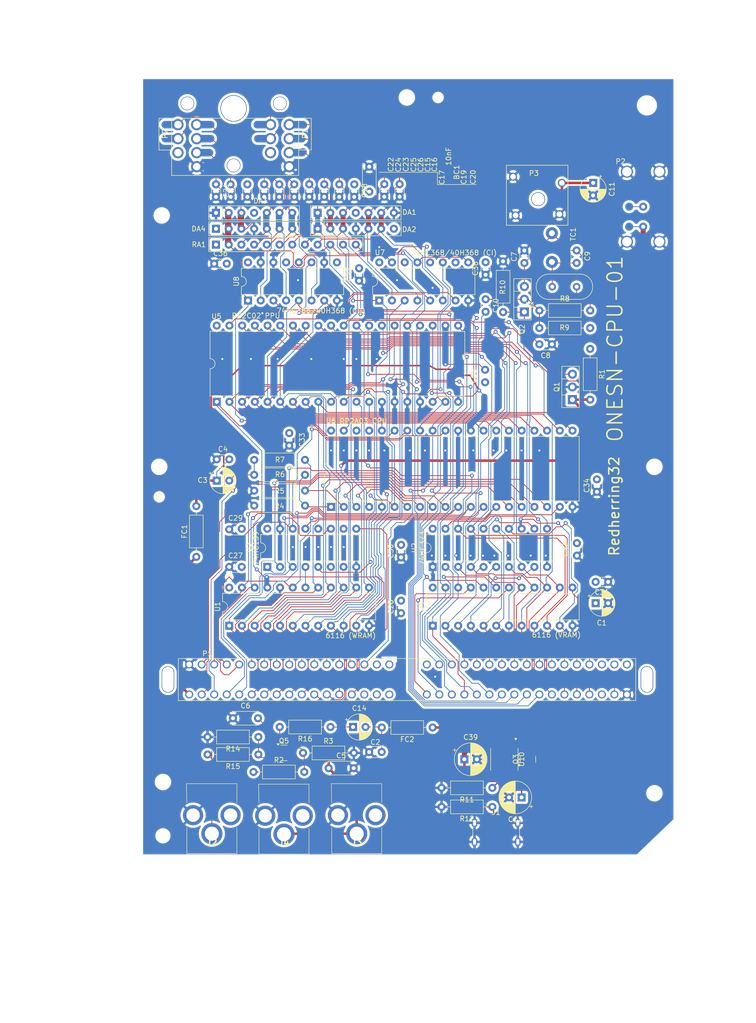
<source format=kicad_pcb>
(kicad_pcb (version 20240108) (generator "pcbnew") (generator_version "8.0")
  (layers (0 "F.Cu" signal) (1 "In1.Cu" mixed) (2 "In2.Cu" mixed) (31 "B.Cu" signal) (34 "B.Paste" user) (35 "F.Paste" user) (36 "B.SilkS" user "B.Silkscreen") (37 "F.SilkS" user "F.Silkscreen") (38 "B.Mask" user) (39 "F.Mask" user) (44 "Edge.Cuts" user))
  (net 0 "")
  (net 1 "/VIDEO")
  (net 2 "Net-(C3-Pad2)")
  (net 3 "Net-(C3-Pad1)")
  (net 4 "/AUDIO")
  (net 5 "GND")
  (net 6 "/~{OE1}")
  (net 7 "/OUT-0")
  (net 8 "/4016-D0")
  (net 9 "/4016-D3")
  (net 10 "/4016-D4")
  (net 11 "/~{OE2}")
  (net 12 "/4017-D0")
  (net 13 "/4017-D3")
  (net 14 "/4017-D4")
  (net 15 "/SOUND-1")
  (net 16 "/SOUND-2")
  (net 17 "/~{NMI}")
  (net 18 "/~{IRQ}")
  (net 19 "/CPU-A8")
  (net 20 "/CPU-D2")
  (net 21 "/CPU-A9")
  (net 22 "/CPU-D1")
  (net 23 "/CPU-R~{W}")
  (net 24 "/CPU-D0")
  (net 25 "/CPU-A0")
  (net 26 "/CPU-A10")
  (net 27 "/CPU-A1")
  (net 28 "/WRAM-~{CE}")
  (net 29 "/CPU-A2")
  (net 30 "/CPU-D7")
  (net 31 "/CPU-A3")
  (net 32 "/CPU-D6")
  (net 33 "/CPU-A4")
  (net 34 "/CPU-D5")
  (net 35 "/CPU-A5")
  (net 36 "/CPU-D4")
  (net 37 "/CPU-A6")
  (net 38 "/CPU-D3")
  (net 39 "/CPU-A7")
  (net 40 "/PPU-A7")
  (net 41 "/PPU-A0")
  (net 42 "/PPU-D7")
  (net 43 "/PPU-D0")
  (net 44 "/PPU-D5")
  (net 45 "/PPU-D2")
  (net 46 "/PPU-A5")
  (net 47 "/PPU-A2")
  (net 48 "/PPU-A3")
  (net 49 "/PPU-A4")
  (net 50 "/PPU-D3")
  (net 51 "/PPU-D4")
  (net 52 "/PPU-D1")
  (net 53 "/PPU-D6")
  (net 54 "/PPU-A1")
  (net 55 "/PPU-A6")
  (net 56 "/ALE")
  (net 57 "VCC")
  (net 58 "/M2")
  (net 59 "Net-(Q2-E)")
  (net 60 "/CPU-A15")
  (net 61 "/PPU-~{CE}")
  (net 62 "Net-(Q2-C)")
  (net 63 "Net-(C9-Pad1)")
  (net 64 "/CPU-A14")
  (net 65 "Net-(Q2-B)")
  (net 66 "/CPU-A13")
  (net 67 "/~{ROMSEL}")
  (net 68 "/PPU-A8")
  (net 69 "/PPU-A9")
  (net 70 "/PPU-~{WE}")
  (net 71 "/PPU-~{RD}")
  (net 72 "/VRAM-A10")
  (net 73 "/VRAM-~{CE}")
  (net 74 "/PPU-A10")
  (net 75 "/PPU-A11")
  (net 76 "/PPU-A12")
  (net 77 "/PPU-A13")
  (net 78 "/OUT-1")
  (net 79 "/OUT-2")
  (net 80 "/CPU-A12")
  (net 81 "/CPU-A11")
  (net 82 "/~{RST}")
  (net 83 "/PPU-~{A13}")
  (net 84 "/EXP-7")
  (net 85 "/EXP-8")
  (net 86 "/EXP-9")
  (net 87 "/SYS-CLK")
  (net 88 "/EXP-4")
  (net 89 "/EXP-1")
  (net 90 "/EXP-0")
  (net 91 "Net-(Q3-S)")
  (net 92 "Net-(C14-Pad1)")
  (net 93 "Net-(Q3-D)")
  (net 94 "Net-(Q1-E)")
  (net 95 "Net-(J1-CC2)")
  (net 96 "Net-(J1-CC1)")
  (net 97 "Net-(J2-In)")
  (net 100 "Net-(Q1-B)")
  (net 101 "Net-(Q3-G)")
  (net 102 "Net-(Q5-B)")
  (net 103 "Net-(Q5-E)")
  (net 104 "Net-(U3A-E)")
  (footprint "Resistor_THT:R_Array_SIP7" (layer "F.Cu") (at 34.925 -125.095)
    (property "Reference" "DA2")
    (property "Value" "UPA64H")
  )
  (footprint "Package_DIP:DIP-40_W15.24mm" (layer "F.Cu") (at 37.61 -69.5 90)
    (property "Reference" "U6")
    (property "Value" "RP2A03 CPU")
  )
  (footprint "Toploader:Controller Ports" (layer "F.Cu") (at 10.75 -137.5)
    (property "Reference" "P4")
    (property "Value" "Controller_Port")
  )
  (footprint "Package_DIP:DIP-24_W7.62mm" (layer "F.Cu") (at 17.25 -45.75 90)
    (property "Reference" "U1")
    (property "Value" "6116 (WRAM)")
  )
  (footprint "Package_DIP:DIP-20_W7.62mm" (layer "F.Cu") (at 57.93 -57.5 90)
    (property "Reference" "U2")
    (property "Value" "74HC373")
  )
  (footprint "Package_DIP:DIP-24_W7.62mm" (layer "F.Cu") (at 57.93 -45.75 90)
    (property "Reference" "U4")
    (property "Value" "6116 (VRAM)")
  )
  (footprint "Package_DIP:DIP-40_W15.24mm" (layer "F.Cu") (at 14.75 -90.5 90)
    (property "Reference" "U5")
    (property "Value" "RP2C02 PPU")
  )
  (footprint "Package_DIP:DIP-16_W7.62mm" (layer "F.Cu") (at 47.25 -110.75 90)
    (property "Reference" "U7")
    (property "Value" "74HC368/40H368 (CI)")
  )
  (footprint "Package_DIP:DIP-16_W7.62mm" (layer "F.Cu") (at 21 -110.75 90)
    (property "Reference" "U8")
    (property "Value" "74HC368/40H368 (CII)")
  )
  (footprint "Toploader:Cart Connector" (layer "F.Cu") (at 9.25 -32)
    (property "Reference" "P1")
    (property "Value" "72-Pin Connector")
  )
  (footprint "Package_DIP:DIP-16_W7.62mm" (layer "F.Cu") (at 24.87 -57.5 90)
    (property "Reference" "U3")
    (property "Value" "74HC139")
  )
  (footprint "Crystal:Crystal_HC49-U_Vertical" (layer "F.Cu") (at 86.7 -113.5 180)
    (property "Reference" "X1")
    (property "Value" "21.47727 MHz")
  )
  (footprint "Capacitor_THT:CP_Radial_D5.0mm_P2.50mm" (layer "F.Cu") (at 90.5 -50.25)
    (property "Reference" "C1")
    (property "Value" "100uF")
  )
  (footprint "Capacitor_THT:C_Disc_D3.0mm_W2.0mm_P2.50mm" (layer "F.Cu") (at 45.232 -20.5)
    (property "Reference" "C2")
    (property "Value" "330pF")
  )
  (footprint "Capacitor_THT:CP_Radial_D5.0mm_P2.50mm" (layer "F.Cu") (at 14.75 -74.75)
    (property "Reference" "C3")
    (property "Value" "1uF")
  )
  (footprint "Capacitor_THT:C_Disc_D5.0mm_W2.5mm_P5.00mm" (layer "F.Cu") (at 37.124 -17.272)
    (property "Reference" "C5")
    (property "Value" "10nF")
  )
  (footprint "Capacitor_THT:C_Disc_D5.0mm_W2.5mm_P5.00mm" (layer "F.Cu") (at 18 -27.25)
    (property "Reference" "C6")
    (property "Value" "10nF")
  )
  (footprint "Capacitor_THT:C_Disc_D3.0mm_W1.6mm_P2.50mm" (layer "F.Cu") (at 76.25 -118.25 90)
    (property "Reference" "C7")
    (property "Value" "330pf")
  )
  (footprint "Capacitor_THT:C_Disc_D3.0mm_W2.0mm_P2.50mm" (layer "F.Cu") (at 86.7 -118.25 90)
    (property "Reference" "C9")
    (property "Value" "10pf")
  )
  (footprint "Capacitor_THT:CP_Radial_D5.0mm_P2.50mm" (layer "F.Cu") (at 90 -134.253 -90)
    (property "Reference" "C11")
    (property "Value" "0.47uF")
  )
  (footprint "Capacitor_THT:C_Disc_D3.0mm_W2.0mm_P2.50mm" (layer "F.Cu") (at 17.25 -57.5)
    (property "Reference" "C27")
    (property "Value" "10nF")
  )
  (footprint "Capacitor_THT:C_Disc_D3.0mm_W1.6mm_P2.50mm" (layer "F.Cu") (at 51.6 -48.25 90)
    (property "Reference" "C28")
    (property "Value" "10nF")
  )
  (footprint "Capacitor_THT:C_Disc_D3.0mm_W1.6mm_P2.50mm" (layer "F.Cu") (at 51.6 -59.4 90)
    (property "Reference" "C30")
    (property "Value" "10nF")
  )
  (footprint "Capacitor_THT:C_Disc_D3.0mm_W1.6mm_P2.50mm" (layer "F.Cu") (at 93 -54.5 180)
    (property "Reference" "C31")
    (property "Value" "10nF")
  )
  (footprint "Capacitor_THT:C_Disc_D3.0mm_W1.6mm_P2.50mm" (layer "F.Cu") (at 14.25 -118.11)
    (property "Reference" "C36")
    (property "Value" "10nF")
  )
  (footprint "Capacitor_THT:C_Disc_D3.0mm_W1.6mm_P2.50mm" (layer "F.Cu") (at 43.2 -114.7 90)
    (property "Reference" "C37")
    (property "Value" "10nF")
  )
  (footprint "Capacitor_THT:C_Disc_D3.0mm_W1.6mm_P2.50mm" (layer "F.Cu") (at 68.5 -115.9 90)
    (property "Reference" "C38")
    (property "Value" "10nF")
  )
  (footprint "Resistor_THT:R_Array_SIP7" (layer "F.Cu") (at 34.925 -128.27)
    (property "Reference" "DA1")
    (property "Value" "DAN601")
  )
  (footprint "Resistor_THT:R_Array_SIP7" (layer "F.Cu") (at 14.605 -125.095)
    (property "Reference" "DA4")
    (property "Value" "UPA64H")
  )
  (footprint "Resistor_THT:R_Axial_DIN0207_L6.3mm_D2.5mm_P10.16mm_Horizontal" (layer "F.Cu") (at 57.912 -25.4 180)
    (property "Reference" "FC2")
    (property "Value" "Ferrite_Coil")
  )
  (footprint "Package_TO_SOT_THT:TO-126-3_Vertical" (layer "F.Cu") (at 85.852 -90.932 90)
    (property "Reference" "Q1")
    (property "Value" "2SA937")
  )
  (footprint "Package_TO_SOT_THT:TO-126-3_Vertical" (layer "F.Cu") (at 76.25 -108.46 90)
    (property "Reference" "Q2")
    (property "Value" "2SC2021")
  )
  (footprint "Resistor_THT:R_Axial_DIN0207_L6.3mm_D2.5mm_P10.16mm_Horizontal" (layer "F.Cu") (at 22.25 -69.75)
    (property "Reference" "R4")
    (property "Value" "160")
  )
  (footprint "Resistor_THT:R_Axial_DIN0207_L6.3mm_D2.5mm_P10.16mm_Horizontal" (layer "F.Cu") (at 22.25 -72.75)
    (property "Reference" "R5")
    (property "Value" "160")
  )
  (footprint "Resistor_THT:R_Axial_DIN0207_L6.3mm_D2.5mm_P10.16mm_Horizontal" (layer "F.Cu") (at 22.24 -75.9)
    (property "Reference" "R6")
    (property "Value" "200")
  )
  (footprint "Resistor_THT:R_Axial_DIN0207_L6.3mm_D2.5mm_P10.16mm_Horizontal" (layer "F.Cu") (at 22.24 -78.89)
    (property "Reference" "R7")
    (property "Value" "100")
  )
  (footprint "Resistor_THT:R_Axial_DIN0207_L6.3mm_D2.5mm_P10.16mm_Horizontal" (layer "F.Cu") (at 79.25 -105.25)
    (property "Reference" "R9")
    (property "Value" "1.2K")
  )
  (footprint "Resistor_THT:R_Axial_DIN0207_L6.3mm_D2.5mm_P10.16mm_Horizontal" (layer "F.Cu") (at 72 -118.58 -90)
    (property "Reference" "R10")
    (property "Value" "150")
  )
  (footprint "Resistor_THT:R_Array_SIP12" (layer "F.Cu") (at 14.605 -121.92)
    (property "Reference" "RA1")
    (property "Value" "12 x 10K")
  )
  (footprint "Toploader:TrimmerCap-THT" (layer "F.Cu") (at 81.75 -118.451 90)
    (property "Reference" "TC1")
    (property "Value" "30pF")
  )
  (footprint "Resistor_THT:R_Axial_DIN0207_L6.3mm_D2.5mm_P10.16mm_Horizontal" (layer "F.Cu") (at 10.668 -59.5 90)
    (property "Reference" "FC1")
    (property "Value" "39u")
  )
  (footprint "Capacitor_THT:C_Disc_D3.0mm_W2.0mm_P2.50mm" (layer "F.Cu") (at 17.25 -65)
    (property "Reference" "C29")
    (property "Value" "10nF")
  )
  (footprint "Capacitor_THT:C_Disc_D3.0mm_W2.0mm_P2.50mm" (layer "F.Cu") (at 86.75 -59.75 90)
    (property "Reference" "C32")
    (property "Value" "10nF")
  )
  (footprint "Capacitor_THT:C_Disc_D3.0mm_W1.6mm_P2.50mm" (layer "F.Cu") (at 14.75 -79)
    (property "Reference" "C4")
    (property "Value" "220pF")
  )
  (footprint "Capacitor_THT:C_Disc_D3.0mm_W2.0mm_P2.50mm" (layer "F.Cu") (at 90.75 -72.5 90)
    (property "Reference" "C34")
    (property "Value" "10nF")
  )
  (footprint "Capacitor_THT:C_Disc_D3.0mm_W2.0mm_P2.50mm" (layer "F.Cu") (at 29.25 -81.75 90)
    (property "Reference" "C33")
    (property "Value" "10nF")
  )
  (footprint "Resistor_THT:R_Axial_DIN0207_L6.3mm_D2.5mm_P10.16mm_Horizontal" (layer "F.Cu") (at 89.408 -101.092 -90)
    (property "Reference" "R1")
    (property "Value" "510")
  )
  (footprint "Capacitor_THT:C_Disc_D3.0mm_W2.0mm_P2.50mm" (layer "F.Cu") (at 68.4 -94.4 90)
    (property "Reference" "C35")
    (property "Value" "10nF")
  )
  (footprint "Capacitor_THT:C_Disc_D6.0mm_W2.5mm_P5.00mm" (layer "F.Cu") (at 45.25 -137.5 -90)
    (property "Reference" "BC1")
    (property "Value" "10nF")
  )
  (footprint "Capacitor_THT:C_Disc_D3.0mm_W1.6mm_P2.50mm" (layer "F.Cu") (at 48.25 -134 -90)
    (property "Reference" "C19")
    (property "Value" "330pF")
  )
  (footprint "Capacitor_THT:C_Disc_D3.0mm_W1.6mm_P2.50mm" (layer "F.Cu") (at 51.308 -134 -90)
    (property "Reference" "C20")
    (property "Value" "330pF")
  )
  (footprint "Capacitor_THT:C_Disc_D3.0mm_W1.6mm_P2.50mm" (layer "F.Cu") (at 33.25 -133.985 -90)
    (property "Reference" "C15")
    (property "Value" "330pF")
  )
  (footprint "Capacitor_THT:C_Disc_D3.0mm_W1.6mm_P2.50mm" (layer "F.Cu") (at 36.25 -133.965 -90)
    (property "Reference" "C16")
    (property "Value" "330pF")
  )
  (footprint "Capacitor_THT:C_Disc_D3.0mm_W1.6mm_P2.50mm" (layer "F.Cu") (at 39.25 -133.965 -90)
    (property "Reference" "C17")
    (property "Value" "330pF")
  )
  (footprint "Capacitor_THT:C_Disc_D3.0mm_W1.6mm_P2.50mm" (layer "F.Cu") (at 42.25 -133.965 -90)
    (property "Reference" "C18")
    (property "Value" "10nF")
  )
  (footprint "Capacitor_THT:C_Disc_D3.0mm_W1.6mm_P2.50mm" (layer "F.Cu") (at 17.52 -133.965 -90)
    (property "Reference" "C22")
    (property "Value" "330pF")
  )
  (footprint "Capacitor_THT:C_Disc_D3.0mm_W1.6mm_P2.50mm" (layer "F.Cu") (at 24.25 -133.965 -90)
    (property "Reference" "C23")
    (property "Value" "330pF")
  )
  (footprint "Capacitor_THT:C_Disc_D3.0mm_W1.6mm_P2.50mm" (layer "F.Cu") (at 20.87 -133.965 -90)
    (property "Reference" "C24")
    (property "Value" "10nF")
  )
  (footprint "Capacitor_THT:C_Disc_D3.0mm_W1.6mm_P2.50mm" (layer "F.Cu") (at 27.25 -133.965 -90)
    (property "Reference" "C25")
    (property "Value" "330pF")
  )
  (footprint "Capacitor_THT:C_Disc_D3.0mm_W1.6mm_P2.50mm" (layer "F.Cu") (at 30.25 -133.965 -90)
    (property "Reference" "C26")
    (property "Value" "330pF")
  )
  (footprint "Toploader:ResetSwitch" (layer "F.Cu") (at 83.749 -134.253)
    (property "Reference" "P3")
    (property "Value" "ResetSw")
  )
  (footprint "Toploader:PowerSwitch" (layer "F.Cu") (at 96.75 -122.5)
    (property "Reference" "P2")
    (property "Value" "PowerSw")
  )
  (footprint "Package_SO:TSSOP-16_4.4x5mm_P0.65mm" (layer "F.Cu") (at 72.25 -19.05 -90)
    (property "Reference" "U10")
    (property "Value" "IP2721")
  )
  (footprint "Capacitor_THT:C_Disc_D3.0mm_W1.6mm_P2.50mm" (layer "F.Cu") (at 14.605 -133.965 -90)
    (property "Reference" "C21")
    (property "Value" "330pF")
  )
  (footprint "Connector_USB:USB_C_Receptacle_GCT_USB4125-xx-x-0190_6P_TopMnt_Horizontal" (layer "F.Cu") (at 70.61 -3.34)
    (property "Reference" "J1")
    (property "Value" "USB_C_Receptacle_PowerOnly_6P")
  )
  (footprint "Samacsys:PJRAN1X1U03AUX" (layer "F.Cu") (at 13.776 -2.424)
    (property "Reference" "J2")
    (property "Value" "Composite" (hide yes))
  )
  (footprint "Samacsys:PJRAN1X1U03AUX" (layer "F.Cu") (at 42.732 -2.424)
    (property "Reference" "J3")
    (property "Value" "Left" (hide yes))
  )
  (footprint "Resistor_THT:R_Axial_DIN0207_L6.3mm_D2.5mm_P10.16mm_Horizontal" (layer "F.Cu") (at 79.25 -108.75)
    (property "Reference" "R8")
    (property "Value" "150K")
  )
  (footprint "Capacitor_THT:C_Disc_D3.0mm_W1.6mm_P2.50mm" (layer "F.Cu") (at 68.5 -111 -90)
    (property "Reference" "C10")
    (property "Value" "330pf")
  )
  (footprint "Capacitor_THT:CP_Radial_D5.0mm_P2.50mm" (layer "F.Cu") (at 42 -25.5)
    (property "Reference" "C14")
    (property "Value" "10uf")
  )
  (footprint "Capacitor_THT:CP_Radial_D6.3mm_P2.50mm" (layer "F.Cu") (at 75.69 -11.43 180)
    (property "Reference" "C12")
    (property "Value" "10uF")
  )
  (footprint "Package_TO_SOT_SMD:SOT-23" (layer "F.Cu") (at 76.96 -19.05 90)
    (property "Reference" "Q3")
    (property "Value" "AO3400A")
  )
  (footprint "Capacitor_THT:CP_Radial_D6.3mm_P2.50mm" (layer "F.Cu") (at 64.26 -19.05)
    (property "Reference" "C39")
    (property "Value" "1uF")
  )
  (footprint "Resistor_THT:R_Array_SIP7" (layer "F.Cu") (at 14.605 -128.27)
    (property "Reference" "DA3")
    (property "Value" "DAN601")
  )
  (footprint "Capacitor_THT:C_Disc_D3.0mm_W2.0mm_P2.50mm" (layer "F.Cu") (at 81.75 -102 180)
    (property "Reference" "C8")
    (property "Value" "10nf")
  )
  (footprint "Samacsys:PJRAN1X1U03AUX" (layer "F.Cu") (at 28.194 -2.314)
    (property "Reference" "J4")
    (property "Value" "Right" (hide yes))
  )
  (footprint "Resistor_THT:R_Axial_DIN0207_L6.3mm_D2.5mm_P10.16mm_Horizontal" (layer "F.Cu") (at 22.098 -16.51)
    (property "Reference" "R2")
    (property "Value" "5.6K")
  )
  (footprint "Resistor_THT:R_Axial_DIN0207_L6.3mm_D2.5mm_P10.16mm_Horizontal" (layer "F.Cu") (at 69.85 -13.335 180)
    (property "Reference" "R11")
    (property "Value" "5.1K")
  )
  (footprint "Resistor_THT:R_Axial_DIN0207_L6.3mm_D2.5mm_P10.16mm_Horizontal" (layer "F.Cu") (at 23.08 -20 180)
    (property "Reference" "R15")
    (property "Value" "75")
  )
  (footprint "Resistor_THT:R_Axial_DIN0207_L6.3mm_D2.5mm_P10.16mm_Horizontal" (layer "F.Cu") (at 37.5 -25.5 180)
    (property "Reference" "R16")
    (property "Value" "330")
  )
  (footprint "Package_TO_SOT_SMD:SOT-23" (layer "F.Cu") (at 28.194 -20.32)
    (property "Reference" "Q5")
    (property "Value" "BC817")
  )
  (footprint "Resistor_THT:R_Axial_DIN0207_L6.3mm_D2.5mm_P10.16mm_Horizontal" (layer "F.Cu") (at 69.85 -9.525 180)
    (property "Reference" "R12")
    (property "Value" "5.1K")
  )
  (footprint "Resistor_THT:R_Axial_DIN0207_L6.3mm_D2.5mm_P10.16mm_Horizontal" (layer "F.Cu") (at 32.004 -20.32)
    (property "Reference" "R3")
    (property "Value" "330")
  )
  (footprint "Resistor_THT:R_Axial_DIN0207_L6.3mm_D2.5mm_P10.16mm_Horizontal" (layer "F.Cu") (at 23.08 -23.5 180)
    (property "Reference" "R14")
    (property "Value" "560")
  )
  (gr_line (start 58.875 -136.387) (end 47.259 -136.387) (stroke (width 0.12)) (layer "F.SilkS"))
  (gr_line (start 66.601 -133.939) (end 58.875 -133.939) (stroke (width 0.12)) (layer "F.SilkS"))
  (gr_line (start 58.875 -133.939) (end 58.875 -136.387) (stroke (width 0.12)) (layer "F.SilkS"))
  (gr_line (start 106.0751 -7.05548) (end 106.0751 -155.02548) (stroke (width 0.05)) (layer "Edge.Cuts"))
  (gr_line (start 98.7451 -0.02548) (end 0.0251 -0.02548) (stroke (width 0.05)) (layer "Edge.Cuts"))
  (gr_circle (center 4 -14.5) (end 5.625 -14.5) (stroke (width 0.05)) (fill none) (layer "Edge.Cuts"))
  (gr_circle (center 102.25 -12.25) (end 103.875 -12.25) (stroke (width 0.05)) (fill none) (layer "Edge.Cuts"))
  (gr_circle (center 3.25 -77.5) (end 4.875 -77.5) (stroke (width 0.05)) (fill none) (layer "Edge.Cuts"))
  (gr_circle (center 102.25 -77.5) (end 103.875 -77.5) (stroke (width 0.05)) (fill none) (layer "Edge.Cuts"))
  (gr_circle (center 3.75 -127.75) (end 5.375 -127.75) (stroke (width 0.05)) (fill none) (layer "Edge.Cuts"))
  (gr_circle (center 100.75 -149.75) (end 102.75 -149.75) (stroke (width 0.05)) (fill none) (layer "Edge.Cuts"))
  (gr_circle (center 52.75 -151.325) (end 54.375 -151.325) (stroke (width 0.05)) (fill none) (layer "Edge.Cuts"))
  (gr_circle (center 59 -151.325) (end 60.125 -151.325) (stroke (width 0.05)) (fill none) (layer "Edge.Cuts"))
  (gr_line (start 0.0251 -155.02548) (end 0.0251 -0.02548) (stroke (width 0.05)) (layer "Edge.Cuts"))
  (gr_circle (center 3.25 -71.5) (end 4.375 -71.5) (stroke (width 0.05)) (fill none) (layer "Edge.Cuts"))
  (gr_circle (center 4 -3.75) (end 5.5 -3.75) (stroke (width 0.05)) (fill none) (layer "Edge.Cuts"))
  (gr_line (start 106.0751 -7.05548) (end 98.7451 -0.02548) (stroke (width 0.05)) (layer "Edge.Cuts"))
  (gr_line (start 0.0251 -155.02548) (end 106.0751 -155.02548) (stroke (width 0.05)) (layer "Edge.Cuts"))
  (gr_text "Redherring32\n\n" (at 95.82 -69.63 90) (layer "F.SilkS") (effects (font (size 2 2) (thickness 0.3))))
  (gr_text "ONESN-CPU-01" (at 94.37 -101.09 90) (layer "F.SilkS") (effects (font (size 3 3) (thickness 0.3))))
  (segment (start 47.732 -20.5) (end 47.732 -25.232) (width 0.15) (layer "F.Cu") (net 1))
  (segment (start 47.5 -25.5) (end 47.75 -25.25) (width 0.15) (layer "F.Cu") (net 1))
  (segment (start 44.5 -25.5) (end 47.5 -25.5) (width 0.15) (layer "F.Cu") (net 1))
  (segment (start 47.732 -25.232) (end 47.75 -25.25) (width 0.15) (layer "F.Cu") (net 1))
  (segment (start 47.75 -21.1) (end 47.732 -21.082) (width 0.5) (layer "B.Cu") (net 1))
  (segment (start 47.776887 -21.037113) (end 47.732 -21.082) (width 0.5) (layer "B.Cu") (net 1))
  (segment (start 17.25 -74.75) (end 18.4 -75.9) (width 0.15) (layer "F.Cu") (net 2))
  (segment (start 18.4 -75.9) (end 22.24 -75.9) (width 0.15) (layer "F.Cu") (net 2))
  (segment (start 22.25 -75.75) (end 22.25 -78.75) (width 0.15) (layer "B.Cu") (net 2))
  (segment (start 10.668 -73.152) (end 10.668 -69.66) (width 0.5) (layer "F.Cu") (net 3))
  (segment (start 14.75 -74.75) (end 12.266 -74.75) (width 0.5) (layer "F.Cu") (net 3))
  (segment (start 12.266 -74.75) (end 10.668 -73.152) (width 0.5) (layer "F.Cu") (net 3))
  (segment (start 14.75 -76.5) (end 14.75 -74.75) (width 0.15) (layer "B.Cu") (net 3))
  (segment (start 17.25 -79) (end 14.75 -76.5) (width 0.15) (layer "B.Cu") (net 3))
  (segment (start 4.064 -29.464) (end 2.032 -31.496) (width 0.5) (layer "F.Cu") (net 4))
  (segment (start 28.956 -29.464) (end 4.064 -29.464) (width 0.5) (layer "F.Cu") (net 4))
  (segment (start 42.732 -11.664) (end 42.732 -4.174) (width 0.5) (layer "F.Cu") (net 4))
  (segment (start 37.124 -21.296) (end 28.956 -29.464) (width 0.5) (layer "F.Cu") (net 4))
  (segment (start 2.032 -31.496) (end 2.032 -50.864) (width 0.5) (layer "F.Cu") (net 4))
  (segment (start 2.032 -50.864) (end 10.668 -59.5) (width 0.5) (layer "F.Cu") (net 4))
  (segment (start 42.75 -4.192) (end 42.732 -4.174) (width 0.15) (layer "F.Cu") (net 4))
  (segment (start 37.124 -17.272) (end 42.732 -11.664) (width 0.5) (layer "F.Cu") (net 4))
  (segment (start 37.124 -17.272) (end 37.124 -21.296) (width 0.5) (layer "F.Cu") (net 4))
  (segment (start 28.304 -4.174) (end 28.194 -4.064) (width 0.5) (layer "F.Cu") (net 4))
  (segment (start 42.732 -4.174) (end 28.304 -4.174) (width 0.5) (layer "F.Cu") (net 4))
  (segment (start 67.78 -6.34) (end 67.86 -6.42) (width 0.5) (layer "F.Cu") (net 5))
  (segment (start 71.275 -15.450001) (end 71.275 -16.1875) (width 0.25) (layer "F.Cu") (net 5))
  (segment (start 67.945 -13.97) (end 67.945 -12.065) (width 0.25) (layer "F.Cu") (net 5))
  (segment (start 71.925 -21.175001) (end 71.925 -21.9125) (width 0.25) (layer "F.Cu") (net 5))
  (segment (start 74.85 -6.42) (end 74.93 -6.34) (width 0.5) (layer "F.Cu") (net 5))
  (segment (start 67.459888 -19.05) (end 69.799998 -19.05) (width 0.25) (layer "F.Cu") (net 5))
  (segment (start 96.648 -136.398) (end 96.75 -136.5) (width 0.25) (layer "F.Cu") (net 5))
  (segment (start 68.58 -14.605) (end 67.945 -13.97) (width 0.25) (layer "F.Cu") (net 5))
  (segment (start 69.799998 -19.05) (end 71.925 -21.175001) (width 0.25) (layer "F.Cu") (net 5))
  (segment (start 68.58 -14.605) (end 70.429999 -14.605) (width 0.25) (layer "F.Cu") (net 5))
  (segment (start 67.945 -12.065) (end 68.58 -11.43) (width 0.25) (layer "F.Cu") (net 5))
  (segment (start 70.429999 -14.605) (end 71.275 -15.450001) (width 0.25) (layer "F.Cu") (net 5))
  (segment (start 73.36 -6.42) (end 74.85 -6.42) (width 0.5) (layer "F.Cu") (net 5))
  (segment (start 68.58 -11.43) (end 73.19 -11.43) (width 0.25) (layer "F.Cu") (net 5))
  (segment (start 66.29 -6.34) (end 67.78 -6.34) (width 0.5) (layer "F.Cu") (net 5))
  (via (at 75.692 -80.772) (size 0.8) (drill 0.4) (layers "F.Cu" "B.Cu") (net 5))
  (via (at 45.212 -80.772) (size 0.8) (drill 0.4) (layers "F.Cu" "B.Cu") (net 5))
  (via (at 56.388 -80.772) (size 0.8) (drill 0.4) (layers "F.Cu" "B.Cu") (net 5))
  (via (at 37.592 -61.468) (size 0.8) (drill 0.4) (layers "F.Cu" "B.Cu") (net 5))
  (via (at 32.512 -61.468) (size 0.8) (drill 0.4) (layers "F.Cu" "B.Cu") (net 5))
  (via (at 40.132 -80.772) (size 0.8) (drill 0.4) (layers "F.Cu" "B.Cu") (net 5))
  (via (at 47.244 -121.412) (size 0.8) (drill 0.4) (layers "F.Cu" "B.Cu") (net 5))
  (via (at 33.655 -99.06) (size 0.8) (drill 0.4) (layers "F.Cu" "B.Cu") (net 5))
  (via (at 73.02 -59.75) (size 0.8) (drill 0.4) (layers "F.Cu" "B.Cu") (net 5))
  (via (at 79.248 -80.772) (size 0.8) (drill 0.4) (layers "F.Cu" "B.Cu") (net 5))
  (via (at 37.592 -80.772) (size 0.8) (drill 0.4) (layers "F.Cu" "B.Cu") (net 5))
  (via (at 65.5 -59.75) (size 0.8) (drill 0.4) (layers "F.Cu" "B.Cu") (net 5))
  (via (at 77.52 -59.75) (size 0.8) (drill 0.4) (layers "F.Cu" "B.Cu") (net 5))
  (via (at 35.052 -61.468) (size 0.8) (drill 0.4) (layers "F.Cu" "B.Cu") (net 5))
  (via (at 58.42 -35.56) (size 0.8) (drill 0.4) (layers "F.Cu" "B.Cu") (net 5))
  (via (at 46.736 -99.06) (size 0.8) (drill 0.4) (layers "F.Cu" "B.Cu") (net 5))
  (via (at 40.132 -99.06) (size 0.8) (drill 0.4) (layers "F.Cu" "B.Cu") (net 5))
  (via (at 15.875 -99.06) (size 0.8) (drill 0.4) (layers "F.Cu" "B.Cu") (net 5))
  (via (at 50.8 -114.808) (size 0.8) (drill 0.4) (layers "F.Cu" "B.Cu") (net 5))
  (via (at 42.672 -80.772) (size 0.8) (drill 0.4) (layers "F.Cu" "B.Cu") (net 5))
  (via (at 29.972 -61.468) (size 0.8) (drill 0.4) (layers "F.Cu" "B.Cu") (net 5))
  (via (at 26.924 -99.06) (size 0.8) (drill 0.4) (layers "F.Cu" "B.Cu") (net 5))
  (via (at 57.74 -59.75) (size 0.8) (drill 0.4) (layers "F.Cu" "B.Cu") (net 5))
  (via (at 72.644 -80.772) (size 0.8) (drill 0.4) (layers "F.Cu" "B.Cu") (net 5))
  (via (at 21.59 -99.06) (size 0.8) (drill 0.4) (layers "F.Cu" "B.Cu") (net 5))
  (via (at 40.132 -61.468) (size 0.8) (drill 0.4) (layers "F.Cu" "B.Cu") (net 5))
  (via (at 80.53 -59.75) (size 0.8) (drill 0.4) (layers "F.Cu" "B.Cu") (net 5))
  (via (at 60.452 -80.772) (size 0.8) (drill 0.4) (layers "F.Cu" "B.Cu") (net 5))
  (via (at 67.99 -59.75) (size 0.8) (drill 0.4) (layers "F.Cu" "B.Cu") (net 5))
  (via (at 30.988 -114.808) (size 0.8) (drill 0.4) (layers "F.Cu" "B.Cu") (net 5))
  (via (at 70.104 -80.772) (size 0.8) (drill 0.4) (layers "F.Cu" "B.Cu") (net 5))
  (via (at 62.64 -59.78) (size 0.8) (drill 0.4) (layers "F.Cu" "B.Cu") (net 5))
  (via (at 53.34 -80.772) (size 0.8) (drill 0.4) (layers "F.Cu" "B.Cu") (net 5))
  (via (at 60.47 -59.75) (size 0.8) (drill 0.4) (layers "F.Cu" "B.Cu") (net 5))
  (via (at 23.876 -108.204) (size 0.8) (drill 0.4) (layers "F.Cu" "B.Cu") (net 5))
  (via (at 42.672 -99.06) (size 0.8) (drill 0.4) (layers "F.Cu" "B.Cu") (net 5))
  (via (at 48.26 -80.772) (size 0.8) (drill 0.4) (layers "F.Cu" "B.Cu") (net 5))
  (via (at 70.25 -59.75) (size 0.8) (drill 0.4) (layers "F.Cu" "B.Cu") (net 5))
  (via (at 57.912 -113.284) (size 0.8) (drill 0.4) (layers "F.Cu" "B.Cu") (net 5))
  (via (at 66.04 -80.772) (size 0.8) (drill 0.4) (layers "F.Cu" "B.Cu") (net 5))
  (segment (start 36.2 -118.33) (end 36.24 -118.37) (width 0.15) (layer "B.Cu") (net 5))
  (segment (start 10.75 -137.5) (end 13.29 -137.5) (width 1.5) (layer "B.Cu") (net 5))
  (segment (start 29.21 -137.795) (end 31.75 -137.795) (width 1.5) (layer "B.Cu") (net 5))
  (segment (start 30.077002 -123.36) (end 30.677002 -123.96) (width 0.15) (layer "F.Cu") (net 6))
  (segment (start 31.715 -140.3) (end 29.25 -140.3) (width 0.15) (layer "F.Cu") (net 6))
  (segment (start 32.385 -140.335) (end 31.75 -140.335) (width 0.15) (layer "F.Cu") (net 6))
  (segment (start 30.677002 -123.96) (end 34.16 -123.96) (width 0.15) (layer "F.Cu") (net 6))
  (segment (start 33.25 -133.965) (end 33.25 -139.47) (width 0.15) (layer "F.Cu") (net 6))
  (segment (start 33.25 -133.985) (end 34.925 -132.31) (width 0.15) (layer "F.Cu") (net 6))
  (segment (start 34.925 -132.31) (end 34.925 -128.27) (width 0.15) (layer "F.Cu") (net 6))
  (segment (start 29.33 -123.36) (end 30.077002 -123.36) (width 0.15) (layer "F.Cu") (net 6))
  (segment (start 31.75 -140.335) (end 31.715 -140.3) (width 0.15) (layer "F.Cu") (net 6))
  (segment (start 33.25 -139.47) (end 32.385 -140.335) (width 0.15) (layer "F.Cu") (net 6))
  (segment (start 27.97 -122) (end 29.33 -123.36) (width 0.15) (layer "F.Cu") (net 6))
  (segment (start 27.19 -122) (end 27.97 -122) (width 0.15) (layer "F.Cu") (net 6))
  (segment (start 34.16 -123.96) (end 34.74 -124.54) (width 0.15) (layer "F.Cu") (net 6))
  (segment (start 47.25 -110.75) (end 42 -110.75) (width 0.15) (layer "F.Cu") (net 6))
  (via (at 42 -110.75) (size 0.8) (drill 0.4) (layers "F.Cu" "B.Cu") (net 6))
  (segment (start 37.35 -117.88972) (end 37.35 -120.55) (width 0.15) (layer "B.Cu") (net 6))
  (segment (start 40.09 -114.49) (end 40.09 -115.2) (width 0.15) (layer "B.Cu") (net 6))
  (segment (start 36.324999 -121.575001) (end 36.324999 -123.515001) (width 0.15) (layer "B.Cu") (net 6))
  (segment (start 46.62 -87.58) (end 46.62 -97.33) (width 0.15) (layer "B.Cu") (net 6))
  (segment (start 47.77 -86.43) (end 46.62 -87.58) (width 0.15) (layer "B.Cu") (net 6))
  (segment (start 37.35 -120.55) (end 36.324999 -121.575001) (width 0.15) (layer "B.Cu") (net 6))
  (segment (start 48.8 -109.2) (end 47.25 -110.75) (width 0.15) (layer "B.Cu") (net 6))
  (segment (start 34.84 -125) (end 34.75 -125) (width 0.15) (layer "B.Cu") (net 6))
  (segment (start 29.75 -140.3) (end 29.25 -140.3) (width 0.15) (layer "B.Cu") (net 6))
  (segment (start 46.62 -97.33) (end 48.8 -99.51) (width 0.15) (layer "B.Cu") (net 6))
  (segment (start 42 -112.58) (end 40.09 -114.49) (width 0.15) (layer "B.Cu") (net 6))
  (segment (start 47.77 -84.74) (end 47.77 -86.43) (width 0.15) (layer "B.Cu") (net 6))
  (segment (start 36.324999 -123.515001) (end 34.84 -125) (width 0.15) (layer "B.Cu") (net 6))
  (segment (start 29.25 -140.3) (end 31.842 -140.3) (width 1.5) (layer "B.Cu") (net 6))
  (segment (start 42 -110.75) (end 42 -112.58) (width 0.15) (layer "B.Cu") (net 6))
  (segment (start 40.03972 -115.2) (end 37.35 -117.88972) (width 0.15) (layer "B.Cu") (net 6))
  (segment (start 31.842 -140.3) (end 32.004 -140.462) (width 1.5) (layer "B.Cu") (net 6))
  (segment (start 48.8 -99.51) (end 48.8 -109.2) (width 0.15) (layer "B.Cu") (net 6))
  (segment (start 34.925 -128.27) (end 34.925 -125.095) (width 1) (layer "B.Cu") (net 6))
  (segment (start 40.09 -115.2) (end 40.03972 -115.2) (width 0.15) (layer "B.Cu") (net 6))
  (segment (start 20.602998 -125) (end 22.142998 -126.54) (width 0.15) (layer "F.Cu") (net 7))
  (segment (start 37.465 -128.27) (end 37.465 -125.095) (width 1) (layer "F.Cu") (net 7))
  (segment (start 15.748 -136.906) (end 17.52 -135.134) (width 0.15) (layer "F.Cu") (net 7))
  (segment (start 15.748 -141.097) (end 13.97 -142.875) (width 0.15) (layer "F.Cu") (net 7))
  (segment (start 30.48 -143.002) (end 34.036 -143.002) (width 0.15) (layer "F.Cu") (net 7))
  (segment (start 13.97 -142.875) (end 13.335 -142.875) (width 0.15) (layer "F.Cu") (net 7))
  (segment (start 30.382 -143.1) (end 30.48 -143.002) (width 0.15) (layer "F.Cu") (net 7))
  (segment (start 19.58 -125) (end 19.58 -127.99) (width 1.25) (layer "F.Cu") (net 7))
  (segment (start 19.59 -128) (end 19.59 -131.73) (width 0.15) (layer "F.Cu") (net 7))
  (segment (start 17.52 -135.134) (end 17.52 -134) (width 0.15) (layer "F.Cu") (net 7))
  (segment (start 37.465 -132.75) (end 37.465 -128.27) (width 0.15) (layer "F.Cu") (net 7))
  (segment (start 13.335 -142.875) (end 13.11 -143.1) (width 0.15) (layer "F.Cu") (net 7))
  (segment (start 35.75 -126.54) (end 37.29 -125) (width 0.15) (layer "F.Cu") (net 7))
  (segment (start 22.142998 -126.54) (end 35.75 -126.54) (width 0.15) (layer "F.Cu") (net 7))
  (segment (start 34.036 -143.002) (end 36.25 -140.788) (width 0.15) (layer "F.Cu") (net 7))
  (segment (start 36.25 -133.965) (end 37.465 -132.75) (width 0.15) (layer "F.Cu") (net 7))
  (segment (start 19.59 -131.73) (end 17.52 -133.8) (width 0.15) (layer "F.Cu") (net 7))
  (segment (start 13.11 -143.1) (end 10.75 -143.1) (width 0.15) (layer "F.Cu") (net 7))
  (segment (start 29.25 -143.1) (end 30.382 -143.1) (width 0.15) (layer "F.Cu") (net 7))
  (segment (start 15.748 -136.906) (end 15.748 -141.097) (width 0.15) (layer "F.Cu") (net 7))
  (segment (start 36.25 -140.788) (end 36.25 -134) (width 0.15) (layer "F.Cu") (net 7))
  (segment (start 19.58 -125) (end 20.602998 -125) (width 0.15) (layer "F.Cu") (net 7))
  (segment (start 19.58 -127.99) (end 19.59 -128) (width 1.25) (layer "B.Cu") (net 7))
  (segment (start 29.25 -143.1) (end 31.79 -143.1) (width 1.5) (layer "B.Cu") (net 7))
  (segment (start 38.864999 -121.495001) (end 40.6 -119.76) (width 0.15) (layer "B.Cu") (net 7))
  (segment (start 41.175001 -85.765001) (end 40.15 -84.74) (width 0.15) (layer "B.Cu") (net 7))
  (segment (start 37.29 -125) (end 38.864999 -123.425001) (width 0.15) (layer "B.Cu") (net 7))
  (segment (start 42.88 -112.43) (end 42.874999 -112.424999) (width 0.15) (layer "B.Cu") (net 7))
  (segment (start 42.874999 -112.424999) (end 42.874999 -108.264999) (width 0.15) (layer "B.Cu") (net 7))
  (segment (start 32.07002 -142.81998) (end 32.07002 -143.1) (width 0.15) (layer "B.Cu") (net 7))
  (segment (start 37.29 -125) (end 37.28 -125.01) (width 1.25) (layer "B.Cu") (net 7))
  (segment (start 38.864999 -123.425001) (end 38.864999 -121.495001) (width 0.15) (layer "B.Cu") (net 7))
  (segment (start 41.175001 -106.565001) (end 41.175001 -85.765001) (width 0.15) (layer "B.Cu") (net 7))
  (segment (start 42.874999 -108.264999) (end 41.175001 -106.565001) (width 0.15) (layer "B.Cu") (net 7))
  (segment (start 40.6 -114.71) (end 42.88 -112.43) (width 0.15) (layer "B.Cu") (net 7))
  (segment (start 40.6 -119.76) (end 40.6 -114.71) (width 0.15) (layer "B.Cu") (net 7))
  (segment (start 10.75 -143.1) (end 13.55 -143.1) (width 1.5) (layer "B.Cu") (net 7))
  (segment (start 40.804999 -129.069999) (end 40.005 -128.27) (width 0.15) (layer "F.Cu") (net 8))
  (segment (start 39.25 -133.965) (end 40.804999 -132.410001) (width 0.15) (layer "F.Cu") (net 8))
  (segment (start 29.73 -122) (end 31.38002 -123.65002) (width 0.15) (layer "F.Cu") (net 8))
  (segment (start 38.93002 -123.65002) (end 39.82 -124.54) (width 0.15) (layer "F.Cu") (net 8))
  (segment (start 39.25 -143.122) (end 36.472 -145.9) (width 0.15) (layer "F.Cu") (net 8))
  (segment (start 40.804999 -132.410001) (end 40.804999 -129.069999) (width 0.15) (layer "F.Cu") (net 8))
  (segment (start 36.472 -145.9) (end 29.25 -145.9) (width 0.15) (layer "F.Cu") (net 8))
  (segment (start 31.38002 -123.65002) (end 38.93002 -123.65002) (width 0.15) (layer "F.Cu") (net 8))
  (segment (start 40.005 -128.27) (end 40.005 -125.095) (width 1) (layer "F.Cu") (net 8))
  (segment (start 39.25 -134) (end 39.25 -143.122) (width 0.15) (layer "F.Cu") (net 8))
  (segment (start 41.18 -123.18) (end 39.82 -124.54) (width 0.15) (layer "B.Cu") (net 8))
  (segment (start 49.79 -110.75) (end 49.79 -112.97) (width 0.15) (layer "B.Cu") (net 8))
  (segment (start 49.79 -112.97) (end 41.18 -121.58) (width 0.15) (layer "B.Cu") (net 8))
  (segment (start 39.83 -125) (end 39.82 -125.01) (width 1.25) (layer "B.Cu") (net 8))
  (segment (start 29.25 -145.9) (end 32.01 -145.9) (width 1.5) (layer "B.Cu") (net 8))
  (segment (start 32.01 -145.9) (end 32.07 -145.84) (width 1.5) (layer "B.Cu") (net 8))
  (segment (start 41.18 -121.58) (end 41.18 -123.18) (width 0.15) (layer "B.Cu") (net 8))
  (segment (start 46.99 -132.71972) (end 46.99 -130.175) (width 0.15) (layer "F.Cu") (net 9))
  (segment (start 48.25 -144.77) (end 48.25 -134) (width 0.15) (layer "F.Cu") (net 9))
  (segment (start 43.710009 -123.350009) (end 44.9 -124.54) (width 0.15) (layer "F.Cu") (net 9))
  (segment (start 48.26 -144.78) (end 48.25 -144.77) (width 0.15) (layer "F.Cu") (net 9))
  (segment (start 45.72 -147.828) (end 48.26 -145.288) (width 0.15) (layer "F.Cu") (net 9))
  (segment (start 27.432 -145.032) (end 27.432 -147.066) (width 0.15) (layer "F.Cu") (net 9))
  (segment (start 33.620009 -123.350009) (end 43.710009 -123.350009) (width 0.15) (layer "F.Cu") (net 9))
  (segment (start 27.432 -147.066) (end 28.194 -147.828) (width 0.15) (layer "F.Cu") (net 9))
  (segment (start 48.25 -134) (end 48.25 -133.97972) (width 0.15) (layer "F.Cu") (net 9))
  (segment (start 46.99 -130.175) (end 45.085 -128.27) (width 0.15) (layer "F.Cu") (net 9))
  (segment (start 48.26 -145.288) (end 48.26 -144.78) (width 0.15) (layer "F.Cu") (net 9))
  (segment (start 45.085 -128.27) (end 45.085 -125.095) (width 1) (layer "F.Cu") (net 9))
  (segment (start 32.27 -122) (end 33.620009 -123.350009) (width 0.15) (layer "F.Cu") (net 9))
  (segment (start 48.25 -133.97972) (end 46.99 -132.71972) (width 0.15) (layer "F.Cu") (net 9))
  (segment (start 25.5 -143.1) (end 27.432 -145.032) (width 0.15) (layer "F.Cu") (net 9))
  (segment (start 28.194 -147.828) (end 45.72 -147.828) (width 0.15) (layer "F.Cu") (net 9))
  (segment (start 54.87 -111.91) (end 54.4 -112.38) (width 0.15) (layer "B.Cu") (net 9))
  (segment (start 22.96 -143.1) (end 25.5 -143.1) (width 1.5) (layer "B.Cu") (net 9))
  (segment (start 44.91 -125) (end 44.9 -125.01) (width 1.25) (layer "B.Cu") (net 9))
  (segment (start 54.87 -110.75) (end 54.87 -111.91) (width 0.15) (layer "B.Cu") (net 9))
  (segment (start 54.4 -112.38) (end 51.09 -112.38) (width 0.15) (layer "B.Cu") (net 9))
  (segment (start 44.9 -118.57) (end 44.9 -124.54) (width 0.15) (layer "B.Cu") (net 9))
  (segment (start 51.09 -112.38) (end 44.9 -118.57) (width 0.15) (layer "B.Cu") (net 9))
  (segment (start 51.308 -145.796) (end 51.25 -145.738) (width 0.15) (layer "F.Cu") (net 10))
  (segment (start 51.308 -145.796) (end 51.308 -134) (width 0.15) (layer "F.Cu") (net 10))
  (segment (start 49.53 -130.175) (end 47.625 -128.27) (width 0.15) (layer "F.Cu") (net 10))
  (segment (start 47.625 -128.27) (end 47.625 -125.095) (width 1) (layer "F.Cu") (net 10))
  (segment (start 51.308 -134) (end 49.53 -132.222) (width 0.15) (layer "F.Cu") (net 10))
  (segment (start 49.53 -132.222) (end 49.53 -130.175) (width 0.15) (layer "F.Cu") (net 10))
  (segment (start 45.925001 -123.025001) (end 35.835001 -123.025001) (width 0.15) (layer "F.Cu") (net 10))
  (segment (start 51.25 -145.738) (end 51.25 -134) (width 0.15) (layer "F.Cu") (net 10))
  (segment (start 47.44 -124.54) (end 45.925001 -123.025001) (width 0.15) (layer "F.Cu") (net 10))
  (segment (start 48.768 -148.336) (end 51.308 -145.796) (width 0.15) (layer "F.Cu") (net 10))
  (segment (start 25.908 -148.336) (end 48.768 -148.336) (width 0.15) (layer "F.Cu") (net 10))
  (segment (start 25.5 -147.928) (end 25.908 -148.336) (width 0.15) (layer "F.Cu") (net 10))
  (segment (start 35.835001 -123.025001) (end 34.81 -122) (width 0.15) (layer "F.Cu") (net 10))
  (segment (start 25.5 -145.9) (end 25.5 -147.928) (width 0.15) (layer "F.Cu") (net 10))
  (segment (start 47.44 -124.54) (end 50.19 -121.79) (width 0.15) (layer "B.Cu") (net 10))
  (segment (start 53.83 -121.79) (end 55.9 -119.72) (width 0.15) (layer "B.Cu") (net 10))
  (segment (start 22.87 -145.9) (end 22.86 -145.89) (width 1.5) (layer "B.Cu") (net 10))
  (segment (start 50.19 -121.79) (end 53.83 -121.79) (width 0.15) (layer "B.Cu") (net 10))
  (segment (start 47.45 -125) (end 47.44 -125.01) (width 1.25) (layer "B.Cu") (net 10))
  (segment (start 55.9 -117.33) (end 59.95 -113.28) (width 0.15) (layer "B.Cu") (net 10))
  (segment (start 59.95 -113.28) (end 59.95 -110.75) (width 0.15) (layer "B.Cu") (net 10))
  (segment (start 55.9 -119.72) (end 55.9 -117.33) (width 0.15) (layer "B.Cu") (net 10))
  (segment (start 25.5 -145.9) (end 22.87 -145.9) (width 1.5) (layer "B.Cu") (net 10))
  (segment (start 26.695722 -86.75) (end 19.75 -86.75) (width 0.15) (layer "F.Cu") (net 11))
  (segment (start 30.07 -117.95) (end 30.07 -120.2) (width 0.15) (layer "F.Cu") (net 11))
  (segment (start 19.83 -119.2) (end 17.03 -122) (width 0.15) (layer "F.Cu") (net 11))
  (segment (start 21 -110.75) (end 21 -111.1) (width 0.15) (layer "F.Cu") (net 11))
  (segment (start 27.475731 -85.969991) (end 26.695722 -86.75) (width 0.15) (layer "F.Cu") (net 11))
  (segment (start 32.92998 -119.70998) (end 32.24 -119.02) (width 0.15) (layer "F.Cu") (net 11))
  (segment (start 18.35 -120.68) (end 17.03 -122) (width 0.15) (layer "F.Cu") (net 11))
  (segment (start 17.05 -125.01) (end 17.05 -128) (width 1.25) (layer "F.Cu") (net 11))
  (segment (start 34.560009 -85.969991) (end 27.475731 -85.969991) (width 0.15) (layer "F.Cu") (net 11))
  (segment (start 21 -111.1) (end 19.83 -112.27) (width 0.15) (layer "F.Cu") (net 11))
  (segment (start 17.05 -128) (end 17.05 -128.48) (width 0.15) (layer "F.Cu") (net 11))
  (segment (start 14.605 -138.820736) (end 14.605 -133.965) (width 0.15) (layer "F.Cu") (net 11))
  (segment (start 29.59 -120.68) (end 18.35 -120.68) (width 0.15) (layer "F.Cu") (net 11))
  (segment (start 48.45002 -119.70998) (end 32.92998 -119.70998) (width 0.15) (layer "F.Cu") (net 11))
  (segment (start 32.24 -117.8) (end 31.784999 -117.344999) (width 0.15) (layer "F.Cu") (net 11))
  (segment (start 30.07 -120.2) (end 29.59 -120.68) (width 0.15) (layer "F.Cu") (net 11))
  (segment (start 31.784999 -117.344999) (end 30.675001 -117.344999) (width 0.15) (layer "F.Cu") (net 11))
  (segment (start 50.2 -84.74) (end 48.93 -83.47) (width 0.15) (layer "F.Cu") (net 11))
  (segment (start 17.05 -128.48) (end 16.06 -129.47) (width 0.15) (layer "F.Cu") (net 11))
  (segment (start 32.24 -119.02) (end 32.24 -117.8) (width 0.15) (layer "F.Cu") (net 11))
  (segment (start 17.03 -122) (end 17.03 -124.99) (width 1.25) (layer "F.Cu") (net 11))
  (segment (start 37.06 -83.47) (end 34.560009 -85.969991) (width 0.15) (layer "F.Cu") (net 11))
  (segment (start 48.93 -83.47) (end 37.06 -83.47) (width 0.15) (layer "F.Cu") (net 11))
  (segment (start 30.675001 -117.344999) (end 30.07 -117.95) (width 0.15) (layer "F.Cu") (net 11))
  (segment (start 13.125736 -140.3) (end 14.605 -138.820736) (width 0.15) (layer "F.Cu") (net 11))
  (segment (start 10.75 -140.3) (end 13.125736 -140.3) (width 0.15) (layer "F.Cu") (net 11))
  (segment (start 16.06 -129.47) (end 16.06 -132.45) (width 0.15) (layer "F.Cu") (net 11))
  (segment (start 16.06 -132.45) (end 14.51 -134) (width 0.15) (layer "F.Cu") (net 11))
  (segment (start 49.79 -118.37) (end 48.45002 -119.70998) (width 0.15) (layer "F.Cu") (net 11))
  (segment (start 19.83 -112.27) (end 19.83 -119.2) (width 0.15) (layer "F.Cu") (net 11))
  (via (at 19.75 -86.75) (size 0.8) (drill 0.4) (layers "F.Cu" "B.Cu") (net 11))
  (segment (start 21 -109.58) (end 21 -110.75) (width 0.15) (layer "B.Cu") (net 11))
  (segment (start 11.87 -140.3) (end 10.75 -140.3) (width 0.15) (layer "B.Cu") (net 11))
  (segment (start 18.52 -87.98) (end 18.52 -107.1) (width 0.15) (layer "B.Cu") (net 11))
  (segment (start 19.75 -86.75) (end 18.52 -87.98) (width 0.15) (layer "B.Cu") (net 11))
  (segment (start 18.52 -107.1) (end 21 -109.58) (width 0.15) (layer "B.Cu") (net 11))
  (segment (start 10.75 -140.3) (end 13.29 -140.3) (width 1.5) (layer "B.Cu") (net 11))
  (segment (start 17.03 -124.99) (end 17.05 -125.01) (width 1.25) (layer "B.Cu") (net 11))
  (segment (start 24.25 -135.2) (end 13.55 -145.9) (width 0.15) (layer "F.Cu") (net 12))
  (segment (start 24.25 -133.965) (end 25.564999 -132.650001) (width 0.15) (layer "F.Cu") (net 12))
  (segment (start 20.79 -123.22) (end 23.34 -123.22) (width 0.15) (layer "F.Cu") (net 12))
  (segment (start 19.57 -122) (end 20.79 -123.22) (width 0.15) (layer "F.Cu") (net 12))
  (segment (start 23.34 -123.22) (end 24.66 -124.54) (width 0.15) (layer "F.Cu") (net 12))
  (segment (start 25.564999 -132.650001) (end 25.564999 -129.069999) (width 0.15) (layer "F.Cu") (net 12))
  (segment (start 13.55 -145.9) (end 10.75 -145.9) (width 0.15) (layer "F.Cu") (net 12))
  (segment (start 25.564999 -129.069999) (end 24.765 -128.27) (width 0.15) (layer "F.Cu") (net 12))
  (segment (start 24.25 -134) (end 24.25 -135.2) (width 0.15) (layer "F.Cu") (net 12))
  (segment (start 24.66 -127.99) (end 24.67 -128) (width 1.25) (layer "B.Cu") (net 12))
  (segment (start 24.67 -128) (end 24.67 -127.08) (width 1.25) (layer "B.Cu") (net 12))
  (segment (start 24.81 -114.87) (end 24.81 -120.32) (width 0.15) (layer "B.Cu") (net 12))
  (segment (start 24.66 -125) (end 24.66 -127.99) (width 1.25) (layer "B.Cu") (net 12))
  (segment (start 24.81 -120.32) (end 25.675001 -121.185001) (width 0.15) (layer "B.Cu") (net 12))
  (segment (start 25.675001 -123.984999) (end 24.66 -125) (width 0.15) (layer "B.Cu") (net 12))
  (segment (start 10.75 -145.9) (end 13.55 -145.9) (width 1.5) (layer "B.Cu") (net 12))
  (segment (start 23.54 -110.75) (end 23.54 -113.6) (width 0.15) (layer "B.Cu") (net 12))
  (segment (start 25.675001 -121.185001) (end 25.675001 -123.984999) (width 0.15) (layer "B.Cu") (net 12))
  (segment (start 11.84 -145.9) (end 10.75 -145.9) (width 0.15) (layer "B.Cu") (net 12))
  (segment (start 23.54 -113.6) (end 24.81 -114.87) (width 0.15) (layer "B.Cu") (net 12))
  (segment (start 28.325 -129.29) (end 27.305 -128.27) (width 0.15) (layer "F.Cu") (net 13))
  (segment (start 22.96 -122) (end 24.14 -123.18) (width 0.15) (layer "F.Cu") (net 13))
  (segment (start 28.325 -132.89) (end 28.325 -129.29) (width 0.15) (layer "F.Cu") (net 13))
  (segment (start 13.93 -147.32) (end 27.25 -134) (width 0.15) (layer "F.Cu") (net 13))
  (segment (start 9.652 -147.32) (end 13.93 -147.32) (width 0.15) (layer "F.Cu") (net 13))
  (segment (start 8.912 -145.012) (end 8.912 -146.58) (width 0.15) (layer "F.Cu") (net 13))
  (segment (start 27.25 -133.965) (end 28.325 -132.89) (width 0.15) (layer "F.Cu") (net 13))
  (segment (start 8.912 -146.58) (end 9.652 -147.32) (width 0.15) (layer "F.Cu") (net 13))
  (segment (start 24.14 -123.18) (end 25.84 -123.18) (width 0.15) (layer "F.Cu") (net 13))
  (segment (start 22.11 -122) (end 22.96 -122) (width 0.15) (layer "F.Cu") (net 13))
  (segment (start 25.84 -123.18) (end 27.2 -124.54) (width 0.15) (layer "F.Cu") (net 13))
  (segment (start 7 -143.1) (end 8.912 -145.012) (width 0.15) (layer "F.Cu") (net 13))
  (segment (start 28.62 -116.37) (end 27.51 -117.48) (width 0.15) (layer "B.Cu") (net 13))
  (segment (start 27.2 -127.99) (end 27.21 -128) (width 1.25) (layer "B.Cu") (net 13))
  (segment (start 28.215001 -120.205001) (end 28.215001 -123.984999) (width 0.15) (layer "B.Cu") (net 13))
  (segment (start 4.46 -143.1) (end 7 -143.1) (width 1.5) (layer "B.Cu") (net 13))
  (segment (start 27.51 -117.48) (end 27.51 -119.5) (width 0.15) (layer "B.Cu") (net 13))
  (segment (start 27.51 -119.5) (end 28.215001 -120.205001) (width 0.15) (layer "B.Cu") (net 13))
  (segment (start 28.62 -110.75) (end 28.62 -116.37) (width 0.15) (layer "B.Cu") (net 13))
  (segment (start 27.2 -125) (end 27.2 -127.99) (width 1.25) (layer "B.Cu") (net 13))
  (segment (start 28.215001 -123.984999) (end 27.2 -125) (width 0.15) (layer "B.Cu") (net 13))
  (segment (start 27.21 -128) (end 27.21 -127.08) (width 1.25) (layer "B.Cu") (net 13))
  (segment (start 7 -145.9) (end 9.04878 -147.94878) (width 0.15) (layer "F.Cu") (net 14))
  (segment (start 24.65 -122) (end 25.43 -122) (width 0.15) (layer "F.Cu") (net 14))
  (segment (start 25.43 -122) (end 26.7 -123.27) (width 0.15) (layer "F.Cu") (net 14))
  (segment (start 28.47 -123.27) (end 29.74 -124.54) (width 0.15) (layer "F.Cu") (net 14))
  (segment (start 9.04878 -147.94878) (end 14.35722 -147.94878) (width 0.15) (layer "F.Cu") (net 14))
  (segment (start 29.175 -132.89) (end 29.175 -128.94) (width 0.15) (layer "F.Cu") (net 14))
  (segment (start 30.25 -133.965) (end 29.175 -132.89) (width 0.15) (layer "F.Cu") (net 14))
  (segment (start 29.175 -128.94) (end 29.845 -128.27) (width 0.15) (layer "F.Cu") (net 14))
  (segment (start 26.7 -123.27) (end 28.47 -123.27) (width 0.15) (layer "F.Cu") (net 14))
  (segment (start 14.35722 -147.94878) (end 26.67 -135.636) (width 0.15) (layer "F.Cu") (net 14))
  (segment (start 26.67 -135.636) (end 28.614 -135.636) (width 0.15) (layer "F.Cu") (net 14))
  (segment (start 28.614 -135.636) (end 30.25 -134) (width 0.15) (layer "F.Cu") (net 14))
  (segment (start 7 -145.9) (end 4.46 -145.9) (width 1.5) (layer "B.Cu") (net 14))
  (segment (start 29.74 -127.99) (end 29.75 -128) (width 1.25) (layer "B.Cu") (net 14))
  (segment (start 29.75 -128) (end 29.75 -127.08) (width 1.25) (layer "B.Cu") (net 14))
  (segment (start 31.244999 -121.507999) (end 31.244999 -123.495001) (width 0.15) (layer "B.Cu") (net 14))
  (segment (start 33.7 -113.09) (end 34.76 -114.15) (width 0.15) (layer "B.Cu") (net 14))
  (segment (start 31.244999 -123.495001) (end 29.74 -125) (width 0.15) (layer "B.Cu") (net 14))
  (segment (start 33.062998 -119.69) (end 31.244999 -121.507999) (width 0.15) (layer "B.Cu") (net 14))
  (segment (start 29.74 -125) (end 29.74 -127.99) (width 1.25) (layer "B.Cu") (net 14))
  (segment (start 34.06 -119.69) (end 33.062998 -119.69) (width 0.15) (layer "B.Cu") (net 14))
  (segment (start 33.7 -110.75) (end 33.7 -113.09) (width 0.15) (layer "B.Cu") (net 14))
  (segment (start 34.76 -114.15) (end 34.76 -118.99) (width 0.15) (layer "B.Cu") (net 14))
  (segment (start 34.76 -118.99) (end 34.06 -119.69) (width 0.15) (layer "B.Cu") (net 14))
  (segment (start 37.5 -69.5) (end 32.66 -69.5) (width 0.15) (layer "F.Cu") (net 15))
  (segment (start 32.66 -69.5) (end 32.41 -69.75) (width 0.15) (layer "F.Cu") (net 15))
  (segment (start 31.309999 -74.649999) (end 32.41 -75.75) (width 0.15) (layer "B.Cu") (net 15))
  (segment (start 31.309999 -70.850001) (end 31.309999 -74.649999) (width 0.15) (layer "B.Cu") (net 15))
  (segment (start 32.41 -69.75) (end 31.309999 -70.850001) (width 0.15) (layer "B.Cu") (net 15))
  (segment (start 36.79 -72.75) (end 32.41 -72.75) (width 0.15) (layer "F.Cu") (net 16))
  (segment (start 40.04 -69.5) (end 36.79 -72.75) (width 0.15) (layer "F.Cu") (net 16))
  (segment (start 33.510001 -73.850001) (end 33.510001 -77.649999) (width 0.15) (layer "B.Cu") (net 16))
  (segment (start 32.41 -78.75) (end 33.510001 -77.649999) (width 0.15) (layer "B.Cu") (net 16))
  (segment (start 32.41 -72.75) (end 33.510001 -73.850001) (width 0.15) (layer "B.Cu") (net 16))
  (segment (start 52.13 -121.5) (end 50.94 -120.31) (width 0.15) (layer "F.Cu") (net 17))
  (segment (start 44.12 -120.31) (end 42.43 -122) (width 0.15) (layer "F.Cu") (net 17))
  (segment (start 56.75 -121.5) (end 52.13 -121.5) (width 0.15) (layer "F.Cu") (net 17))
  (segment (start 50.94 -120.31) (end 44.12 -120.31) (width 0.15) (layer "F.Cu") (net 17))
  (via (at 56.75 -121.5) (size 0.8) (drill 0.4) (layers "F.Cu" "B.Cu") (net 17))
  (segment (start 58.82 -93.255721) (end 58.82 -91.54) (width 0.15) (layer "B.Cu") (net 17))
  (segment (start 60.99 -112.944278) (end 60.99 -110.01) (width 0.15) (layer "B.Cu") (net 17))
  (segment (start 56.75 -121.5) (end 56.37 -121.12) (width 0.15) (layer "B.Cu") (net 17))
  (segment (start 60.22 -90.5) (end 55.39 -85.67) (width 0.15) (layer "B.Cu") (net 17))
  (segment (start 56.37 -117.564278) (end 60.99 -112.944278) (width 0.15) (layer "B.Cu") (net 17))
  (segment (start 56.37 -121.12) (end 56.37 -117.564278) (width 0.15) (layer "B.Cu") (net 17))
  (segment (start 58.97 -93.405721) (end 58.82 -93.255721) (width 0.15) (layer "B.Cu") (net 17))
  (segment (start 58.97 -107.99) (end 58.97 -93.405721) (width 0.15) (layer "B.Cu") (net 17))
  (segment (start 60.99 -110.01) (end 58.97 -107.99) (width 0.15) (layer "B.Cu") (net 17))
  (segment (start 55.39 -84.74) (end 55.28 -84.74) (width 0.15) (layer "B.Cu") (net 17))
  (segment (start 55.39 -85.67) (end 55.39 -84.74) (width 0.15) (layer "B.Cu") (net 17))
  (segment (start 58.82 -91.54) (end 60.36 -90) (width 0.15) (layer "B.Cu") (net 17))
  (segment (start 61.25 -108) (end 43.5 -108) (width 0.15) (layer "F.Cu") (net 18))
  (segment (start 53.5 -72.75) (end 56 -72.75) (width 0.15) (layer "F.Cu") (net 18))
  (via (at 56 -72.75) (size 0.8) (drill 0.4) (layers "F.Cu" "B.Cu") (net 18))
  (via (at 61.25 -108) (size 0.8) (drill 0.4) (layers "F.Cu" "B.Cu") (net 18))
  (via (at 53.5 -72.75) (size 0.8) (drill 0.4) (layers "F.Cu" "B.Cu") (net 18))
  (via (at 43.5 -108) (size 0.8) (drill 0.4) (layers "F.Cu" "B.Cu") (net 18))
  (segment (start 61.495001 -89.436371) (end 57.93 -85.87137) (width 0.15) (layer "B.Cu") (net 18))
  (segment (start 49.037989 -63.037989) (end 49.037989 -42.787989) (width 0.15) (layer "B.Cu") (net 18))
  (segment (start 61.5 -97.690097) (end 60.135989 -96.326086) (width 0.15) (layer "B.Cu") (net 18))
  (segment (start 49.58 -63.58) (end 49.037989 -63.037989) (width 0.15) (layer "B.Cu") (net 18))
  (segment (start 53.899999 -68.109999) (end 52.19 -66.4) (width 0.15) (layer "B.Cu") (net 18))
  (segment (start 61.5 -107.75) (end 61.5 -97.690097) (width 0.15) (layer "B.Cu") (net 18))
  (segment (start 57.93 -85.87137) (end 57.93 -84.74) (width 0.15) (layer "B.Cu") (net 18))
  (segment (start 57.93 -84.74) (end 57.93 -74.68) (width 0.15) (layer "B.Cu") (net 18))
  (segment (start 60.135989 -96.326086) (end 60.135989 -92.351013) (width 0.15) (layer "B.Cu") (net 18))
  (segment (start 49.037989 -42.787989) (end 44.25 -38) (width 0.15) (layer "B.Cu") (net 18))
  (segment (start 50.73 -66.4) (end 49.58 -65.25) (width 0.15) (layer "B.Cu") (net 18))
  (segment (start 53.899999 -72.350001) (end 53.899999 -68.109999) (width 0.15) (layer "B.Cu") (net 18))
  (segment (start 61.495001 -90.992001) (end 61.495001 -89.436371) (width 0.15) (layer "B.Cu") (net 18))
  (segment (start 57.93 -74.68) (end 56 -72.75) (width 0.15) (layer "B.Cu") (net 18))
  (segment (start 43.5 -112.482998) (end 43.5 -108) (width 0.15) (layer "B.Cu") (net 18))
  (segment (start 41.14 -114.842998) (end 43.5 -112.482998) (width 0.15) (layer "B.Cu") (net 18))
  (segment (start 41.14 -120.75) (end 41.14 -114.842998) (width 0.15) (layer "B.Cu") (net 18))
  (segment (start 39.89 -122) (end 41.14 -120.75) (width 0.15) (layer "B.Cu") (net 18))
  (segment (start 61.25 -108) (end 61.5 -107.75) (width 0.15) (layer "B.Cu") (net 18))
  (segment (start 53.5 -72.75) (end 53.899999 -72.350001) (width 0.15) (layer "B.Cu") (net 18))
  (segment (start 52.19 -66.4) (end 50.73 -66.4) (width 0.15) (layer "B.Cu") (net 18))
  (segment (start 49.58 -65.25) (end 49.58 -63.58) (width 0.15) (layer "B.Cu") (net 18))
  (segment (start 60.135989 -92.351013) (end 61.495001 -90.992001) (width 0.15) (layer "B.Cu") (net 18))
  (segment (start 15.49 -36.72) (end 15.49 -38.277002) (width 0.15) (layer "F.Cu") (net 19))
  (segment (start 19.25 -38) (end 17.19 -35.94) (width 0.15) (layer "F.Cu") (net 19))
  (segment (start 35.095742 -68.89998) (end 33.934258 -68.89998) (width 0.15) (layer "F.Cu") (net 19))
  (segment (start 14.62 -39.147002) (end 14.62 -47.51) (width 0.15) (layer "F.Cu") (net 19))
  (segment (start 16.27 -35.94) (end 15.49 -36.72) (width 0.15) (layer "F.Cu") (net 19))
  (segment (start 32.659277 -67.624999) (end 30.335001 -67.624999) (width 0.15) (layer "F.Cu") (net 19))
  (segment (start 17.19 -35.94) (end 16.27 -35.94) (width 0.15) (layer "F.Cu") (net 19))
  (segment (start 21.49 -68.49) (end 21 -68) (width 0.15) (layer "F.Cu") (net 19))
  (segment (start 63.76999 -67.82999) (end 36.165731 -67.829991) (width 0.15) (layer "F.Cu") (net 19))
  (segment (start 65.44 -69.5) (end 63.76999 -67.82999) (width 0.15) (layer "F.Cu") (net 19))
  (segment (start 14.62 -47.51) (end 19.79 -52.68) (width 0.15) (layer "F.Cu") (net 19))
  (segment (start 33.934258 -68.89998) (end 32.659277 -67.624999) (width 0.15) (layer "F.Cu") (net 19))
  (segment (start 19.79 -52.68) (end 19.79 -53.37) (width 0.15) (layer "F.Cu") (net 19))
  (segment (start 30.335001 -67.624999) (end 29.47 -68.49) (width 0.15) (layer "F.Cu") (net 19))
  (segment (start 15.49 -38.277002) (end 14.62 -39.147002) (width 0.15) (layer "F.Cu") (net 19))
  (segment (start 29.47 -68.49) (end 21.49 -68.49) (width 0.15) (layer "F.Cu") (net 19))
  (segment (start 36.165731 -67.829991) (end 35.095742 -68.89998) (width 0.15) (layer "F.Cu") (net 19))
  (via (at 21 -68) (size 0.8) (drill 0.4) (layers "F.Cu" "B.Cu") (net 19))
  (segment (start 21.11 -54.69) (end 19.79 -53.37) (width 0.15) (layer "B.Cu") (net 19))
  (segment (start 21 -68) (end 21.11 -67.89) (width 0.15) (layer "B.Cu") (net 19))
  (segment (start 21.11 -67.89) (end 21.11 -54.69) (width 0.15) (layer "B.Cu") (net 19))
  (segment (start 57.574998 -93) (end 59.5 -93) (width 0.15) (layer "F.Cu") (net 20))
  (segment (start 42.802 -45.598) (end 42.65 -45.75) (width 0.15) (layer "F.Cu") (net 20))
  (segment (start 70.92998 -86.87002) (end 27.848538 -86.87002) (width 0.15) (layer "F.Cu") (net 20))
  (segment (start 52 -92.5) (end 52.399999 -92.100001) (width 0.15) (layer "F.Cu") (net 20))
  (segment (start 41.72 -93.69) (end 41.33001 -93.30001) (width 0.15) (layer "F.Cu") (net 20))
  (segment (start 25.17001 -93.30001) (end 22.37 -90.5) (width 0.15) (layer "F.Cu") (net 20))
  (segment (start 40.575012 -31.383731) (end 40.575012 -33.485012) (width 0.15) (layer "F.Cu") (net 20))
  (segment (start 26.088536 -88.630022) (end 23.989978 -88.630022) (width 0.15) (layer "F.Cu") (net 20))
  (segment (start 52.399999 -92.100001) (end 56.674999 -92.100001) (width 0.15) (layer "F.Cu") (net 20))
  (segment (start 35.841011 -30.658989) (end 39.85027 -30.658989) (width 0.15) (layer "F.Cu") (net 20))
  (segment (start 34.25 -32.25) (end 35.841011 -30.658989) (width 0.15) (layer "F.Cu") (net 20))
  (segment (start 27.848538 -86.87002) (end 26.088536 -88.630022) (width 0.15) (layer "F.Cu") (net 20))
  (segment (start 56.674999 -92.100001) (end 57.574998 -93) (width 0.15) (layer "F.Cu") (net 20))
  (segment (start 52 -92.5) (end 50.81 -93.69) (width 0.15) (layer "F.Cu") (net 20))
  (segment (start 40.575012 -33.485012) (end 42.802 -35.712) (width 0.15) (layer "F.Cu") (net 20))
  (segment (start 42.802 -35.712) (end 42.802 -45.598) (width 0.15) (layer "F.Cu") (net 20))
  (segment (start 41.33001 -93.30001) (end 25.17001 -93.30001) (width 0.15) (layer "F.Cu") (net 20))
  (segment (start 73.06 -84.74) (end 70.92998 -86.87002) (width 0.15) (layer "F.Cu") (net 20))
  (segment (start 39.85027 -30.658989) (end 40.575012 -31.383731) (width 0.15) (layer "F.Cu") (net 20))
  (segment (start 50.81 -93.69) (end 41.72 -93.69) (width 0.15) (layer "F.Cu") (net 20))
  (segment (start 23.989978 -88.630022) (end 22.12 -90.5) (width 0.15) (layer "F.Cu") (net 20))
  (via (at 59.5 -93) (size 0.8) (drill 0.4) (layers "F.Cu" "B.Cu") (net 20))
  (via (at 52 -92.5) (size 0.8) (drill 0.4) (layers "F.Cu" "B.Cu") (net 20))
  (segment (start 61.44 -109.98) (end 59.42 -107.96) (width 0.15) (layer "B.Cu") (net 20))
  (segment (start 44.99 -47.83) (end 48.437967 -51.277967) (width 0.15) (layer "B.Cu") (net 20))
  (segment (start 48.124999 -57.375001) (end 48.124999 -65.300001) (width 0.15) (layer "B.Cu") (net 20))
  (segment (start 51.78 -92.28) (end 52 -92.5) (width 0.15) (layer "B.Cu") (net 20))
  (segment (start 48.124999 -65.300001) (end 49.792499 -66.967501) (width 0.15) (layer "B.Cu") (net 20))
  (segment (start 48.437967 -57.062033) (end 48.124999 -57.375001) (width 0.15) (layer "B.Cu") (net 20))
  (segment (start 59.42 -107.96) (end 59.42 -93.08) (width 0.15) (layer "B.Cu") (net 20))
  (segment (start 51.78 -67.54) (end 51.78 -92.28) (width 0.15) (layer "B.Cu") (net 20))
  (segment (start 42.65 -46.88137) (end 43.59863 -47.83) (width 0.15) (layer "B.Cu") (net 20))
  (segment (start 59.95 -118.37) (end 59.95 -114.69) (width 0.15) (layer "B.Cu") (net 20))
  (segment (start 49.792499 -66.967501) (end 51.207501 -66.967501) (width 0.15) (layer "B.Cu") (net 20))
  (segment (start 43.59863 -47.83) (end 44.99 -47.83) (width 0.15) (layer "B.Cu") (net 20))
  (segment (start 59.95 -114.69) (end 61.44 -113.2) (width 0.15) (layer "B.Cu") (net 20))
  (segment (start 61.44 -113.2) (end 61.44 -109.98) (width 0.15) (layer "B.Cu") (net 20))
  (segment (start 42.65 -45.75) (end 42.65 -46.88137) (width 0.15) (layer "B.Cu") (net 20))
  (segment (start 48.437967 -51.277967) (end 48.437967 -57.062033) (width 0.15) (layer "B.Cu") (net 20))
  (segment (start 59.42 -93.08) (end 59.5 -93) (width 0.15) (layer "B.Cu") (net 20))
  (segment (start 51.207501 -66.967501) (end 51.78 -67.54) (width 0.15) (layer "B.Cu") (net 20))
  (segment (start 22.94 -68.19) (end 22 -67.25) (width 0.15) (layer "F.Cu") (net 21))
  (segment (start 34.058526 -68.59997) (end 32.783545 -67.324989) (width 0.15) (layer "F.Cu") (net 21))
  (segment (start 67.98 -69.5) (end 66.009981 -67.529981) (width 0.15) (layer "F.Cu") (net 21))
  (segment (start 15.12 -39.63) (end 15.12 -47.182998) (width 0.15) (layer "F.Cu") (net 21))
  (segment (start 16.75 -38) (end 15.12 -39.63) (width 0.15) (layer "F.Cu") (net 21))
  (segment (start 32.783545 -67.324989) (end 30.210732 -67.32499) (width 0.15) (layer "F.Cu") (net 21))
  (segment (start 66.009981 -67.529981) (end 36.041462 -67.529982) (width 0.15) (layer "F.Cu") (net 21))
  (segment (start 29.345722 -68.19) (end 22.94 -68.19) (width 0.15) (layer "F.Cu") (net 21))
  (segment (start 34.971474 -68.59997) (end 34.058526 -68.59997) (width 0.15) (layer "F.Cu") (net 21))
  (segment (start 30.210732 -67.32499) (end 29.345722 -68.19) (width 0.15) (layer "F.Cu") (net 21))
  (segment (start 36.041462 -67.529982) (end 34.971474 -68.59997) (width 0.15) (layer "F.Cu") (net 21))
  (segment (start 21.307002 -53.37) (end 22.33 -53.37) (width 0.15) (layer "F.Cu") (net 21))
  (segment (start 15.12 -47.182998) (end 21.307002 -53.37) (width 0.15) (layer "F.Cu") (net 21))
  (via (at 22 -67.25) (size 0.8) (drill 0.4) (layers "F.Cu" "B.Cu") (net 21))
  (segment (start 22 -67.25) (end 21.61 -66.86) (width 0.15) (layer "B.Cu") (net 21))
  (segment (start 21.61 -54.09) (end 22.33 -53.37) (width 0.15) (layer "B.Cu") (net 21))
  (segment (start 21.61 -66.86) (end 21.61 -54.09) (width 0.15) (layer "B.Cu") (net 21))
  (segment (start 64.004999 -119.395001) (end 55.895001 -119.395001) (width 0.15) (layer "F.Cu") (net 22))
  (segment (start 68.689989 -86.570011) (end 27.724267 -86.570011) (width 0.15) (layer "F.Cu") (net 22))
  (segment (start 38.041 -30.959) (end 39.726002 -30.959) (width 0.15) (layer "F.Cu") (net 22))
  (segment (start 65.03 -118.37) (end 64.004999 -119.395001) (width 0.15) (layer "F.Cu") (net 22))
  (segment (start 22.93002 -93.60002) (end 19.83 -90.5) (width 0.15) (layer "F.Cu") (net 22))
  (segment (start 36.75 -32.25) (end 38.041 -30.959) (width 0.15) (layer "F.Cu") (net 22))
  (segment (start 25.964268 -88.330011) (end 21.749989 -88.330011) (width 0.15) (layer "F.Cu") (net 22))
  (segment (start 41.602841 -94) (end 41.202861 -93.60002) (width 0.15) (layer "F.Cu") (net 22))
  (segment (start 40.275001 -31.507999) (end 40.275001 -36.000723) (width 0.15) (layer "F.Cu") (net 22))
  (segment (start 41.202861 -93.60002) (end 22.93002 -93.60002) (width 0.15) (layer "F.Cu") (net 22))
  (segment (start 27.724267 -86.570011) (end 25.964268 -88.330011) (width 0.15) (layer "F.Cu") (net 22))
  (segment (start 52 -94) (end 41.602841 -94) (width 0.15) (layer "F.Cu") (net 22))
  (segment (start 70.52 -84.74) (end 68.689989 -86.570011) (width 0.15) (layer "F.Cu") (net 22))
  (segment (start 40.7 -36.425722) (end 40.7 -43.29) (width 0.15) (layer "F.Cu") (net 22))
  (segment (start 40.11 -43.88) (end 40.11 -45.75) (width 0.15) (layer "F.Cu") (net 22))
  (segment (start 21.749989 -88.330011) (end 19.58 -90.5) (width 0.15) (layer "F.Cu") (net 22))
  (segment (start 55.895001 -119.395001) (end 54.87 -118.37) (width 0.15) (layer "F.Cu") (net 22))
  (segment (start 40.7 -43.29) (end 40.11 -43.88) (width 0.15) (layer "F.Cu") (net 22))
  (segment (start 40.275001 -36.000723) (end 40.7 -36.425722) (width 0.15) (layer "F.Cu") (net 22))
  (segment (start 39.726002 -30.959) (end 40.275001 -31.507999) (width 0.15) (layer "F.Cu") (net 22))
  (via (at 52 -94) (size 0.8) (drill 0.4) (layers "F.Cu" "B.Cu") (net 22))
  (segment (start 47.73 -51.82) (end 47.73 -55.22) (width 0.15) (layer "B.Cu") (net 22))
  (segment (start 47 -56.94) (end 47.6 -57.54) (width 0.15) (layer "B.Cu") (net 22))
  (segment (start 47.6 -60.05) (end 47.31 -60.34) (width 0.15) (layer "B.Cu") (net 22))
  (segment (start 50.95 -67.4) (end 51.374999 -67.824999) (width 0.15) (layer "B.Cu") (net 22))
  (segment (start 49.13 -67.4) (end 50.95 -67.4) (width 0.15) (layer "B.Cu") (net 22))
  (segment (start 51.41 -94.59) (end 52 -94) (width 0.15) (layer "B.Cu") (net 22))
  (segment (start 55.93 -112.165722) (end 55.93 -110.13) (width 0.15) (layer "B.Cu") (net 22))
  (segment (start 47.73 -55.22) (end 47 -55.95) (width 0.15) (layer "B.Cu") (net 22))
  (segment (start 54.87 -118.37) (end 52.404999 -120.835001) (width 0.15) (layer "B.Cu") (net 22))
  (segment (start 51 -117.095722) (end 55.93 -112.165722) (width 0.15) (layer "B.Cu") (net 22))
  (segment (start 40.11 -45.75) (end 40.11 -47.01) (width 0.15) (layer "B.Cu") (net 22))
  (segment (start 51.699999 -120.835001) (end 51 -120.135002) (width 0.15) (layer "B.Cu") (net 22))
  (segment (start 51 -120.135002) (end 51 -117.095722) (width 0.15) (layer "B.Cu") (net 22))
  (segment (start 44.44 -48.53) (end 47.73 -51.82) (width 0.15) (layer "B.Cu") (net 22))
  (segment (start 53.82 -108.02) (end 52.72 -108.02) (width 0.15) (layer "B.Cu") (net 22))
  (segment (start 47.6 -57.54) (end 47.6 -60.05) (width 0.15) (layer "B.Cu") (net 22))
  (segment (start 47 -55.95) (end 47 -56.94) (width 0.15) (layer "B.Cu") (net 22))
  (segment (start 52.404999 -120.835001) (end 51.699999 -120.835001) (width 0.15) (layer "B.Cu") (net 22))
  (segment (start 51.374999 -93.374999) (end 52 -94) (width 0.15) (layer "B.Cu") (net 22))
  (segment (start 47.31 -60.34) (end 47.31 -65.58) (width 0.15) (layer "B.Cu") (net 22))
  (segment (start 55.93 -110.13) (end 53.82 -108.02) (width 0.15) (layer "B.Cu") (net 22))
  (segment (start 47.31 -65.58) (end 49.13 -67.4) (width 0.15) (layer "B.Cu") (net 22))
  (segment (start 40.11 -47.01) (end 41.63 -48.53) (width 0.15) (layer "B.Cu") (net 22))
  (segment (start 51.374999 -67.824999) (end 51.374999 -93.374999) (width 0.15) (layer "B.Cu") (net 22))
  (segment (start 41.63 -48.53) (end 44.44 -48.53) (width 0.15) (layer "B.Cu") (net 22))
  (segment (start 52.72 -108.02) (end 51.41 -106.71) (width 0.15) (layer "B.Cu") (net 22))
  (segment (start 51.41 -106.71) (end 51.41 -94.59) (width 0.15) (layer "B.Cu") (net 22))
  (segment (start 34.435741 -85.669981) (end 19.330019 -85.669981) (width 0.15) (layer "F.Cu") (net 23))
  (segment (start 36.935731 -83.169991) (end 34.435741 -85.669981) (width 0.15) (layer "F.Cu") (net 23))
  (segment (start 24.25 -55.5) (end 24.75 -55.5) (width 0.15) (layer "F.Cu") (net 23))
  (segment (start 52.74 -84.74) (end 51.16999 -83.16999) (width 0.15) (layer "F.Cu") (net 23))
  (segment (start 41.39 -38.36) (end 41.39 -46.92) (width 0.15) (layer "F.Cu") (net 23))
  (segment (start 51.16999 -83.16999) (end 36.935731 -83.169991) (width 0.15) (layer "F.Cu") (net 23))
  (segment (start 24.75 -55.5) (end 46.993956 -55.5) (width 0.15) (layer "F.Cu") (net 23))
  (segment (start 42.600011 -48.130011) (end 44.710011 -48.130011) (width 0.15) (layer "F.Cu") (net 23))
  (segment (start 41.75 -38) (end 41.39 -38.36) (width 0.15) (layer "F.Cu") (net 23))
  (segment (start 41.39 -46.92) (end 42.600011 -48.130011) (width 0.15) (layer "F.Cu") (net 23))
  (segment (start 46.993956 -55.5) (end 48.137956 -54.356) (width 0.15) (layer "F.Cu") (net 23))
  (segment (start 22.75 -57) (end 24.25 -55.5) (width 0.15) (layer "F.Cu") (net 23))
  (segment (start 48.137956 -51.557956) (end 48.137956 -54.356) (width 0.15) (layer "F.Cu") (net 23))
  (segment (start 44.710011 -48.130011) (end 48.137956 -51.557956) (width 0.15) (layer "F.Cu") (net 23))
  (segment (start 19.330019 -85.669981) (end 14.5 -90.5) (width 0.15) (layer "F.Cu") (net 23))
  (via (at 24.75 -55.5) (size 0.8) (drill 0.4) (layers "F.Cu" "B.Cu") (net 23))
  (via (at 22.75 -57) (size 0.8) (drill 0.4) (layers "F.Cu" "B.Cu") (net 23))
  (segment (start 22.12 -57.63) (end 22.75 -57) (width 0.15) (layer "B.Cu") (net 23))
  (segment (start 23.77 -80.66) (end 23.77 -67.68) (width 0.15) (layer "B.Cu") (net 23))
  (segment (start 14.75 -90.5) (end 14.75 -89.68) (width 0.15) (layer "B.Cu") (net 23))
  (segment (start 24.87 -53.37) (end 24.76 -53.48) (width 1) (layer "B.Cu") (net 23))
  (segment (start 24.76 -53.48) (end 24.76 -55.390298) (width 1) (layer "B.Cu") (net 23))
  (segment (start 24.76 -55.390298) (end 24.750307 -55.399991) (width 1) (layer "B.Cu") (net 23))
  (segment (start 23.77 -67.68) (end 22.12 -66.03) (width 0.15) (layer "B.Cu") (net 23))
  (segment (start 14.75 -89.68) (end 23.77 -80.66) (width 0.15) (layer "B.Cu") (net 23))
  (segment (start 22.12 -66.03) (end 22.12 -57.63) (width 0.15) (layer "B.Cu") (net 23))
  (segment (start 27.954999 -108.875001) (end 31.550001 -108.875001) (width 0.15) (layer "F.Cu") (net 24))
  (segment (start 40.275001 -43.044999) (end 37.57 -45.75) (width 0.15) (layer "F.Cu") (net 24))
  (segment (start 41.48 -94.31) (end 41.1 -93.93) (width 0.15) (layer "F.Cu") (net 24))
  (segment (start 19.51 -88.03) (end 17.04 -90.5) (width 0.15) (layer "F.Cu") (net 24))
  (segment (start 40.275001 -36.425001) (end 40.275001 -43.044999) (width 0.15) (layer "F.Cu") (net 24))
  (segment (start 67.98 -84.74) (end 66.45 -86.27) (width 0.15) (layer "F.Cu") (net 24))
  (segment (start 47.31 -94.31) (end 41.48 -94.31) (width 0.15) (layer "F.Cu") (net 24))
  (segment (start 48 -95) (end 47.31 -94.31) (width 0.15) (layer "F.Cu") (net 24))
  (segment (start 31.865002 -108.56) (end 42.365722 -108.56) (width 0.15) (layer "F.Cu") (net 24))
  (segment (start 41.1 -93.93) (end 20.72 -93.93) (width 0.15) (layer "F.Cu") (net 24))
  (segment (start 50.505011 -108.925011) (end 52.33 -110.75) (width 0.15) (layer "F.Cu") (net 24))
  (segment (start 39.25 -32) (end 39.25 -35.4) (width 0.15) (layer "F.Cu") (net 24))
  (segment (start 27.6 -86.27) (end 25.84 -88.03) (width 0.15) (layer "F.Cu") (net 24))
  (segment (start 66.45 -86.27) (end 27.6 -86.27) (width 0.15) (layer "F.Cu") (net 24))
  (segment (start 42.730733 -108.925011) (end 50.505011 -108.925011) (width 0.15) (layer "F.Cu") (net 24))
  (segment (start 20.72 -93.93) (end 17.29 -90.5) (width 0.15) (layer "F.Cu") (net 24))
  (segment (start 39.25 -35.4) (end 40.275001 -36.425001) (width 0.15) (layer "F.Cu") (net 24))
  (segment (start 26.08 -110.75) (end 27.954999 -108.875001) (width 0.15) (layer "F.Cu") (net 24))
  (segment (start 25.84 -88.03) (end 19.51 -88.03) (width 0.15) (layer "F.Cu") (net 24))
  (segment (start 31.550001 -108.875001) (end 31.865002 -108.56) (width 0.15) (layer "F.Cu") (net 24))
  (segment (start 42.365722 -108.56) (end 42.730733 -108.925011) (width 0.15) (layer "F.Cu") (net 24))
  (via (at 48 -95) (size 0.8) (drill 0.4) (layers "F.Cu" "B.Cu") (net 24))
  (segment (start 41.25 -48.94) (end 44.21 -48.94) (width 0.15) (layer "B.Cu") (net 24))
  (segment (start 47.1 -57.76) (end 47.1 -59.72) (width 0.15) (layer "B.Cu") (net 24))
  (segment (start 48.795001 -91.779997) (end 48 -92.574998) (width 0.15) (layer "B.Cu") (net 24))
  (segment (start 49.24 -68.36) (end 49.24 -70.09) (width 0.15) (layer "B.Cu") (net 24))
  (segment (start 49.24 -70.09) (end 49.8 -70.65) (width 0.15) (layer "B.Cu") (net 24))
  (segment (start 37.57 -45.75) (end 38.37 -46.55) (width 0.15) (layer "B.Cu") (net 24))
  (segment (start 46.49 -57.15) (end 47.1 -57.76) (width 0.15) (layer "B.Cu") (net 24))
  (segment (start 46.78 -65.9) (end 49.24 -68.36) (width 0.15) (layer "B.Cu") (net 24))
  (segment (start 47.34 -54.9) (end 46.49 -55.75) (width 0.15) (layer "B.Cu") (net 24))
  (segment (start 47.34 -52.07) (end 47.34 -54.9) (width 0.15) (layer "B.Cu") (net 24))
  (segment (start 44.21 -48.94) (end 47.34 -52.07) (width 0.15) (layer "B.Cu") (net 24))
  (segment (start 49.8 -81.58) (end 48.795001 -82.584999) (width 0.15) (layer "B.Cu") (net 24))
  (segment (start 48 -95) (end 49.284999 -96.284999) (width 0.15) (layer "B.Cu") (net 24))
  (segment (start 46.49 -55.75) (end 46.49 -57.15) (width 0.15) (layer "B.Cu") (net 24))
  (segment (start 49.8 -70.65) (end 49.8 -81.58) (width 0.15) (layer "B.Cu") (net 24))
  (segment (start 46.78 -60.04) (end 46.78 -65.9) (width 0.15) (layer "B.Cu") (net 24))
  (segment (start 48.795001 -82.584999) (end 48.795001 -91.779997) (width 0.15) (layer "B.Cu") (net 24))
  (segment (start 48 -92.574998) (end 48 -95) (width 0.15) (layer "B.Cu") (net 24))
  (segment (start 49.284999 -107.704999) (end 52.33 -110.75) (width 0.15) (layer "B.Cu") (net 24))
  (segment (start 47.1 -59.72) (end 46.78 -60.04) (width 0.15) (layer "B.Cu") (net 24))
  (segment (start 49.284999 -96.284999) (end 49.284999 -107.704999) (width 0.15) (layer "B.Cu") (net 24))
  (segment (start 38.37 -46.55) (end 38.86 -46.55) (width 0.15) (layer "B.Cu") (net 24))
  (segment (start 38.86 -46.55) (end 41.25 -48.94) (width 0.15) (layer "B.Cu") (net 24))
  (segment (start 47.79 -72.96) (end 48.75 -72) (width 0.15) (layer "F.Cu") (net 25))
  (segment (start 45.562998 -72.96) (end 47.79 -72.96) (width 0.15) (layer "F.Cu") (net 25))
  (segment (start 44.7 -72.097002) (end 45.562998 -72.96) (width 0.15) (layer "F.Cu") (net 25))
  (segment (start 39.25 -41.03) (end 34.78 -45.5) (width 0.15) (layer "F.Cu") (net 25))
  (segment (start 45.12 -69.5) (end 44.7 -69.92) (width 0.15) (layer "F.Cu") (net 25))
  (segment (start 39.25 -38) (end 39.25 -41.03) (width 0.15) (layer "F.Cu") (net 25))
  (segment (start 44.7 -69.92) (end 44.7 -72.097002) (width 0.15) (layer "F.Cu") (net 25))
  (via (at 48.75 -72) (size 0.8) (drill 0.4) (layers "F.Cu" "B.Cu") (net 25))
  (segment (start 35.03 -45.75) (end 36.35 -47.07) (width 0.15) (layer "B.Cu") (net 25))
  (segment (start 46.01 -57.34) (end 46.61 -57.94) (width 0.15) (layer "B.Cu") (net 25))
  (segment (start 36.35 -47.07) (end 38.65 -47.07) (width 0.15) (layer "B.Cu") (net 25))
  (segment (start 44.07 -49.46) (end 46.95 -52.34) (width 0.15) (layer "B.Cu") (net 25))
  (segment (start 48.84 -68.77) (end 48.84 -71.91) (width 0.15) (layer "B.Cu") (net 25))
  (segment (start 44.71 -72.8) (end 44.71 -70.02) (width 0.15) (layer "B.Cu") (net 25))
  (segment (start 46.95 -52.34) (end 46.95 -54.51) (width 0.15) (layer "B.Cu") (net 25))
  (segment (start 46.23 -66.16) (end 48.84 -68.77) (width 0.15) (layer "B.Cu") (net 25))
  (segment (start 46.23 -59.84) (end 46.23 -66.16) (width 0.15) (layer "B.Cu") (net 25))
  (segment (start 42.69 -90.5) (end 43.715001 -89.474999) (width 0.15) (layer "B.Cu") (net 25))
  (segment (start 43.715001 -89.474999) (end 43.715001 -73.794999) (width 0.15) (layer "B.Cu") (net 25))
  (segment (start 46.95 -54.51) (end 46.01 -55.45) (width 0.15) (layer "B.Cu") (net 25))
  (segment (start 41.04 -49.46) (end 44.07 -49.46) (width 0.15) (layer "B.Cu") (net 25))
  (segment (start 44.71 -70.02) (end 45.23 -69.5) (width 0.15) (layer "B.Cu") (net 25))
  (segment (start 38.65 -47.07) (end 41.04 -49.46) (width 0.15) (layer "B.Cu") (net 25))
  (segment (start 46.61 -59.46) (end 46.23 -59.84) (width 0.15) (layer "B.Cu") (net 25))
  (segment (start 46.01 -55.45) (end 46.01 -57.34) (width 0.15) (layer "B.Cu") (net 25))
  (segment (start 43.715001 -73.794999) (end 44.71 -72.8) (width 0.15) (layer "B.Cu") (net 25))
  (segment (start 46.61 -57.94) (end 46.61 -59.46) (width 0.15) (layer "B.Cu") (net 25))
  (segment (start 48.84 -71.91) (end 48.75 -72) (width 0.15) (layer "B.Cu") (net 25))
  (segment (start 28.16 -54.66) (end 29.7 -53.12) (width 0.15) (layer "F.Cu") (net 26))
  (segment (start 16.14999 -54.39999) (end 17.25 -55.5) (width 0.15) (layer "F.Cu") (net 26))
  (segment (start 14.25 -47.9) (end 16.14999 -49.79999) (width 0.15) (layer "F.Cu") (net 26))
  (segment (start 14.25 -38) (end 14.25 -47.9) (width 0.15) (layer "F.Cu") (net 26))
  (segment (start 68.249972 -67.229972) (end 33.770028 -67.229972) (width 0.15) (layer "F.Cu") (net 26))
  (segment (start 17.25 -55.5) (end 18.09 -54.66) (width 0.15) (layer "F.Cu") (net 26))
  (segment (start 70.52 -69.5) (end 68.249972 -67.229972) (width 0.15) (layer "F.Cu") (net 26))
  (segment (start 18.09 -54.66) (end 28.16 -54.66) (width 0.15) (layer "F.Cu") (net 26))
  (segment (start 33.770028 -67.229972) (end 33.75 -67.25) (width 0.15) (layer "F.Cu") (net 26))
  (segment (start 16.14999 -49.79999) (end 16.14999 -54.39999) (width 0.15) (layer "F.Cu") (net 26))
  (via (at 33.75 -67.25) (size 0.8) (drill 0.4) (layers "F.Cu" "B.Cu") (net 26))
  (segment (start 31.43 -54.85) (end 29.95 -53.37) (width 0.15) (layer "B.Cu") (net 26))
  (segment (start 33.53 -67.03) (end 33.53 -64.642998) (width 0.15) (layer "B.Cu") (net 26))
  (segment (start 33.75 -67.25) (end 33.53 -67.03) (width 0.15) (layer "B.Cu") (net 26))
  (segment (start 33.53 -64.642998) (end 31.937002 -63.05) (width 0.15) (layer "B.Cu") (net 26))
  (segment (start 31.43 -62.55) (end 31.43 -54.85) (width 0.15) (layer "B.Cu") (net 26))
  (segment (start 31.93 -63.05) (end 31.43 -62.55) (width 0.15) (layer "B.Cu") (net 26))
  (segment (start 31.937002 -63.05) (end 31.93 -63.05) (width 0.15) (layer "B.Cu") (net 26))
  (segment (start 45 -92.5) (end 44.09 -91.59) (width 0.15) (layer "F.Cu") (net 27))
  (segment (start 36.75 -38) (end 36.75 -40.99) (width 0.15) (layer "F.Cu") (net 27))
  (segment (start 41.24 -91.59) (end 40.15 -90.5) (width 0.15) (layer "F.Cu") (net 27))
  (segment (start 44.09 -91.59) (end 41.24 -91.59) (width 0.15) (layer "F.Cu") (net 27))
  (segment (start 36.75 -40.99) (end 32.24 -45.5) (width 0.15) (layer "F.Cu") (net 27))
  (via (at 45 -92.5) (size 0.8) (drill 0.4) (layers "F.Cu" "B.Cu") (net 27))
  (segment (start 47.77 -70.9) (end 47.77 -69.5) (width 0.15) (layer "B.Cu") (net 27))
  (segment (start 46.53 -52.51) (end 46.53 -54.23) (width 0.15) (layer "B.Cu") (net 27))
  (segment (start 46.74 -86.29) (end 46.74 -71.93) (width 0.15) (layer "B.Cu") (net 27))
  (segment (start 46.13 -58.16) (end 46.13 -59.08) (width 0.15) (layer "B.Cu") (net 27))
  (segment (start 46.13 -59.08) (end 45.69 -59.52) (width 0.15) (layer "B.Cu") (net 27))
  (segment (start 46.74 -71.93) (end 47.77 -70.9) (width 0.15) (layer "B.Cu") (net 27))
  (segment (start 45.69 -59.52) (end 45.69 -66.41) (width 0.15) (layer "B.Cu") (net 27))
  (segment (start 38.37 -47.52) (end 40.81 -49.96) (width 0.15) (layer "B.Cu") (net 27))
  (segment (start 32.49 -45.75) (end 34.26 -47.52) (width 0.15) (layer "B.Cu") (net 27))
  (segment (start 40.81 -49.96) (end 43.98 -49.96) (width 0.15) (layer "B.Cu") (net 27))
  (segment (start 45.69 -66.41) (end 47.77 -68.49) (width 0.15) (layer "B.Cu") (net 27))
  (segment (start 34.26 -47.52) (end 38.37 -47.52) (width 0.15) (layer "B.Cu") (net 27))
  (segment (start 45.49 -57.52) (end 46.13 -58.16) (width 0.15) (layer "B.Cu") (net 27))
  (segment (start 46.319991 -86.710009) (end 46.74 -86.29) (width 0.15) (layer "B.Cu") (net 27))
  (segment (start 47.77 -68.49) (end 47.77 -69.5) (width 0.15) (layer "B.Cu") (net 27))
  (segment (start 45.49 -55.27) (end 45.49 -57.52) (width 0.15) (layer "B.Cu") (net 27))
  (segment (start 46.53 -54.23) (end 45.49 -55.27) (width 0.15) (layer "B.Cu") (net 27))
  (segment (start 45 -92.5) (end 46.319991 -91.180009) (width 0.15) (layer "B.Cu") (net 27))
  (segment (start 46.319991 -91.180009) (end 46.319991 -86.710009) (width 0.15) (layer "B.Cu") (net 27))
  (segment (start 43.98 -49.96) (end 46.53 -52.51) (width 0.15) (layer "B.Cu") (net 27))
  (segment (start 32.49 -53.37) (end 32.49 -57.5) (width 0.15) (layer "B.Cu") (net 28))
  (segment (start 34.25 -40.95) (end 29.7 -45.5) (width 0.15) (layer "F.Cu") (net 29))
  (segment (start 48.83 -70.87) (end 46.38 -70.87) (width 0.15) (layer "F.Cu") (net 29))
  (segment (start 49 -92.5) (end 46.34 -92.5) (width 0.15) (layer "F.Cu") (net 29))
  (segment (start 45.714999 -93.125001) (end 44.625001 -93.125001) (width 0.15) (layer "F.Cu") (net 29))
  (segment (start 34.25 -38) (end 34.25 -40.95) (width 0.15) (layer "F.Cu") (net 29))
  (segment (start 46.34 -92.5) (end 45.714999 -93.125001) (width 0.15) (layer "F.Cu") (net 29))
  (segment (start 39.00001 -91.89001) (end 37.61 -90.5) (width 0.15) (layer "F.Cu") (net 29))
  (segment (start 50.2 -69.5) (end 48.83 -70.87) (width 0.15) (layer "F.Cu") (net 29))
  (segment (start 44.625001 -93.125001) (end 43.39001 -91.89001) (width 0.15) (layer "F.Cu") (net 29))
  (segment (start 46.38 -70.87) (end 45.5 -71.75) (width 0.15) (layer "F.Cu") (net 29))
  (segment (start 43.39001 -91.89001) (end 39.00001 -91.89001) (width 0.15) (layer "F.Cu") (net 29))
  (via (at 45.5 -71.75) (size 0.8) (drill 0.4) (layers "F.Cu" "B.Cu") (net 29))
  (via (at 49 -92.5) (size 0.8) (drill 0.4) (layers "F.Cu" "B.Cu") (net 29))
  (segment (start 43.8 -50.39) (end 46.22999 -52.81999) (width 0.15) (layer "B.Cu") (net 29))
  (segment (start 46.339999 -70.910001) (end 45.5 -71.75) (width 0.15) (layer "B.Cu") (net 29))
  (segment (start 32.22 -48.02) (end 38.16 -48.02) (width 0.15) (layer "B.Cu") (net 29))
  (segment (start 46.339999 -68.689999) (end 46.339999 -70.910001) (width 0.15) (layer "B.Cu") (net 29))
  (segment (start 49.24 -92.26) (end 49.24 -82.84) (width 0.15) (layer "B.Cu") (net 29))
  (segment (start 44.71 -67.06) (end 46.339999 -68.689999) (width 0.15) (layer "B.Cu") (net 29))
  (segment (start 46.22999 -53.84001) (end 44.71 -55.36) (width 0.15) (layer "B.Cu") (net 29))
  (segment (start 38.16 -48.02) (end 40.53 -50.39) (width 0.15) (layer "B.Cu") (net 29))
  (segment (start 40.53 -50.39) (end 43.8 -50.39) (width 0.15) (layer "B.Cu") (net 29))
  (segment (start 29.95 -45.75) (end 32.22 -48.02) (width 0.15) (layer "B.Cu") (net 29))
  (segment (start 49 -92.5) (end 49.24 -92.26) (width 0.15) (layer "B.Cu") (net 29))
  (segment (start 44.71 -55.36) (end 44.71 -67.06) (width 0.15) (layer "B.Cu") (net 29))
  (segment (start 46.22999 -52.81999) (end 46.22999 -53.84001) (width 0.15) (layer "B.Cu") (net 29))
  (segment (start 49.24 -82.84) (end 50.31 -81.77) (width 0.15) (layer "B.Cu") (net 29))
  (segment (start 50.31 -81.77) (end 50.31 -69.5) (width 0.15) (layer "B.Cu") (net 29))
  (segment (start 82.12993 -88.37007) (end 36.94993 -88.37007) (width 0.15) (layer "F.Cu") (net 30))
  (segment (start 33.99 -52.33) (end 35.03 -53.37) (width 0.15) (layer "F.Cu") (net 30))
  (segment (start 22.302998 -49.78) (end 25.63 -49.78) (width 0.15) (layer "F.Cu") (net 30))
  (segment (start 23 -33.25) (end 23 -40.79) (width 0.15) (layer "F.Cu") (net 30))
  (segment (start 28.18 -52.33) (end 33.99 -52.33) (width 0.15) (layer "F.Cu") (net 30))
  (segment (start 21.75 -32) (end 23 -33.25) (width 0.15) (layer "F.Cu") (net 30))
  (segment (start 23 -40.79) (end 18.48 -45.31) (width 0.15) (layer "F.Cu") (net 30))
  (segment (start 85.76 -84.74) (end 82.12993 -88.37007) (width 0.15) (layer "F.Cu") (net 30))
  (segment (start 18.48 -45.31) (end 18.48 -45.957002) (width 0.15) (layer "F.Cu") (net 30))
  (segment (start 25.63 -49.78) (end 28.18 -52.33) (width 0.15) (layer "F.Cu") (net 30))
  (segment (start 36.94993 -88.37007) (end 34.82 -90.5) (width 0.15) (layer "F.Cu") (net 30))
  (segment (start 18.48 -45.957002) (end 22.302998 -49.78) (width 0.15) (layer "F.Cu") (net 30))
  (segment (start 34.004999 -65.612001) (end 35.11 -66.717002) (width 0.15) (layer "B.Cu") (net 30))
  (segment (start 35.11 -90.46) (end 35.07 -90.5) (width 0.15) (layer "B.Cu") (net 30))
  (segment (start 35.03 -53.37) (end 34.004999 -54.395001) (width 0.15) (layer "B.Cu") (net 30))
  (segment (start 35.11 -66.717002) (end 35.11 -90.46) (width 0.15) (layer "B.Cu") (net 30))
  (segment (start 34.004999 -54.395001) (end 34.004999 -65.612001) (width 0.15) (layer "B.Cu") (net 30))
  (segment (start 48.78 -73.46) (end 44.71 -73.46) (width 0.15) (layer "F.Cu") (net 31))
  (segment (start 44.71 -73.46) (end 43 -71.75) (width 0.15) (layer "F.Cu") (net 31))
  (segment (start 31.75 -38) (end 31.75 -40.91) (width 0.15) (layer "F.Cu") (net 31))
  (segment (start 52.74 -69.5) (end 48.78 -73.46) (width 0.15) (layer "F.Cu") (net 31))
  (segment (start 31.75 -40.91) (end 27.16 -45.5) (width 0.15) (layer "F.Cu") (net 31))
  (via (at 43 -71.75) (size 0.8) (drill 0.4) (layers "F.Cu" "B.Cu") (net 31))
  (segment (start 37.78 -49.01) (end 29.91 -49.01) (width 0.15) (layer "B.Cu") (net 31))
  (segment (start 27.41 -46.51) (end 27.41 -45.75) (width 0.15) (layer "B.Cu") (net 31))
  (segment (start 43 -71.75) (end 43.715001 -71.034999) (width 0.15) (layer "B.Cu") (net 31))
  (segment (start 43.715001 -71.034999) (end 43.715001 -51.975001) (width 0.15) (layer "B.Cu") (net 31))
  (segment (start 43.06 -51.32) (end 40.09 -51.32) (width 0.15) (layer "B.Cu") (net 31))
  (segment (start 43.715001 -51.975001) (end 43.06 -51.32) (width 0.15) (layer "B.Cu") (net 31))
  (segment (start 29.91 -49.01) (end 27.41 -46.51) (width 0.15) (layer "B.Cu") (net 31))
  (segment (start 40.09 -51.32) (end 37.78 -49.01) (width 0.15) (layer "B.Cu") (net 31))
  (segment (start 28.67 -51.41) (end 35.97 -51.41) (width 0.15) (layer "F.Cu") (net 32))
  (segment (start 25.51 -40.72) (end 21.08 -45.15) (width 0.15) (layer "F.Cu") (net 32))
  (segment (start 24.25 -32) (end 25.51 -33.26) (width 0.15) (layer "F.Cu") (net 32))
  (segment (start 25.99 -48.73) (end 28.67 -51.41) (width 0.15) (layer "F.Cu") (net 32))
  (segment (start 21.08 -45.15) (end 21.08 -46.017002) (width 0.15) (layer "F.Cu") (net 32))
  (segment (start 79.88994 -88.07006) (end 34.70994 -88.07006) (width 0.15) (layer "F.Cu") (net 32))
  (segment (start 35.97 -51.41) (end 37.57 -53.01) (width 0.15) (layer "F.Cu") (net 32))
  (segment (start 34.70994 -88.07006) (end 32.28 -90.5) (width 0.15) (layer "F.Cu") (net 32))
  (segment (start 83.22 -84.74) (end 79.88994 -88.07006) (width 0.15) (layer "F.Cu") (net 32))
  (segment (start 25.51 -33.26) (end 25.51 -40.72) (width 0.15) (layer "F.Cu") (net 32))
  (segment (start 23.792998 -48.73) (end 25.99 -48.73) (width 0.15) (layer "F.Cu") (net 32))
  (segment (start 21.08 -46.017002) (end 23.792998 -48.73) (width 0.15) (layer "F.Cu") (net 32))
  (segment (start 37.57 -53.01) (end 37.57 -53.37) (width 0.15) (layer "F.Cu") (net 32))
  (segment (start 36.53 -73.354998) (end 36.625001 -73.449999) (width 0.15) (layer "B.Cu") (net 32))
  (segment (start 35.604999 -91.525001) (end 33.555001 -91.525001) (width 0.15) (layer "B.Cu") (net 32))
  (segment (start 36.625001 -73.449999) (end 36.629999 -73.449999) (width 0.15) (layer "B.Cu") (net 32))
  (segment (start 36.629999 -73.449999) (end 37.34 -74.16) (width 0.15) (layer "B.Cu") (net 32))
  (segment (start 37.57 -53.37) (end 36.53 -54.41) (width 0.15) (layer "B.Cu") (net 32))
  (segment (start 36.1 -77.44) (end 36.1 -91.03) (width 0.15) (layer "B.Cu") (net 32))
  (segment (start 36.53 -54.41) (end 36.53 -73.354998) (width 0.15) (layer "B.Cu") (net 32))
  (segment (start 36.1 -91.03) (end 35.604999 -91.525001) (width 0.15) (layer "B.Cu") (net 32))
  (segment (start 37.34 -76.2) (end 36.1 -77.44) (width 0.15) (layer "B.Cu") (net 32))
  (segment (start 37.34 -74.16) (end 37.34 -76.2) (width 0.15) (layer "B.Cu") (net 32))
  (segment (start 33.555001 -91.525001) (end 32.53 -90.5) (width 0.15) (layer "B.Cu") (net 32))
  (segment (start 52.083205 -70.793205) (end 48.94641 -73.93) (width 0.15) (layer "F.Cu") (net 33))
  (segment (start 29.25 -38) (end 29.25 -40.87) (width 0.15) (layer "F.Cu") (net 33))
  (segment (start 55.28 -69.5) (end 53.986795 -70.793205) (width 0.15) (layer "F.Cu") (net 33))
  (segment (start 29.25 -40.87) (end 24.62 -45.5) (width 0.15) (layer "F.Cu") (net 33))
  (segment (start 42.68 -73.93) (end 40.5 -71.75) (width 0.15) (layer "F.Cu") (net 33))
  (segment (start 53.986795 -70.793205) (end 52.083205 -70.793205) (width 0.15) (layer "F.Cu") (net 33))
  (segment (start 48.94641 -73.93) (end 42.68 -73.93) (width 0.15) (layer "F.Cu") (net 33))
  (via (at 40.5 -71.75) (size 0.8) (drill 0.4) (layers "F.Cu" "B.Cu") (net 33))
  (segment (start 41.175001 -52.917999) (end 41.175001 -71.074999) (width 0.15) (layer "B.Cu") (net 33))
  (segment (start 41.175001 -71.074999) (end 40.5 -71.75) (width 0.15) (layer "B.Cu") (net 33))
  (segment (start 39.7 -52.3) (end 40.557002 -52.3) (width 0.15) (layer "B.Cu") (net 33))
  (segment (start 29.36 -50.01) (end 37.41 -50.01) (width 0.15) (layer "B.Cu") (net 33))
  (segment (start 26.60001 -47.25001) (end 29.36 -50.01) (width 0.15) (layer "B.Cu") (net 33))
  (segment (start 26.37001 -47.25001) (end 26.60001 -47.25001) (width 0.15) (layer "B.Cu") (net 33))
  (segment (start 40.557002 -52.3) (end 41.175001 -52.917999) (width 0.15) (layer "B.Cu") (net 33))
  (segment (start 24.87 -45.75) (end 26.37001 -47.25001) (width 0.15) (layer "B.Cu") (net 33))
  (segment (start 37.41 -50.01) (end 39.7 -52.3) (width 0.15) (layer "B.Cu") (net 33))
  (segment (start 37.16 -50.43) (end 40.1 -53.37) (width 0.15) (layer "F.Cu") (net 34))
  (segment (start 29.07 -50.43) (end 37.16 -50.43) (width 0.15) (layer "F.Cu") (net 34))
  (segment (start 28.01 -40.73) (end 23.57 -45.17) (width 0.15) (layer "F.Cu") (net 34))
  (segment (start 23.57 -46.23) (end 25.04 -47.7) (width 0.15) (layer "F.Cu") (net 34))
  (segment (start 26.34 -47.7) (end 29.07 -50.43) (width 0.15) (layer "F.Cu") (net 34))
  (segment (start 80.68 -84.74) (end 77.64995 -87.77005) (width 0.15) (layer "F.Cu") (net 34))
  (segment (start 77.64995 -87.77005) (end 32.46995 -87.77005) (width 0.15) (layer "F.Cu") (net 34))
  (segment (start 40.1 -53.37) (end 40.11 -53.37) (width 0.15) (layer "F.Cu") (net 34))
  (segment (start 32.46995 -87.77005) (end 29.74 -90.5) (width 0.15) (layer "F.Cu") (net 34))
  (segment (start 23.57 -45.17) (end 23.57 -46.23) (width 0.15) (layer "F.Cu") (net 34))
  (segment (start 28.01 -33.26) (end 28.01 -40.73) (width 0.15) (layer "F.Cu") (net 34))
  (segment (start 25.04 -47.7) (end 26.34 -47.7) (width 0.15) (layer "F.Cu") (net 34))
  (segment (start 26.75 -32) (end 28.01 -33.26) (width 0.15) (layer "F.Cu") (net 34))
  (segment (start 39.39 -72.6) (end 39.39 -74.88) (width 0.15) (layer "B.Cu") (net 34))
  (segment (start 39.39 -74.88) (end 36.58 -77.69) (width 0.15) (layer "B.Cu") (net 34))
  (segment (start 40.11 -53.37) (end 39.08 -54.4) (width 0.15) (layer "B.Cu") (net 34))
  (segment (start 35.729267 -91.825011) (end 31.315011 -91.825011) (width 0.15) (layer "B.Cu") (net 34))
  (segment (start 39.08 -72.29) (end 39.39 -72.6) (width 0.15) (layer "B.Cu") (net 34))
  (segment (start 36.58 -90.974278) (end 35.729267 -91.825011) (width 0.15) (layer "B.Cu") (net 34))
  (segment (start 39.08 -54.4) (end 39.08 -72.29) (width 0.15) (layer "B.Cu") (net 34))
  (segment (start 36.58 -77.69) (end 36.58 -90.974278) (width 0.15) (layer "B.Cu") (net 34))
  (segment (start 31.315011 -91.825011) (end 29.99 -90.5) (width 0.15) (layer "B.Cu") (net 34))
  (segment (start 26.75 -38) (end 26.75 -40.83) (width 0.15) (layer "F.Cu") (net 35))
  (segment (start 26.75 -40.83) (end 22.08 -45.5) (width 0.15) (layer "F.Cu") (net 35))
  (segment (start 49.11282 -74.4) (end 40.15 -74.4) (width 0.15) (layer "F.Cu") (net 35))
  (segment (start 57.82 -69.5) (end 56.076785 -71.243215) (width 0.15) (layer "F.Cu") (net 35))
  (segment (start 52.269605 -71.243215) (end 49.11282 -74.4) (width 0.15) (layer "F.Cu") (net 35))
  (segment (start 40.15 -74.4) (end 38.5 -72.75) (width 0.15) (layer "F.Cu") (net 35))
  (segment (start 56.076785 -71.243215) (end 52.269605 -71.243215) (width 0.15) (layer "F.Cu") (net 35))
  (via (at 38.5 -72.75) (size 0.8) (drill 0.4) (layers "F.Cu" "B.Cu") (net 35))
  (segment (start 26.14 -48.19) (end 28.88 -50.93) (width 0.15) (layer "B.Cu") (net 35))
  (segment (start 38.635001 -52.550001) (end 38.635001 -72.614999) (width 0.15) (layer "B.Cu") (net 35))
  (segment (start 28.88 -50.93) (end 37.015 -50.93) (width 0.15) (layer "B.Cu") (net 35))
  (segment (start 24.77 -48.19) (end 26.14 -48.19) (width 0.15) (layer "B.Cu") (net 35))
  (segment (start 38.635001 -72.614999) (end 38.5 -72.75) (width 0.15) (layer "B.Cu") (net 35))
  (segment (start 22.33 -45.75) (end 24.77 -48.19) (width 0.15) (layer "B.Cu") (net 35))
  (segment (start 37.015 -50.93) (end 38.635001 -52.550001) (width 0.15) (layer "B.Cu") (net 35))
  (segment (start 30.22996 -87.47004) (end 27.2 -90.5) (width 0.15) (layer "F.Cu") (net 36))
  (segment (start 30.51 -33.26) (end 30.51 -40.79) (width 0.15) (layer "F.Cu") (net 36))
  (segment (start 30.51 -40.79) (end 26.12 -45.18) (width 0.15) (layer "F.Cu") (net 36))
  (segment (start 42.65 -53) (end 42.65 -53.37) (width 0.15) (layer "F.Cu") (net 36))
  (segment (start 26.12 -46.2) (end 26.87 -46.95) (width 0.15) (layer "F.Cu") (net 36))
  (segment (start 26.87 -46.95) (end 27.06 -46.95) (width 0.15) (layer "F.Cu") (net 36))
  (segment (start 41.44 -51.79) (end 42.65 -53) (width 0.15) (layer "F.Cu") (net 36))
  (segment (start 42.23073 -112.33001) (end 60.90999 -112.33001) (width 0.15) (layer "F.Cu") (net 36))
  (segment (start 75.40996 -87.47004) (end 30.22996 -87.47004) (width 0.15) (layer "F.Cu") (net 36))
  (segment (start 29.25 -32) (end 30.51 -33.26) (width 0.15) (layer "F.Cu") (net 36))
  (segment (start 37.59 -49.52) (end 39.86 -51.79) (width 0.15) (layer "F.Cu") (net 36))
  (segment (start 60.90999 -112.33001) (end 62.49 -110.75) (width 0.15) (layer "F.Cu") (net 36))
  (segment (start 29.63 -49.52) (end 37.59 -49.52) (width 0.15) (layer "F.Cu") (net 36))
  (segment (start 40.585732 -109.19001) (end 41.02999 -109.634268) (width 0.15) (layer "F.Cu") (net 36))
  (segment (start 36.24 -110.75) (end 37.79999 -109.19001) (width 0.15) (layer "F.Cu") (net 36))
  (segment (start 78.14 -84.74) (end 75.40996 -87.47004) (width 0.15) (layer "F.Cu") (net 36))
  (segment (start 27.06 -46.95) (end 29.63 -49.52) (width 0.15) (layer "F.Cu") (net 36))
  (segment (start 41.02999 -109.634268) (end 41.029991 -111.129271) (width 0.15) (layer "F.Cu") (net 36))
  (segment (start 41.029991 -111.129271) (end 42.23073 -112.33001) (width 0.15) (layer "F.Cu") (net 36))
  (segment (start 37.79999 -109.19001) (end 40.585732 -109.19001) (width 0.15) (layer "F.Cu") (net 36))
  (segment (start 26.12 -45.18) (end 26.12 -46.2) (width 0.15) (layer "F.Cu") (net 36))
  (segment (start 39.86 -51.79) (end 41.44 -51.79) (width 0.15) (layer "F.Cu") (net 36))
  (segment (start 41.475011 -54.544989) (end 41.475011 -73.664989) (width 0.15) (layer "B.Cu") (net 36))
  (segment (start 33.98 -107.91) (end 36.24 -110.17) (width 0.15) (layer "B.Cu") (net 36))
  (segment (start 27.45 -97.96) (end 33.98 -104.49) (width 0.15) (layer "B.Cu") (net 36))
  (segment (start 36.24 -110.17) (end 36.24 -110.75) (width 0.15) (layer "B.Cu") (net 36))
  (segment (start 38.66 -90.967002) (end 37.501981 -92.125021) (width 0.15) (layer "B.Cu") (net 36))
  (segment (start 41.475011 -73.664989) (end 38.66 -76.48) (width 0.15) (layer "B.Cu") (net 36))
  (segment (start 29.075021 -92.125021) (end 27.45 -90.5) (width 0.15) (layer "B.Cu") (net 36))
  (segment (start 42.65 -53.37) (end 41.475011 -54.544989) (width 0.15) (layer "B.Cu") (net 36))
  (segment (start 27.45 -90.5) (end 27.45 -97.96) (width 0.15) (layer "B.Cu") (net 36))
  (segment (start 37.501981 -92.125021) (end 29.075021 -92.125021) (width 0.15) (layer "B.Cu") (net 36))
  (segment (start 33.98 -104.49) (end 33.98 -107.91) (width 0.15) (layer "B.Cu") (net 36))
  (segment (start 38.66 -76.48) (end 38.66 -90.967002) (width 0.15) (layer "B.Cu") (net 36))
  (segment (start 60.36 -69.5) (end 58.166775 -71.693225) (width 0.15) (layer "F.Cu") (net 37))
  (segment (start 52.456005 -71.693225) (end 49.22923 -74.92) (width 0.15) (layer "F.Cu") (net 37))
  (segment (start 58.166775 -71.693225) (end 52.456005 -71.693225) (width 0.15) (layer "F.Cu") (net 37))
  (segment (start 24.25 -38) (end 24.25 -40.79) (width 0.15) (layer "F.Cu") (net 37))
  (segment (start 49.22923 -74.92) (end 37.17 -74.92) (width 0.15) (layer "F.Cu") (net 37))
  (segment (start 19.54 -45.5) (end 24.25 -40.79) (width 0.15) (layer "F.Cu") (net 37))
  (segment (start 37.17 -74.92) (end 36 -73.75) (width 0.15) (layer "F.Cu") (net 37))
  (via (at 36 -73.75) (size 0.8) (drill 0.4) (layers "F.Cu" "B.Cu") (net 37))
  (segment (start 36.09 -73.66) (end 36 -73.75) (width 0.15) (layer "B.Cu") (net 37))
  (segment (start 35.73 -51.82) (end 36.09 -52.18) (width 0.15) (layer "B.Cu") (net 37))
  (segment (start 36.09 -52.18) (end 36.09 -73.66) (width 0.15) (layer "B.Cu") (net 37))
  (segment (start 28.38 -51.82) (end 35.73 -51.82) (width 0.15) (layer "B.Cu") (net 37))
  (segment (start 25.84 -49.28) (end 28.38 -51.82) (width 0.15) (layer "B.Cu") (net 37))
  (segment (start 19.79 -45.75) (end 23.32 -49.28) (width 0.15) (layer "B.Cu") (net 37))
  (segment (start 23.32 -49.28) (end 25.84 -49.28) (width 0.15) (layer "B.Cu") (net 37))
  (segment (start 56.13 -112.03) (end 57.41 -110.75) (width 0.15) (layer "F.Cu") (net 38))
  (segment (start 40.71 -108.89) (end 41.33 -109.51) (width 0.15) (layer "F.Cu") (net 38))
  (segment (start 28.68 -45.19) (end 33.02 -40.85) (width 0.15) (layer "F.Cu") (net 38))
  (segment (start 30.2 -48.51) (end 28.68 -46.99) (width 0.15) (layer "F.Cu") (net 38))
  (segment (start 33.02 -33.27) (end 31.75 -32) (width 0.15) (layer "F.Cu") (net 38))
  (segment (start 31.16 -109.69) (end 31.96 -108.89) (width 0.15) (layer "F.Cu") (net 38))
  (segment (start 41.33 -109.51) (end 41.33 -111.005002) (width 0.15) (layer "F.Cu") (net 38))
  (segment (start 33.02 -40.85) (end 33.02 -33.27) (width 0.15) (layer "F.Cu") (net 38))
  (segment (start 40.33 -50.85) (end 37.99 -48.51) (width 0.15) (layer "F.Cu") (net 38))
  (segment (start 42 -93) (end 27.41 -93) (width 0.15) (layer "F.Cu") (net 38))
  (segment (start 41.33 -111.005002) (end 42.354998 -112.03) (width 0.15) (layer "F.Cu") (net 38))
  (segment (start 45.19 -52.61) (end 43.43 -50.85) (width 0.15) (layer "F.Cu") (net 38))
  (segment (start 28.68 -46.99) (end 28.68 -45.19) (width 0.15) (layer "F.Cu") (net 38))
  (segment (start 37.99 -48.51) (end 30.2 -48.51) (width 0.15) (layer "F.Cu") (net 38))
  (segment (start 75.6 -84.74) (end 73.16997 -87.17003) (width 0.15) (layer "F.Cu") (net 38))
  (segment (start 31.16 -110.75) (end 31.16 -109.69) (width 0.15) (layer "F.Cu") (net 38))
  (segment (start 73.16997 -87.17003) (end 27.98997 -87.17003) (width 0.15) (layer "F.Cu") (net 38))
  (segment (start 43.43 -50.85) (end 40.33 -50.85) (width 0.15) (layer "F.Cu") (net 38))
  (segment (start 42.354998 -112.03) (end 56.13 -112.03) (width 0.15) (layer "F.Cu") (net 38))
  (segment (start 27.98997 -87.17003) (end 24.66 -90.5) (width 0.15) (layer "F.Cu") (net 38))
  (segment (start 31.96 -108.89) (end 40.71 -108.89) (width 0.15) (layer "F.Cu") (net 38))
  (segment (start 27.41 -93) (end 24.91 -90.5) (width 0.15) (layer "F.Cu") (net 38))
  (segment (start 45.19 -53.37) (end 45.19 -52.61) (width 0.15) (layer "F.Cu") (net 38))
  (via (at 42 -93) (size 0.8) (drill 0.4) (layers "F.Cu" "B.Cu") (net 38))
  (segment (start 28.73 -108.32) (end 31.16 -110.75) (width 0.15) (layer "B.Cu") (net 38))
  (segment (start 24.91 -99.63) (end 28.73 -103.45) (width 0.15) (layer "B.Cu") (net 38))
  (segment (start 24.91 -90.5) (end 24.91 -99.63) (width 0.15) (layer "B.Cu") (net 38))
  (segment (start 42 -93) (end 41.61 -92.61) (width 0.15) (layer "B.Cu") (net 38))
  (segment (start 41.61 -92.61) (end 41.61 -75.2) (width 0.15) (layer "B.Cu") (net 38))
  (segment (start 41.61 -75.2) (end 44.2 -72.61) (width 0.15) (layer "B.Cu") (net 38))
  (segment (start 44.2 -54.36) (end 45.19 -53.37) (width 0.15) (layer "B.Cu") (net 38))
  (segment (start 28.73 -103.45) (end 28.73 -108.32) (width 0.15) (layer "B.Cu") (net 38))
  (segment (start 44.2 -72.61) (end 44.2 -54.36) (width 0.15) (layer "B.Cu") (net 38))
  (segment (start 61.53 -68.13) (end 36.29 -68.13) (width 0.15) (layer "F.Cu") (net 39))
  (segment (start 21.75 -40.81) (end 17.06 -45.5) (width 0.15) (layer "F.Cu") (net 39))
  (segment (start 21.75 -38) (end 21.75 -40.81) (width 0.15) (layer "F.Cu") (net 39))
  (segment (start 32.86 -68.25) (end 30.75 -68.25) (width 0.15) (layer "F.Cu") (net 39))
  (segment (start 62.9 -69.5) (end 61.53 -68.13) (width 0.15) (layer "F.Cu") (net 39))
  (segment (start 33.80999 -69.19999) (end 32.86 -68.25) (width 0.15) (layer "F.Cu") (net 39))
  (segment (start 36.29 -68.13) (end 35.22001 -69.19999) (width 0.15) (layer "F.Cu") (net 39))
  (segment (start 35.22001 -69.19999) (end 33.80999 -69.19999) (width 0.15) (layer "F.Cu") (net 39))
  (via (at 30.75 -68.25) (size 0.8) (drill 0.4) (layers "F.Cu" "B.Cu") (net 39))
  (segment (start 17.25 -47.18) (end 17.25 -45.75) (width 0.15) (layer "B.Cu") (net 39))
  (segment (start 26.11 -53.87) (end 26.11 -53.01) (width 0.15) (layer "B.Cu") (net 39))
  (segment (start 30.975001 -57.007999) (end 28.637002 -54.67) (width 0.15) (layer "B.Cu") (net 39))
  (segment (start 28.637002 -54.67) (end 26.91 -54.67) (width 0.15) (layer "B.Cu") (net 39))
  (segment (start 30.75 -68.25) (end 30.975001 -68.024999) (width 0.15) (layer "B.Cu") (net 39))
  (segment (start 26.91 -54.67) (end 26.11 -53.87) (width 0.15) (layer "B.Cu") (net 39))
  (segment (start 26.11 -53.01) (end 24.43 -51.33) (width 0.15) (layer "B.Cu") (net 39))
  (segment (start 30.975001 -68.024999) (end 30.975001 -57.007999) (width 0.15) (layer "B.Cu") (net 39))
  (segment (start 21.4 -51.33) (end 17.25 -47.18) (width 0.15) (layer "B.Cu") (net 39))
  (segment (start 24.43 -51.33) (end 21.4 -51.33) (width 0.15) (layer "B.Cu") (net 39))
  (segment (start 17.06 -45.5) (end 17 -45.5) (width 0.15) (layer "B.Cu") (net 39))
  (segment (start 64.25 -34.81) (end 64.25 -32) (width 0.15) (layer "F.Cu") (net 40))
  (segment (start 57.93 -43.67) (end 62.992 -38.608) (width 0.15) (layer "F.Cu") (net 40))
  (segment (start 62.992 -38.608) (end 62.992 -36.068) (width 0.15) (layer "F.Cu") (net 40))
  (segment (start 57.93 -45.75) (end 57.93 -43.67) (width 0.15) (layer "F.Cu") (net 40))
  (segment (start 62.992 -36.068) (end 64.25 -34.81) (width 0.15) (layer "F.Cu") (net 40))
  (segment (start 57.93 -45.68) (end 57.93 -47.48) (width 0.15) (layer "B.Cu") (net 40))
  (segment (start 61.98 -56.23) (end 60.71 -57.5) (width 0.15) (layer "B.Cu") (net 40))
  (segment (start 57.93 -47.48) (end 61.98 -51.53) (width 0.15) (layer "B.Cu") (net 40))
  (segment (start 57.75 -45.5) (end 57.93 -45.68) (width 0.15) (layer "B.Cu") (net 40))
  (segment (start 60.71 -57.5) (end 60.04 -57.5) (width 0.15) (layer "B.Cu") (net 40))
  (segment (start 61.98 -51.53) (end 61.98 -56.23) (width 0.15) (layer "B.Cu") (net 40))
  (segment (start 79 -67) (end 78.374999 -67.625001) (width 0.15) (layer "F.Cu") (net 41))
  (segment (start 79.25 -41.01) (end 79.25 -38) (width 0.15) (layer "F.Cu") (net 41))
  (segment (start 69.493557 -67.625001) (end 68.488556 -66.62) (width 0.15) (layer "F.Cu") (net 41))
  (segment (start 75.71 -44.55) (end 79.25 -41.01) (width 0.15) (layer "F.Cu") (net 41))
  (segment (start 78.374999 -67.625001) (end 69.493557 -67.625001) (width 0.15) (layer "F.Cu") (net 41))
  (segment (start 68.488556 -66.62) (end 61.79 -66.62) (width 0.15) (layer "F.Cu") (net 41))
  (segment (start 75.71 -45.75) (end 75.71 -44.55) (width 0.15) (layer "F.Cu") (net 41))
  (segment (start 61.79 -66.62) (end 60.29 -65.12) (width 0.15) (layer "F.Cu") (net 41))
  (via (at 79 -67) (size 0.8) (drill 0.4) (layers "F.Cu" "B.Cu") (net 41))
  (segment (start 79.48 -52.81) (end 75.71 -49.04) (width 0.15) (layer "B.Cu") (net 41))
  (segment (start 75.71 -49.04) (end 75.71 -45.75) (width 0.15) (layer "B.Cu") (net 41))
  (segment (start 79.48 -66.52) (end 79.48 -52.81) (width 0.15) (layer "B.Cu") (net 41))
  (segment (start 79 -67) (end 79.48 -66.52) (width 0.15) (layer "B.Cu") (net 41))
  (segment (start 64.51 -55.82) (end 68.92 -55.82) (width 0.15) (layer "F.Cu") (net 42))
  (segment (start 37.36 -105.74) (end 38.679901 -104.420099) (width 0.15) (layer "F.Cu") (net 42))
  (segment (start 62.83 -57.5) (end 64.51 -55.82) (width 0.15) (layer "F.Cu") (net 42))
  (segment (start 68.92 -55.82) (end 70.344999 -54.395001) (width 0.15) (layer "F.Cu") (net 42))
  (segment (start 77.79 -35.96) (end 81.75 -32) (width 0.15) (layer "F.Cu") (net 42))
  (segment (start 77.79 -40.66) (end 77.79 -35.96) (width 0.15) (layer "F.Cu") (net 42))
  (segment (start 74.2 -51.79) (end 74.2 -44.25) (width 0.15) (layer "F.Cu") (net 42))
  (segment (start 70.344999 -54.395001) (end 74.504999 -54.395001) (width 0.15) (layer "F.Cu") (net 42))
  (segment (start 74.2 -44.25) (end 77.79 -40.66) (width 0.15) (layer "F.Cu") (net 42))
  (segment (start 38.679901 -104.420099) (end 63.538409 -104.420099) (width 0.15) (layer "F.Cu") (net 42))
  (segment (start 63.538409 -104.420099) (end 64.238508 -103.72) (width 0.15) (layer "F.Cu") (net 42))
  (segment (start 75.53 -53.12) (end 74.2 -51.79) (width 0.15) (layer "F.Cu") (net 42))
  (segment (start 74.504999 -54.395001) (end 75.53 -53.37) (width 0.15) (layer "F.Cu") (net 42))
  (segment (start 69.72 -103.72) (end 70.5 -104.5) (width 0.15) (layer "F.Cu") (net 42))
  (segment (start 64.238508 -103.72) (end 69.72 -103.72) (width 0.15) (layer "F.Cu") (net 42))
  (via (at 70.5 -104.5) (size 0.8) (drill 0.4) (layers "F.Cu" "B.Cu") (net 42))
  (segment (start 66.575001 -68.595001) (end 66.575001 -72.325001) (width 0.15) (layer "B.Cu") (net 42))
  (segment (start 72.69 -102.31) (end 70.5 -104.5) (width 0.15) (layer "B.Cu") (net 42))
  (segment (start 67.52 -82.15) (end 69.115001 -83.745001) (width 0.15) (layer "B.Cu") (net 42))
  (segment (start 66.575001 -72.325001) (end 67.52 -73.27) (width 0.15) (layer "B.Cu") (net 42))
  (segment (start 64.06 -58.55) (end 64.06 -66.08) (width 0.15) (layer "B.Cu") (net 42))
  (segment (start 71.874999 -98.654999) (end 72.69 -99.47) (width 0.15) (layer "B.Cu") (net 42))
  (segment (start 69.115001 -85.835001) (end 72.31 -89.03) (width 0.15) (layer "B.Cu") (net 42))
  (segment (start 72.31 -89.03) (end 72.31 -97.16) (width 0.15) (layer "B.Cu") (net 42))
  (segment (start 72.31 -97.16) (end 71.874999 -97.595001) (width 0.15) (layer "B.Cu") (net 42))
  (segment (start 64.06 -66.08) (end 66.575001 -68.595001) (width 0.15) (layer "B.Cu") (net 42))
  (segment (start 63.01 -57.5) (end 64.06 -58.55) (width 0.15) (layer "B.Cu") (net 42))
  (segment (start 67.52 -73.27) (end 67.52 -82.15) (width 0.15) (layer "B.Cu") (net 42))
  (segment (start 71.874999 -97.595001) (end 71.874999 -98.654999) (width 0.15) (layer "B.Cu") (net 42))
  (segment (start 72.69 -99.47) (end 72.69 -102.31) (width 0.15) (layer "B.Cu") (net 42))
  (segment (start 69.115001 -83.745001) (end 69.115001 -85.835001) (width 0.15) (layer "B.Cu") (net 42))
  (segment (start 84.39 -51.89) (end 78.25 -45.75) (width 0.15) (layer "F.Cu") (net 43))
  (segment (start 48.975732 -101.040011) (end 49.955732 -102.020011) (width 0.15) (layer "F.Cu") (net 43))
  (segment (start 82.75 -63.25) (end 84.39 -61.61) (width 0.15) (layer "F.Cu") (net 43))
  (segment (start 67.02 -100.23) (end 67.75 -99.5) (width 0.15) (layer "F.Cu") (net 43))
  (segment (start 62.544268 -102.020011) (end 64.334279 -100.23) (width 0.15) (layer "F.Cu") (net 43))
  (segment (start 49.955732 -102.020011) (end 62.544268 -102.020011) (width 0.15) (layer "F.Cu") (net 43))
  (segment (start 78.25 -44.55) (end 81.75 -41.05) (width 0.15) (layer "F.Cu") (net 43))
  (segment (start 78.25 -45.75) (end 78.25 -44.55) (width 0.15) (layer "F.Cu") (net 43))
  (segment (start 24.279989 -101.040011) (end 48.975732 -101.040011) (width 0.15) (layer "F.Cu") (net 43))
  (segment (start 19.58 -105.74) (end 24.279989 -101.040011) (width 0.15) (layer "F.Cu") (net 43))
  (segment (start 81.75 -41.05) (end 81.75 -38) (width 0.15) (layer "F.Cu") (net 43))
  (segment (start 64.334279 -100.23) (end 67.02 -100.23) (width 0.15) (layer "F.Cu") (net 43))
  (segment (start 84.39 -61.61) (end 84.39 -51.89) (width 0.15) (layer "F.Cu") (net 43))
  (segment (start 82.75 -63.25) (end 64.7 -63.25) (width 0.15) (layer "F.Cu") (net 43))
  (segment (start 64.7 -63.25) (end 62.83 -65.12) (width 0.15) (layer "F.Cu") (net 43))
  (via (at 67.75 -99.5) (size 0.8) (drill 0.4) (layers "F.Cu" "B.Cu") (net 43))
  (segment (start 69.73 -88.27) (end 67.06 -85.6) (width 0.15) (layer "B.Cu") (net 43))
  (segment (start 64.51 -70.684278) (end 64.51 -68.28) (width 0.15) (layer "B.Cu") (net 43))
  (segment (start 67.75 -99.5) (end 69.73 -97.52) (width 0.15) (layer "B.Cu") (net 43))
  (segment (start 63.01 -66.78) (end 63.01 -65.12) (width 0.15) (layer "B.Cu") (net 43))
  (segment (start 69.73 -97.52) (end 69.73 -88.27) (width 0.15) (layer "B.Cu") (net 43))
  (segment (start 67.06 -73.234278) (end 64.51 -70.684278) (width 0.15) (layer "B.Cu") (net 43))
  (segment (start 64.51 -68.28) (end 63.01 -66.78) (width 0.15) (layer "B.Cu") (net 43))
  (segment (start 67.06 -85.6) (end 67.06 -73.234278) (width 0.15) (layer "B.Cu") (net 43))
  (segment (start 80.28 -40.98) (end 76.74 -44.52) (width 0.15) (layer "F.Cu") (net 44))
  (segment (start 86.75 -34.75) (end 86.25 -35.25) (width 0.155) (layer "F.Cu") (net 44))
  (segment (start 34.00863 -102.88) (end 32.28 -104.60863) (width 0.15) (layer "F.Cu") (net 44))
  (segment (start 78.5 -97.75) (end 78.425002 -97.75) (width 0.15) (layer "F.Cu") (net 44))
  (segment (start 73.17 -57.5) (end 74.49 -56.18) (width 0.15) (layer "F.Cu") (net 44))
  (segment (start 75.9 -56.18) (end 76.68 -55.4) (width 0.15) (layer "F.Cu") (net 44))
  (segment (start 35.695 -103.035) (end 35.54 -102.88) (width 0.15) (layer "F.Cu") (net 44))
  (segment (start 76.74 -49.32) (end 80.79 -53.37) (width 0.15) (layer "F.Cu") (net 44))
  (segment (start 63.165608 -103.520066) (end 49.334392 -103.520066) (width 0.15) (layer "F.Cu") (net 44))
  (segment (start 78.76 -55.4) (end 80.79 -53.37) (width 0.15) (layer "F.Cu") (net 44))
  (segment (start 48.849326 -103.035) (end 35.695 -103.035) (width 0.15) (layer "F.Cu") (net 44))
  (segment (start 74.49 -56.18) (end 75.9 -56.18) (width 0.15) (layer "F.Cu") (net 44))
  (segment (start 86.25 -35.25) (end 81.25 -35.25) (width 0.155) (layer "F.Cu") (net 44))
  (segment (start 73.745002 -102.43) (end 64.255671 -102.43) (width 0.15) (layer "F.Cu") (net 44))
  (segment (start 78.425002 -97.75) (end 73.745002 -102.43) (width 0.15) (layer "F.Cu") (net 44))
  (segment (start 81.25 -35.25) (end 80.28 -36.22) (width 0.15) (layer "F.Cu") (net 44))
  (segment (start 80.28 -36.22) (end 80.28 -40.98) (width 0.15) (layer "F.Cu") (net 44))
  (segment (start 86.75 -32) (end 86.75 -34.75) (width 0.155) (layer "F.Cu") (net 44))
  (segment (start 32.28 -104.60863) (end 32.28 -105.74) (width 0.15) (layer "F.Cu") (net 44))
  (segment (start 76.74 -44.52) (end 76.74 -49.32) (width 0.15) (layer "F.Cu") (net 44))
  (segment (start 35.54 -102.88) (end 34.00863 -102.88) (width 0.15) (layer "F.Cu") (net 44))
  (segment (start 64.255671 -102.43) (end 63.165608 -103.520066) (width 0.15) (layer "F.Cu") (net 44))
  (segment (start 76.68 -55.4) (end 78.76 -55.4) (width 0.15) (layer "F.Cu") (net 44))
  (segment (start 49.334392 -103.520066) (end 48.849326 -103.035) (width 0.15) (layer "F.Cu") (net 44))
  (via (at 78.5 -97.75) (size 0.8) (drill 0.4) (layers "F.Cu" "B.Cu") (net 44))
  (segment (start 80.19 -96.715685) (end 80.19 -87.79) (width 0.15) (layer "B.Cu") (net 44))
  (segment (start 81.815001 -86.164999) (end 81.815001 -56.605001) (width 0.15) (layer "B.Cu") (net 44))
  (segment (start 80.61 -55.4) (end 80.61 -53.12) (width 0.15) (layer "B.Cu") (net 44))
  (segment (start 81.815001 -56.605001) (end 80.61 -55.4) (width 0.15) (layer "B.Cu") (net 44))
  (segment (start 78.65 -97.69) (end 79.215685 -97.69) (width 0.15) (layer "B.Cu") (net 44))
  (segment (start 79.215685 -97.69) (end 80.19 -96.715685) (width 0.15) (layer "B.Cu") (net 44))
  (segment (start 80.19 -87.79) (end 81.815001 -86.164999) (width 0.15) (layer "B.Cu") (net 44))
  (segment (start 86.75 -42.33) (end 86.75 -38) (width 0.15) (layer "F.Cu") (net 45))
  (segment (start 74.5 -98.25) (end 74.54 -98.25) (width 0.15) (layer "F.Cu") (net 45))
  (segment (start 24.66 -105.74) (end 28.75 -101.65) (width 0.15) (layer "F.Cu") (net 45))
  (segment (start 62.792801 -102.620033) (end 64.352834 -101.06) (width 0.15) (layer "F.Cu") (net 45))
  (segment (start 83.77 -65.52) (end 82.649 -65.52) (width 0.15) (layer "F.Cu") (net 45))
  (segment (start 49.707196 -102.620033) (end 62.792801 -102.620033) (width 0.15) (layer "F.Cu") (net 45))
  (segment (start 28.75 -101.65) (end 36.11 -101.65) (width 0.15) (layer "F.Cu") (net 45))
  (segment (start 48.907163 -101.82) (end 49.707196 -102.620033) (width 0.15) (layer "F.Cu") (net 45))
  (segment (start 74.015001 -64.094999) (end 72.99 -65.12) (width 0.15) (layer "F.Cu") (net 45))
  (segment (start 81.223999 -64.094999) (end 74.015001 -64.094999) (width 0.15) (layer "F.Cu") (net 45))
  (segment (start 36.11 -101.65) (end 36.28 -101.82) (width 0.15) (layer "F.Cu") (net 45))
  (segment (start 84.5 -66.25) (end 83.77 -65.52) (width 0.15) (layer "F.Cu") (net 45))
  (segment (start 82.649 -65.52) (end 81.223999 -64.094999) (width 0.15) (layer "F.Cu") (net 45))
  (segment (start 71.69 -101.06) (end 74.5 -98.25) (width 0.15) (layer "F.Cu") (net 45))
  (segment (start 36.28 -101.82) (end 48.907163 -101.82) (width 0.15) (layer "F.Cu") (net 45))
  (segment (start 83.33 -45.75) (end 86.75 -42.33) (width 0.15) (layer "F.Cu") (net 45))
  (segment (start 64.352834 -101.06) (end 71.69 -101.06) (width 0.15) (layer "F.Cu") (net 45))
  (via (at 74.5 -98.25) (size 0.8) (drill 0.4) (layers "F.Cu" "B.Cu") (net 45))
  (via (at 84.5 -66.25) (size 0.8) (drill 0.4) (layers "F.Cu" "B.Cu") (net 45))
  (segment (start 86.24 -50.33) (end 83.33 -47.42) (width 0.15) (layer "B.Cu") (net 45))
  (segment (start 86.895001 -53.974999) (end 86.895001 -52.695001) (width 0.15) (layer "B.Cu") (net 45))
  (segment (start 74.21 -66.16) (end 73.17 -65.12) (width 0.15) (layer "B.Cu") (net 45))
  (segment (start 86.24 -52.04) (end 86.24 -50.33) (width 0.15) (layer "B.Cu") (net 45))
  (segment (start 84.5 -66.25) (end 85.64 -65.11) (width 0.15) (layer "B.Cu") (net 45))
  (segment (start 74.54 -98.25) (end 74.21 -97.92) (width 0.15) (layer "B.Cu") (net 45))
  (segment (start 85.64 -55.23) (end 86.895001 -53.974999) (width 0.15) (layer "B.Cu") (net 45))
  (segment (start 74.21 -97.92) (end 74.21 -66.16) (width 0.15) (layer "B.Cu") (net 45))
  (segment (start 83.33 -47.42) (end 83.33 -45.75) (width 0.15) (layer "B.Cu") (net 45))
  (segment (start 85.64 -65.11) (end 85.64 -55.23) (width 0.15) (layer "B.Cu") (net 45))
  (segment (start 86.895001 -52.695001) (end 86.24 -52.04) (width 0.15) (layer "B.Cu") (net 45))
  (segment (start 66.75 -38) (end 66.75 -41.58) (width 0.15) (layer "F.Cu") (net 46))
  (segment (start 66.75 -41.58) (end 63.01 -45.32) (width 0.15) (layer "F.Cu") (net 46))
  (segment (start 63.01 -45.75) (end 63.01 -45.93) (width 0.15) (layer "B.Cu") (net 46))
  (segment (start 69.13 -52.05) (end 69.13 -56.43) (width 0.15) (layer "B.Cu") (net 46))
  (segment (start 69.13 -56.43) (end 70.2 -57.5) (width 0.15) (layer "B.Cu") (net 46))
  (segment (start 63.01 -45.32) (end 63.01 -45.75) (width 0.15) (layer "B.Cu") (net 46))
  (segment (start 63.01 -45.93) (end 69.13 -52.05) (width 0.15) (layer "B.Cu") (net 46))
  (segment (start 74.25 -42.3) (end 70.715 -45.835) (width 0.15) (layer "F.Cu") (net 47))
  (segment (start 74.25 -38) (end 74.25 -42.3) (width 0.15) (layer "F.Cu") (net 47))
  (segment (start 72.13 -47.25) (end 72.13 -63.44) (width 0.15) (layer "B.Cu") (net 47))
  (segment (start 70.45 -65.12) (end 72.13 -63.44) (width 0.15) (layer "B.Cu") (net 47))
  (segment (start 70.715 -45.835) (end 72.13 -47.25) (width 0.15) (layer "B.Cu") (net 47))
  (segment (start 71.75 -41.66) (end 68.09 -45.32) (width 0.15) (layer "F.Cu") (net 48))
  (segment (start 78.25 -65.12) (end 77.04 -66.33) (width 0.15) (layer "F.Cu") (net 48))
  (segment (start 71.75 -38) (end 71.75 -41.66) (width 0.15) (layer "F.Cu") (net 48))
  (segment (start 77.04 -66.33) (end 71.42 -66.33) (width 0.15) (layer "F.Cu") (net 48))
  (segment (start 71.42 -66.33) (end 70.75 -67) (width 0.15) (layer "F.Cu") (net 48))
  (via (at 70.75 -67) (size 0.8) (drill 0.4) (layers "F.Cu" "B.Cu") (net 48))
  (segment (start 71.664988 -53.986269) (end 71.67 -53.991281) (width 0.15) (layer "B.Cu") (net 48))
  (segment (start 69.174999 -62.815001) (end 69.174999 -65.674999) (width 0.15) (layer "B.Cu") (net 48))
  (segment (start 69.174999 -65.674999) (end 70.75 -67.25) (width 0.15) (layer "B.Cu") (net 48))
  (segment (start 71.67 -53.991281) (end 71.67 -60.32) (width 0.15) (layer "B.Cu") (net 48))
  (segment (start 68.16 -45.75) (end 71.67 -49.26) (width 0.15) (layer "B.Cu") (net 48))
  (segment (start 68.09 -45.32) (end 68.09 -45.75) (width 0.15) (layer "B.Cu") (net 48))
  (segment (start 68.09 -45.75) (end 68.16 -45.75) (width 0.15) (layer "B.Cu") (net 48))
  (segment (start 71.67 -52.748719) (end 71.664988 -52.753731) (width 0.15) (layer "B.Cu") (net 48))
  (segment (start 71.664988 -52.753731) (end 71.664988 -53.986269) (width 0.15) (layer "B.Cu") (net 48))
  (segment (start 71.67 -49.26) (end 71.67 -52.748719) (width 0.15) (layer "B.Cu") (net 48))
  (segment (start 71.67 -60.32) (end 69.174999 -62.815001) (width 0.15) (layer "B.Cu") (net 48))
  (segment (start 78.25 -57.35) (end 78.25 -57.5) (width 0.15) (layer "F.Cu") (net 49))
  (segment (start 69.25 -38) (end 69.25 -41.62) (width 0.15) (layer "F.Cu") (net 49))
  (segment (start 70.5 -55.25) (end 75.184 -55.25) (width 0.15) (layer "F.Cu") (net 49))
  (segment (start 69.25 -41.62) (end 65.55 -45.32) (width 0.15) (layer "F.Cu") (net 49))
  (via (at 70.5 -55.25) (size 0.8) (drill 0.4) (layers "F.Cu" "B.Cu") (net 49))
  (via (at 75.184 -55.25) (size 0.8) (drill 0.4) (layers "F.Cu" "B.Cu") (net 49))
  (segment (start 69.6 -51.7) (end 69.6 -54.44) (width 0.15) (layer "B.Cu") (net 49))
  (segment (start 69.6 -54.44) (end 70.42 -55.26) (width 0.15) (layer "B.Cu") (net 49))
  (segment (start 65.55 -45.32) (end 65.55 -47.65) (width 0.15) (layer "B.Cu") (net 49))
  (segment (start 78.25 -57.5) (end 75.184 -55.25) (width 0.15) (layer "B.Cu") (net 49))
  (segment (start 65.55 -47.65) (end 69.6 -51.7) (width 0.15) (layer "B.Cu") (net 49))
  (segment (start 85.87 -52.23863) (end 89.25 -48.85863) (width 0.15) (layer "F.Cu") (net 50))
  (segment (start 72.654315 -101.54) (end 75.934315 -98.26) (width 0.15) (layer "F.Cu") (net 50))
  (segment (start 30.86 -102.08) (end 35.88 -102.08) (width 0.15) (layer "F.Cu") (net 50))
  (segment (start 27.2 -105.74) (end 30.86 -102.08) (width 0.15) (layer "F.Cu") (net 50))
  (segment (start 75.5 -67) (end 78.074998 -67) (width 0.15) (layer "F.Cu") (net 50))
  (segment (start 89.25 -48.85863) (end 89.25 -38) (width 0.15) (layer "F.Cu") (net 50))
  (segment (start 35.88 -102.08) (end 36.07 -102.27) (width 0.15) (layer "F.Cu") (net 50))
  (segment (start 36.07 -102.27) (end 48.932884 -102.27) (width 0.15) (layer "F.Cu") (net 50))
  (segment (start 49.582928 -102.920044) (end 62.917072 -102.920044) (width 0.15) (layer "F.Cu") (net 50))
  (segment (start 75.934315 -98.26) (end 76.5 -98.26) (width 0.15) (layer "F.Cu") (net 50))
  (segment (start 48.932884 -102.27) (end 49.582928 -102.920044) (width 0.15) (layer "F.Cu") (net 50))
  (segment (start 64.297112 -101.54) (end 72.654315 -101.54) (width 0.15) (layer "F.Cu") (net 50))
  (segment (start 78.074998 -67) (end 78.824998 -66.25) (width 0.15) (layer "F.Cu") (net 50))
  (segment (start 62.917072 -102.920044) (end 64.297112 -101.54) (width 0.15) (layer "F.Cu") (net 50))
  (segment (start 85.87 -53.37) (end 85.87 -52.23863) (width 0.15) (layer "F.Cu") (net 50))
  (segment (start 78.824998 -66.25) (end 83 -66.25) (width 0.15) (layer "F.Cu") (net 50))
  (via (at 76.5 -98.26) (size 0.8) (drill 0.4) (layers "F.Cu" "B.Cu") (net 50))
  (via (at 75.5 -67) (size 0.8) (drill 0.4) (layers "F.Cu" "B.Cu") (net 50))
  (via (at 83 -66.25) (size 0.8) (drill 0.4) (layers "F.Cu" "B.Cu") (net 50))
  (segment (start 85.22 -54.02) (end 85.87 -53.37) (width 0.15) (layer "B.Cu") (net 50))
  (segment (start 76.76 -68.26) (end 75.5 -67) (width 0.15) (layer "B.Cu") (net 50))
  (segment (start 85.22 -64.03) (end 85.22 -54.02) (width 0.15) (layer "B.Cu") (net 50))
  (segment (start 75.71 -65.12) (end 75.5 -65.33) (width 0.5) (layer "B.Cu") (net 50))
  (segment (start 76.91 -86.98) (end 76.76 -86.83) (width 0.15) (layer "B.Cu") (net 50))
  (segment (start 75.5 -65.33) (end 75.5 -67) (width 0.5) (layer "B.Cu") (net 50))
  (segment (start 83 -66.25) (end 85.22 -64.03) (width 0.15) (layer "B.Cu") (net 50))
  (segment (start 76.76 -86.83) (end 76.76 -68.26) (width 0.15) (layer "B.Cu") (net 50))
  (segment (start 76.5 -98.26) (end 76.91 -97.85) (width 0.15) (layer "B.Cu") (net 50))
  (segment (start 76.91 -97.85) (end 76.91 -86.98) (width 0.15) (layer "B.Cu") (net 50))
  (segment (start 73.27 -101.98) (end 64.281395 -101.98) (width 0.15) (layer "F.Cu") (net 51))
  (segment (start 93.5 -34.036) (end 90 -34.036) (width 0.15) (layer "F.Cu") (net 51))
  (segment (start 74.75 -100.5) (end 73.27 -101.98) (width 0.15) (layer "F.Cu") (net 51))
  (segment (start 49.45866 -103.220055) (end 48.888605 -102.65) (width 0.15) (layer "F.Cu") (net 51))
  (segment (start 89.25 -35.021) (end 89.25 -32) (width 0.15) (layer "F.Cu") (net 51))
  (segment (start 80.82 -55.88) (end 83.33 -53.37) (width 0.15) (layer "F.Cu") (net 51))
  (segment (start 77.33 -55.88) (end 80.82 -55.88) (width 0.15) (layer "F.Cu") (net 51))
  (segment (start 88.392 -35.941) (end 89.281 -35.052) (width 0.15) (layer "F.Cu") (net 51))
  (segment (start 81.389 -35.941) (end 88.392 -35.941) (width 0.15) (layer "F.Cu") (net 51))
  (segment (start 94.25 -32.036) (end 94.25 -33.286) (width 0.15) (layer "F.Cu") (net 51))
  (segment (start 35.76 -102.65) (end 35.58 -102.47) (width 0.15) (layer "F.Cu") (net 51))
  (segment (start 80.72 -41.27) (end 80.72 -36.61) (width 0.15) (layer "F.Cu") (net 51))
  (segment (start 80.72 -36.61) (end 81.389 -35.941) (width 0.15) (layer "F.Cu") (net 51))
  (segment (start 90 -34.036) (end 89.25 -33.286) (width 0.15) (layer "F.Cu") (net 51))
  (segment (start 77.21 -44.78) (end 80.72 -41.27) (width 0.15) (layer "F.Cu") (net 51))
  (segment (start 35.58 -102.47) (end 33.01 -102.47) (width 0.15) (layer "F.Cu") (net 51))
  (segment (start 89.281 -35.052) (end 89.25 -35.021) (width 0.15) (layer "F.Cu") (net 51))
  (segment (start 94.25 -33.286) (end 93.5 -34.036) (width 0.15) (layer "F.Cu") (net 51))
  (segment (start 75.71 -57.5) (end 77.33 -55.88) (width 0.15) (layer "F.Cu") (net 51))
  (segment (start 83.15 -53.12) (end 83.15 -52.695405) (width 0.15) (layer "F.Cu") (net 51))
  (segment (start 48.888605 -102.65) (end 35.76 -102.65) (width 0.15) (layer "F.Cu") (net 51))
  (segment (start 64.281395 -101.98) (end 63.04134 -103.220055) (width 0.15) (layer "F.Cu") (net 51))
  (segment (start 89.25 -33.286) (end 89.25 -32.036) (width 0.15) (layer "F.Cu") (net 51))
  (segment (start 63.04134 -103.220055) (end 49.45866 -103.220055) (width 0.15) (layer "F.Cu") (net 51))
  (segment (start 33.01 -102.47) (end 29.74 -105.74) (width 0.15) (layer "F.Cu") (net 51))
  (segment (start 77.21 -46.755405) (end 77.21 -44.78) (width 0.15) (layer "F.Cu") (net 51))
  (segment (start 83.15 -52.695405) (end 77.21 -46.755405) (width 0.15) (layer "F.Cu") (net 51))
  (via (at 74.75 -100.5) (size 0.8) (drill 0.4) (layers "F.Cu" "B.Cu") (net 51))
  (segment (start 75.48 -97.66) (end 74.67 -96.85) (width 0.15) (layer "B.Cu") (net 51))
  (segment (start 75.48 -99.77) (end 75.48 -97.66) (width 0.15) (layer "B.Cu") (net 51))
  (segment (start 75.71 -58.13) (end 75.71 -57.5) (width 0.15) (layer "B.Cu") (net 51))
  (segment (start 74.67 -96.85) (end 74.67 -59.17) (width 0.15) (layer "B.Cu") (net 51))
  (segment (start 74.67 -59.17) (end 75.71 -58.13) (width 0.15) (layer "B.Cu") (net 51))
  (segment (start 74.75 -100.5) (end 75.48 -99.77) (width 0.15) (layer "B.Cu") (net 51))
  (segment (start 64.368558 -100.62) (end 70.13 -100.62) (width 0.15) (layer "F.Cu") (net 52))
  (segment (start 49.831464 -102.320022) (end 62.668536 -102.320022) (width 0.15) (layer "F.Cu") (net 52))
  (segment (start 62.668536 -102.320022) (end 64.368558 -100.62) (width 0.15) (layer "F.Cu") (net 52))
  (segment (start 84.82 -63.18) (end 84.82 -51.78) (width 0.15) (layer "F.Cu") (net 52))
  (segment (start 48.851464 -101.340022) (end 49.831464 -102.320022) (width 0.15) (layer "F.Cu") (net 52))
  (segment (start 22.12 -105.74) (end 26.519978 -101.340022) (width 0.15) (layer "F.Cu") (net 52))
  (segment (start 70.13 -100.62) (end 72.5 -98.25) (width 0.15) (layer "F.Cu") (net 52))
  (segment (start 84.25 -42.29) (end 84.25 -38) (width 0.15) (layer "F.Cu") (net 52))
  (segment (start 80.79 -47.75) (end 80.79 -45.75) (width 0.15) (layer "F.Cu") (net 52))
  (segment (start 66.695011 -63.794989) (end 84.205011 -63.794989) (width 0.15) (layer "F.Cu") (net 52))
  (segment (start 26.519978 -101.340022) (end 48.851464 -101.340022) (width 0.15) (layer "F.Cu") (net 52))
  (segment (start 84.82 -51.78) (end 80.79 -47.75) (width 0.15) (layer "F.Cu") (net 52))
  (segment (start 80.79 -45.75) (end 84.25 -42.29) (width 0.15) (layer "F.Cu") (net 52))
  (segment (start 65.37 -65.12) (end 66.695011 -63.794989) (width 0.15) (layer "F.Cu") (net 52))
  (segment (start 84.205011 -63.794989) (end 84.82 -63.18) (width 0.15) (layer "F.Cu") (net 52))
  (via (at 72.5 -98.25) (size 0.8) (drill 0.4) (layers "F.Cu" "B.Cu") (net 52))
  (segment (start 69.115001 -82.935001) (end 69.59 -83.41) (width 0.15) (layer "B.Cu") (net 52))
  (segment (start 72.77 -97.98) (end 72.5 -98.25) (width 0.15) (layer "B.Cu") (net 52))
  (segment (start 69.59 -83.41) (end 69.59 -85.47) (width 0.15) (layer "B.Cu") (net 52))
  (segment (start 72.77 -88.65) (end 72.77 -97.98) (width 0.15) (layer "B.Cu") (net 52))
  (segment (start 65.37 -65.12) (end 69.115001 -68.865001) (width 0.15) (layer "B.Cu") (net 52))
  (segment (start 69.59 -85.47) (end 72.77 -88.65) (width 0.15) (layer "B.Cu") (net 52))
  (segment (start 69.115001 -68.865001) (end 69.115001 -82.935001) (width 0.15) (layer "B.Cu") (net 52))
  (segment (start 66.93 -56.12) (end 70.104 -56.12) (width 0.15) (layer "F.Cu") (net 53))
  (segment (start 78.21 -36.57) (end 78.195 -36.555) (width 0.15) (layer "F.Cu") (net 53))
  (segment (start 84.25 -34) (end 83.75 -34.5) (width 0.155) (layer "F.Cu") (net 53))
  (segment (start 83.75 -34.5) (end 80.25 -34.5) (width 0.155) (layer "F.Cu") (net 53))
  (segment (start 77.216 -54.356) (end 78.07 -53.37) (width 0.15) (layer "F.Cu") (net 53))
  (segment (start 48.965856 -104.000088) (end 36.939912 -104.000088) (width 0.15) (layer "F.Cu") (net 53))
  (segment (start 75.692 -55.88) (end 77.216 -54.356) (width 0.15) (layer "F.Cu") (net 53))
  (segment (start 70.758884 -55.875) (end 70.763884 -55.88) (width 0.15) (layer "F.Cu") (net 53))
  (segment (start 49.085856 -104.120088) (end 48.965856 -104.000088) (width 0.15) (layer "F.Cu") (net 53))
  (segment (start 78.07 -53.12) (end 74.67 -49.72) (width 0.15) (layer "F.Cu") (net 53))
  (segment (start 63.414144 -104.120088) (end 49.085856 -104.120088) (width 0.15) (layer "F.Cu") (net 53))
  (segment (start 72.28 -103.28) (end 64.254229 -103.28) (width 0.15) (layer "F.Cu") (net 53))
  (segment (start 36.939912 -104.000088) (end 35.2 -105.74) (width 0.15) (layer "F.Cu") (net 53))
  (segment (start 84.25 -32) (end 84.25 -34) (width 0.155) (layer "F.Cu") (net 53))
  (segment (start 65.55 -57.5) (end 66.93 -56.12) (width 0.15) (layer "F.Cu") (net 53))
  (segment (start 74.67 -49.72) (end 74.67 -44.58) (width 0.15) (layer "F.Cu") (net 53))
  (segment (start 70.763884 -55.88) (end 75.692 -55.88) (width 0.15) (layer "F.Cu") (net 53))
  (segment (start 73.25 -104.25) (end 72.28 -103.28) (width 0.15) (layer "F.Cu") (net 53))
  (segment (start 78.21 -41.04) (end 78.21 -36.57) (width 0.15) (layer "F.Cu") (net 53))
  (segment (start 80.25 -34.5) (end 78.195 -36.555) (width 0.155) (layer "F.Cu") (net 53))
  (segment (start 64.254229 -103.28) (end 63.414144 -104.120088) (width 0.15) (layer "F.Cu") (net 53))
  (segment (start 35.2 -105.74) (end 34.82 -105.74) (width 0.15) (layer "F.Cu") (net 53))
  (segment (start 70.104 -56.12) (end 70.349 -55.875) (width 0.15) (layer "F.Cu") (net 53))
  (segment (start 70.349 -55.875) (end 70.758884 -55.875) (width 0.15) (layer "F.Cu") (net 53))
  (segment (start 74.67 -44.58) (end 78.21 -41.04) (width 0.15) (layer "F.Cu") (net 53))
  (via (at 73.25 -104.25) (size 0.8) (drill 0.4) (layers "F.Cu" "B.Cu") (net 53))
  (segment (start 69.54 -68.28) (end 67.05 -65.79) (width 0.15) (layer "B.Cu") (net 53))
  (segment (start 71.68 -86.65) (end 71.68 -80.57) (width 0.15) (layer "B.Cu") (net 53))
  (segment (start 71.68 -80.57) (end 69.54 -78.43) (width 0.15) (layer "B.Cu") (net 53))
  (segment (start 67.05 -59) (end 65.55 -57.5) (width 0.15) (layer "B.Cu") (net 53))
  (segment (start 73.25 -104.25) (end 73.25 -88.22) (width 0.15) (layer "B.Cu") (net 53))
  (segment (start 69.54 -78.43) (end 69.54 -68.28) (width 0.15) (layer "B.Cu") (net 53))
  (segment (start 67.05 -65.79) (end 67.05 -59) (width 0.15) (layer "B.Cu") (net 53))
  (segment (start 73.25 -88.22) (end 71.68 -86.65) (width 0.15) (layer "B.Cu") (net 53))
  (segment (start 76.75 -40.598) (end 73.152 -44.196) (width 0.15) (layer "F.Cu") (net 54))
  (segment (start 73.17 -44.214) (end 73.17 -45.75) (width 0.15) (layer "F.Cu") (net 54))
  (segment (start 76.75 -38) (end 76.75 -40.598) (width 0.15) (layer "F.Cu") (net 54))
  (segment (start 73.152 -44.196) (end 73.17 -44.214) (width 0.15) (layer "F.Cu") (net 54))
  (segment (start 74.19 -52.802998) (end 74.19 -52.872998) (width 0.15) (layer "B.Cu") (net 54))
  (segment (start 74.19 -57.997002) (end 74.19 -62.28) (width 0.15) (layer "B.Cu") (net 54))
  (segment (start 71.655001 -64.814999) (end 71.655001 -67.214999) (width 0.15) (layer "B.Cu") (net 54))
  (segment (start 74.195001 -57.007999) (end 74.195001 -57.992001) (width 0.15) (layer "B.Cu") (net 54))
  (segment (start 67.91 -65.32) (end 67.91 -65.12) (width 0.15) (layer "B.Cu") (net 54))
  (segment (start 74.195001 -53.862001) (end 74.19 -53.867002) (width 0.15) (layer "B.Cu") (net 54))
  (segment (start 74.195001 -57.992001) (end 74.19 -57.997002) (width 0.15) (layer "B.Cu") (net 54))
  (segment (start 74.195001 -52.877999) (end 74.195001 -53.862001) (width 0.15) (layer "B.Cu") (net 54))
  (segment (start 71.197858 -67.672142) (end 70.262142 -67.672142) (width 0.15) (layer "B.Cu") (net 54))
  (segment (start 74.19 -52.872998) (end 74.195001 -52.877999) (width 0.15) (layer "B.Cu") (net 54))
  (segment (start 74.19 -57.002998) (end 74.195001 -57.007999) (width 0.15) (layer "B.Cu") (net 54))
  (segment (start 70.262142 -67.672142) (end 67.91 -65.32) (width 0.15) (layer "B.Cu") (net 54))
  (segment (start 73.17 -51.782998) (end 74.19 -52.802998) (width 0.15) (layer "B.Cu") (net 54))
  (segment (start 71.655001 -67.214999) (end 71.197858 -67.672142) (width 0.15) (layer "B.Cu") (net 54))
  (segment (start 74.19 -53.867002) (end 74.19 -57.002998) (width 0.15) (layer "B.Cu") (net 54))
  (segment (start 74.19 -62.28) (end 71.655001 -64.814999) (width 0.15) (layer "B.Cu") (net 54))
  (segment (start 73.17 -45.75) (end 73.17 -51.782998) (width 0.15) (layer "B.Cu") (net 54))
  (segment (start 64.25 -38) (end 64.25 -41.54) (width 0.15) (layer "F.Cu") (net 55))
  (segment (start 64.25 -41.54) (end 60.255 -45.535) (width 0.15) (layer "F.Cu") (net 55))
  (segment (start 60.255 -45.535) (end 66.6 -51.88) (width 0.15) (layer "B.Cu") (net 55))
  (segment (start 66.6 -56.44) (end 67.66 -57.5) (width 0.15) (layer "B.Cu") (net 55))
  (segment (start 66.6 -51.88) (end 66.6 -56.44) (width 0.15) (layer "B.Cu") (net 55))
  (segment (start 73.152 -106.426) (end 66.014 -106.426) (width 0.15) (layer "F.Cu") (net 56))
  (segment (start 66.014 -106.426) (end 65.374989 -107.065011) (width 0.15) (layer "F.Cu") (net 56))
  (segment (start 18.435709 -107.065011) (end 17.110698 -105.74) (width 0.15) (layer "F.Cu") (net 56))
  (segment (start 17.110698 -105.74) (end 17.04 -105.74) (width 0.15) (layer "F.Cu") (net 56))
  (segment (start 65.374989 -107.065011) (end 18.435709 -107.065011) (width 0.15) (layer "F.Cu") (net 56))
  (via (at 73.152 -106.426) (size 0.8) (drill 0.4) (layers "F.Cu" "B.Cu") (net 56))
  (segment (start 80.79 -66.69) (end 80.79 -65.12) (width 0.15) (layer "B.Cu") (net 56))
  (segment (start 77.38 -99.69) (end 77.38 -86.58) (width 0.15) (layer "B.Cu") (net 56))
  (segment (start 78.04 -67.99) (end 79.49 -67.99) (width 0.15) (layer "B.Cu") (net 56))
  (segment (start 74.874999 -104.703001) (end 74.874999 -102.195001) (width 0.15) (layer "B.Cu") (net 56))
  (segment (start 73.152 -106.426) (end 74.874999 -104.703001) (width 0.15) (layer "B.Cu") (net 56))
  (segment (start 79.49 -67.99) (end 80.79 -66.69) (width 0.15) (layer "B.Cu") (net 56))
  (segment (start 74.874999 -102.195001) (end 77.38 -99.69) (width 0.15) (layer "B.Cu") (net 56))
  (segment (start 77.38 -86.58) (end 77.224999 -86.424999) (width 0.15) (layer "B.Cu") (net 56))
  (segment (start 77.224999 -68.805001) (end 78.04 -67.99) (width 0.15) (layer "B.Cu") (net 56))
  (segment (start 77.224999 -86.424999) (end 77.224999 -68.805001) (width 0.15) (layer "B.Cu") (net 56))
  (segment (start 68.4 -96.9) (end 68.3 -96.9) (width 0.15) (layer "F.Cu") (net 57))
  (segment (start 25.654 -24.596) (end 25.654 -20.574) (width 0.15) (layer "F.Cu") (net 57))
  (segment (start 29.1315 -17.7015) (end 27.94 -16.51) (width 0.15) (layer "F.Cu") (net 57))
  (segment (start 29.1315 -20.32) (end 29.1315 -17.7015) (width 0.15) (layer "F.Cu") (net 57))
  (segment (start 25.654 -20.574) (end 25.908 -20.32) (width 0.15) (layer "F.Cu") (net 57))
  (segment (start 27.94 -16.51) (end 22.098 -16.51) (width 0.15) (layer "F.Cu") (net 57))
  (segment (start 68.3 -96.9) (end 67.2 -98) (width 0.15) (layer "F.Cu") (net 57))
  (segment (start 23 -27.25) (end 25.654 -24.596) (width 0.15) (layer "F.Cu") (net 57))
  (segment (start 25.908 -20.32) (end 29.1315 -20.32) (width 0.15) (layer "F.Cu") (net 57))
  (segment (start 67.2 -98) (end 60.5 -98) (width 0.15) (layer "F.Cu") (net 57))
  (via (at 60.5 -98) (size 0.8) (drill 0.4) (layers "F.Cu" "B.Cu") (net 57))
  (segment (start 60.47 -105.74) (end 60.47 -98.19999) (width 1.25) (layer "B.Cu") (net 57))
  (segment (start 97.2 -129.5) (end 100 -129.5) (width 0.15) (layer "B.Cu") (net 57))
  (segment (start 52.139275 -83.714999) (end 59.444999 -83.714999) (width 0.15) (layer "F.Cu") (net 58))
  (segment (start 51.954278 -83.53) (end 51.294257 -82.869981) (width 0.15) (layer "F.Cu") (net 58))
  (segment (start 15.399999 -58.928) (end 22.891999 -66.42) (width 0.15) (layer "F.Cu") (net 58))
  (segment (start 36.811462 -82.869982) (end 34.681444 -85) (width 0.15) (layer "F.Cu") (net 58))
  (segment (start 15.399999 -57.369999) (end 15.399999 -58.928) (width 0.15) (layer "F.Cu") (net 58))
  (segment (start 51.294257 -82.869981) (end 52.139275 -83.714999) (width 0.15) (layer "F.Cu") (net 58))
  (segment (start 13.14 -38.83128) (end 13.14 -55.11) (width 0.15) (layer "F.Cu") (net 58))
  (segment (start 28.28 -66.42) (end 29.58 -65.12) (width 0.15) (layer "F.Cu") (net 58))
  (segment (start 12.79 -38.48128) (end 13.14 -38.83128) (width 0.15) (layer "F.Cu") (net 58))
  (segment (start 22.891999 -66.42) (end 28.28 -66.42) (width 0.15) (layer "F.Cu") (net 58))
  (segment (start 11.75 -32) (end 12.79 -33.04) (width 0.15) (layer "F.Cu") (net 58))
  (segment (start 51.294256 -82.869982) (end 51.294257 -82.869981) (width 0.15) (layer "F.Cu") (net 58))
  (segment (start 59.444999 -83.714999) (end 60.47 -84.74) (width 0.15) (layer "F.Cu") (net 58))
  (segment (start 36.811462 -82.869982) (end 51.294256 -82.869982) (width 0.15) (layer "F.Cu") (net 58))
  (segment (start 13.14 -55.11) (end 15.399999 -57.369999) (width 0.15) (layer "F.Cu") (net 58))
  (segment (start 12.79 -33.04) (end 12.79 -38.48128) (width 0.15) (layer "F.Cu") (net 58))
  (segment (start 34.681444 -85) (end 33.75 -85) (width 0.15) (layer "F.Cu") (net 58))
  (via (at 33.75 -85) (size 0.8) (drill 0.4) (layers "F.Cu" "B.Cu") (net 58))
  (segment (start 30.86 -80.12) (end 33.75 -83.01) (width 0.15) (layer "B.Cu") (net 58))
  (segment (start 29.95 -74.18) (end 30.86 -75.09) (width 0.15) (layer "B.Cu") (net 58))
  (segment (start 29.95 -65.12) (end 29.95 -74.18) (width 0.15) (layer "B.Cu") (net 58))
  (segment (start 30.86 -75.09) (end 30.86 -80.12) (width 0.15) (layer "B.Cu") (net 58))
  (segment (start 33.75 -83.01) (end 33.75 -85) (width 0.15) (layer "B.Cu") (net 58))
  (segment (start 76.25 -108.46) (end 76.25 -105) (width 0.15) (layer "F.Cu") (net 59))
  (segment (start 72 -108.42) (end 76.21 -108.42) (width 0.15) (layer "F.Cu") (net 59))
  (segment (start 76.21 -108.42) (end 76.25 -108.46) (width 0.15) (layer "F.Cu") (net 59))
  (segment (start 76.25 -105) (end 79.25 -102) (width 0.15) (layer "F.Cu") (net 59))
  (segment (start 68.37424 -66.929962) (end 34.779962 -66.929962) (width 0.15) (layer "F.Cu") (net 60))
  (segment (start 33.62 -66.62) (end 32.12 -65.12) (width 0.15) (layer "F.Cu") (net 60))
  (segment (start 34.47 -66.62) (end 33.62 -66.62) (width 0.15) (layer "F.Cu") (net 60))
  (segment (start 69.369289 -67.925011) (end 68.37424 -66.929962) (width 0.15) (layer "F.Cu") (net 60))
  (segment (start 83.22 -69.5) (end 81.645011 -67.925011) (width 0.15) (layer "F.Cu") (net 60))
  (segment (start 34.779962 -66.929962) (end 34.47 -66.62) (width 0.15) (layer "F.Cu") (net 60))
  (segment (start 81.645011 -67.925011) (end 69.369289 -67.925011) (width 0.15) (layer "F.Cu") (net 60))
  (segment (start 43.43 -56.43) (end 45.5 -58.5) (width 0.15) (layer "F.Cu") (net 61))
  (segment (start 35.73 -56.43) (end 43.43 -56.43) (width 0.15) (layer "F.Cu") (net 61))
  (segment (start 34.66 -57.5) (end 35.73 -56.43) (width 0.15) (layer "F.Cu") (net 61))
  (via (at 45.5 -58.5) (size 0.8) (drill 0.4) (layers "F.Cu" "B.Cu") (net 61))
  (segment (start 46.26 -71.414278) (end 46.64001 -71.034268) (width 0.15) (layer "B.Cu") (net 61))
  (segment (start 45.23 -87.375722) (end 46.26 -86.345722) (width 0.15) (layer "B.Cu") (net 61))
  (segment (start 45.23 -90.5) (end 45.23 -87.375722) (width 0.15) (layer "B.Cu") (net 61))
  (segment (start 45.2 -58.8) (end 45.5 -58.5) (width 0.15) (layer "B.Cu") (net 61))
  (segment (start 46.64001 -71.034268) (end 46.64001 -68.19001) (width 0.15) (layer "B.Cu") (net 61))
  (segment (start 46.64001 -68.19001) (end 45.2 -66.75) (width 0.15) (layer "B.Cu") (net 61))
  (segment (start 46.26 -86.345722) (end 46.26 -71.414278) (width 0.15) (layer "B.Cu") (net 61))
  (segment (start 45.2 -66.75) (end 45.2 -58.8) (width 0.15) (layer "B.Cu") (net 61))
  (segment (start 79.25 -108.75) (end 77 -111) (width 0.15) (layer "F.Cu") (net 62))
  (segment (start 76 -110.75) (end 76.25 -111) (width 0.15) (layer "F.Cu") (net 62))
  (segment (start 83.75 -108.75) (end 79.25 -108.75) (width 0.15) (layer "F.Cu") (net 62))
  (segment (start 77 -111) (end 76.25 -111) (width 0.15) (layer "F.Cu") (net 62))
  (segment (start 86.7 -113.5) (end 86.7 -111.7) (width 0.15) (layer "F.Cu") (net 62))
  (segment (start 86.7 -111.7) (end 83.75 -108.75) (width 0.15) (layer "F.Cu") (net 62))
  (segment (start 79.25 -105.25) (end 79.25 -108.75) (width 0.15) (layer "F.Cu") (net 62))
  (segment (start 76.25 -111) (end 68.5 -111) (width 0.15) (layer "F.Cu") (net 62))
  (segment (start 86.7 -118.25) (end 81.951 -118.25) (width 0.15) (layer "F.Cu") (net 63))
  (segment (start 81.951 -118.25) (end 81.75 -118.451) (width 0.15) (layer "F.Cu") (net 63))
  (segment (start 81.82 -113.5) (end 81.82 -118.381) (width 0.15) (layer "F.Cu") (net 63))
  (segment (start 81.82 -118.381) (end 81.75 -118.451) (width 0.15) (layer "F.Cu") (net 63))
  (segment (start 80.68 -69.5) (end 75.18 -75) (width 0.15) (layer "F.Cu") (net 64))
  (segment (start 33.82 -76.74) (end 33.31 -77.25) (width 0.15) (layer "F.Cu") (net 64))
  (segment (start 75.18 -75) (end 51.66 -75) (width 0.15) (layer "F.Cu") (net 64))
  (segment (start 51.66 -75) (end 49.92 -76.74) (width 0.15) (layer "F.Cu") (net 64))
  (segment (start 33.31 -77.25) (end 29.25 -77.25) (width 0.15) (layer "F.Cu") (net 64))
  (segment (start 49.92 -76.74) (end 33.82 -76.74) (width 0.15) (layer "F.Cu") (net 64))
  (via (at 29.25 -77.25) (size 0.8) (drill 0.4) (layers "F.Cu" "B.Cu") (net 64))
  (segment (start 24.449999 -56.125001) (end 25.82072 -56.125001) (width 0.15) (layer "B.Cu") (net 64))
  (segment (start 23.28 -51.77) (end 23.844999 -52.334999) (width 0.15) (layer "B.Cu") (net 64))
  (segment (start 28.87 -65.68) (end 28.87 -58.58) (width 0.15) (layer "B.Cu") (net 64))
  (segment (start 16.15 -46.83) (end 21.09 -51.77) (width 0.15) (layer "B.Cu") (net 64))
  (segment (start 19.25 -32) (end 20.724999 -33.474999) (width 0.15) (layer "B.Cu") (net 64))
  (segment (start 25.82072 -56.125001) (end 26.035732 -55.909989) (width 0.15) (layer "B.Cu") (net 64))
  (segment (start 20.724999 -33.474999) (end 20.724999 -38.925001) (width 0.15) (layer "B.Cu") (net 64))
  (segment (start 23.844999 -52.334999) (end 23.844999 -55.520001) (width 0.15) (layer "B.Cu") (net 64))
  (segment (start 16.15 -43.5) (end 16.15 -46.83) (width 0.15) (layer "B.Cu") (net 64))
  (segment (start 29.25 -77.25) (end 29.25 -66.06) (width 0.15) (layer "B.Cu") (net 64))
  (segment (start 28.359989 -55.909989) (end 29.95 -57.5) (width 0.15) (layer "B.Cu") (net 64))
  (segment (start 28.87 -58.58) (end 29.95 -57.5) (width 0.15) (layer "B.Cu") (net 64))
  (segment (start 29.25 -66.06) (end 28.87 -65.68) (width 0.15) (layer "B.Cu") (net 64))
  (segment (start 26.035732 -55.909989) (end 28.359989 -55.909989) (width 0.15) (layer "B.Cu") (net 64))
  (segment (start 20.724999 -38.925001) (end 16.15 -43.5) (width 0.15) (layer "B.Cu") (net 64))
  (segment (start 23.844999 -55.520001) (end 24.449999 -56.125001) (width 0.15) (layer "B.Cu") (net 64))
  (segment (start 21.09 -51.77) (end 23.28 -51.77) (width 0.15) (layer "B.Cu") (net 64))
  (segment (start 81.75 -124.201) (end 85.201 -120.75) (width 0.15) (layer "F.Cu") (net 65))
  (segment (start 85.201 -120.75) (end 86.7 -120.75) (width 0.15) (layer "F.Cu") (net 65))
  (segment (start 89.41 -118.04) (end 89.41 -108.75) (width 0.15) (layer "F.Cu") (net 65))
  (segment (start 86.7 -120.75) (end 89.41 -118.04) (width 0.15) (layer "F.Cu") (net 65))
  (segment (start 81.75 -123.75) (end 81.75 -124.201) (width 0.15) (layer "F.Cu") (net 65))
  (segment (start 76.25 -113.54) (end 76.25 -118.25) (width 0.15) (layer "F.Cu") (net 65))
  (segment (start 76.25 -118.25) (end 81.75 -123.75) (width 0.15) (layer "F.Cu") (net 65))
  (segment (start 35.11 -76.27) (end 33.52 -74.68) (width 0.15) (layer "F.Cu") (net 66))
  (segment (start 33.52 -74.68) (end 26.68 -74.68) (width 0.15) (layer "F.Cu") (net 66))
  (segment (start 73.11998 -74.52002) (end 51.53844 -74.52002) (width 0.15) (layer "F.Cu") (net 66))
  (segment (start 49.78846 -76.27) (end 35.11 -76.27) (width 0.15) (layer "F.Cu") (net 66))
  (segment (start 51.53844 -74.52002) (end 49.78846 -76.27) (width 0.15) (layer "F.Cu") (net 66))
  (segment (start 78.14 -69.5) (end 73.11998 -74.52002) (width 0.15) (layer "F.Cu") (net 66))
  (segment (start 26.68 -74.68) (end 26.25 -74.25) (width 0.15) (layer "F.Cu") (net 66))
  (via (at 26.25 -74.25) (size 0.8) (drill 0.4) (layers "F.Cu" "B.Cu") (net 66))
  (segment (start 26.384999 -65.612001) (end 26.384999 -64.627999) (width 0.15) (layer "B.Cu") (net 66))
  (segment (start 20.29 -35.54) (end 20.29 -38.64) (width 0.15) (layer "B.Cu") (net 66))
  (segment (start 26.39 -65.617002) (end 26.384999 -65.612001) (width 0.15) (layer "B.Cu") (net 66))
  (segment (start 16.75 -32) (end 20.29 -35.54) (width 0.15) (layer "B.Cu") (net 66))
  (segment (start 26.25 -74.25) (end 26.39 -74.11) (width 0.15) (layer "B.Cu") (net 66))
  (segment (start 26.39 -64.622998) (end 26.39 -58.52) (width 0.15) (layer "B.Cu") (net 66))
  (segment (start 26.384999 -64.627999) (end 26.39 -64.622998) (width 0.15) (layer "B.Cu") (net 66))
  (segment (start 26.39 -74.11) (end 26.39 -65.617002) (width 0.15) (layer "B.Cu") (net 66))
  (segment (start 20.79 -52.22) (end 23.02 -52.22) (width 0.15) (layer "B.Cu") (net 66))
  (segment (start 23.74 -58.45) (end 23.98 -58.69) (width 0.15) (layer "B.Cu") (net 66))
  (segment (start 23.37 -52.57) (end 23.37 -55.53) (width 0.15) (layer "B.Cu") (net 66))
  (segment (start 26.39 -58.52) (end 27.41 -57.5) (width 0.15) (layer "B.Cu") (net 66))
  (segment (start 23.37 -55.53) (end 23.74 -55.9) (width 0.15) (layer "B.Cu") (net 66))
  (segment (start 23.02 -52.22) (end 23.37 -52.57) (width 0.15) (layer "B.Cu") (net 66))
  (segment (start 23.98 -58.69) (end 26.22 -58.69) (width 0.15) (layer "B.Cu") (net 66))
  (segment (start 15.66 -47.09) (end 20.79 -52.22) (width 0.15) (layer "B.Cu") (net 66))
  (segment (start 23.74 -55.9) (end 23.74 -58.45) (width 0.15) (layer "B.Cu") (net 66))
  (segment (start 26.22 -58.69) (end 27.41 -57.5) (width 0.15) (layer "B.Cu") (net 66))
  (segment (start 20.29 -38.64) (end 15.66 -43.27) (width 0.15) (layer "B.Cu") (net 66))
  (segment (start 15.66 -43.27) (end 15.66 -47.09) (width 0.15) (layer "B.Cu") (net 66))
  (segment (start 48.768 -45.175) (end 48.768 -50.897956) (width 0.15) (layer "F.Cu") (net 67))
  (segment (start 43.217 -39.624) (end 48.768 -45.175) (width 0.15) (layer "F.Cu") (net 67))
  (segment (start 48.768 -50.897956) (end 48.737978 -50.927978) (width 0.15) (layer "F.Cu") (net 67))
  (segment (start 41.75 -32) (end 43.217 -33.467) (width 0.15) (layer "F.Cu") (net 67))
  (segment (start 43.217 -33.467) (end 43.217 -39.624) (width 0.15) (layer "F.Cu") (net 67))
  (segment (start 48.737978 -64.008) (end 47.625978 -65.12) (width 0.15) (layer "F.Cu") (net 67))
  (segment (start 47.625978 -65.12) (end 42.28 -65.12) (width 0.15) (layer "F.Cu") (net 67))
  (segment (start 48.737978 -50.927978) (end 48.737978 -64.008) (width 0.15) (layer "F.Cu") (net 67))
  (segment (start 39.9 -105.74) (end 40.925001 -106.765001) (width 0.15) (layer "F.Cu") (net 68))
  (segment (start 40.925001 -106.765001) (end 65.234999 -106.765001) (width 0.15) (layer "F.Cu") (net 68))
  (segment (start 65.234999 -106.765001) (end 66.75 -105.25) (width 0.15) (layer "F.Cu") (net 68))
  (via (at 66.75 -105.25) (size 0.8) (drill 0.4) (layers "F.Cu" "B.Cu") (net 68))
  (segment (start 60.47 -53.37) (end 60.47 -51.72) (width 0.15) (layer "B.Cu") (net 68))
  (segment (start 66.59 -105.09) (end 66.59 -88.36) (width 0.15) (layer "B.Cu") (net 68))
  (segment (start 61.984999 -68.865001) (end 59.44 -66.320002) (width 0.15) (layer "B.Cu") (net 68))
  (segment (start 64.48 -73.36) (end 61.984999 -70.864999) (width 0.15) (layer "B.Cu") (net 68))
  (segment (start 65.168 -33.582) (end 66.75 -32) (width 0.15) (layer "B.Cu") (net 68))
  (segment (start 56.35 -43.057) (end 60.724999 -38.682001) (width 0.15) (layer "B.Cu") (net 68))
  (segment (start 63.568 -33.582) (end 65.168 -33.582) (width 0.15) (layer "B.Cu") (net 68))
  (segment (start 59.44 -54.4) (end 60.47 -53.37) (width 0.15) (layer "B.Cu") (net 68))
  (segment (start 59.44 -66.320002) (end 59.44 -54.4) (width 0.15) (layer "B.Cu") (net 68))
  (segment (start 66.59 -88.36) (end 64.48 -86.25) (width 0.15) (layer "B.Cu") (net 68))
  (segment (start 64.48 -86.25) (end 64.48 -73.36) (width 0.15) (layer "B.Cu") (net 68))
  (segment (start 60.47 -51.72) (end 56.35 -47.6) (width 0.15) (layer "B.Cu") (net 68))
  (segment (start 56.35 -47.6) (end 56.35 -43.057) (width 0.15) (layer "B.Cu") (net 68))
  (segment (start 60.724999 -38.682001) (end 60.724999 -36.425001) (width 0.15) (layer "B.Cu") (net 68))
  (segment (start 66.75 -105.25) (end 66.59 -105.09) (width 0.15) (layer "B.Cu") (net 68))
  (segment (start 61.984999 -70.864999) (end 61.984999 -68.865001) (width 0.15) (layer "B.Cu") (net 68))
  (segment (start 60.724999 -36.425001) (end 63.568 -33.582) (width 0.15) (layer "B.Cu") (net 68))
  (segment (start 50.2 -77.29) (end 45.46 -77.29) (width 0.15) (layer "F.Cu") (net 69))
  (segment (start 65.75 -75.75) (end 51.74 -75.75) (width 0.15) (layer "F.Cu") (net 69))
  (segment (start 51.74 -75.75) (end 50.2 -77.29) (width 0.15) (layer "F.Cu") (net 69))
  (segment (start 45.46 -77.29) (end 45 -77.75) (width 0.15) (layer "F.Cu") (net 69))
  (via (at 65.75 -75.75) (size 0.8) (drill 0.4) (layers "F.Cu" "B.Cu") (net 69))
  (via (at 45 -77.75) (size 0.8) (drill 0.4) (layers "F.Cu" "B.Cu") (net 69))
  (segment (start 61.984999 -66.404999) (end 61.984999 -57.007999) (width 0.15) (layer "B.Cu") (net 69))
  (segment (start 65.75 -72.65) (end 64.035001 -70.935001) (width 0.15) (layer "B.Cu") (net 69))
  (segment (start 63.22 -39.97) (end 63.22 -36.82) (width 0.15) (layer "B.Cu") (net 69))
  (segment (start 64.035001 -68.455001) (end 61.984999 -66.404999) (width 0.15) (layer "B.Cu") (net 69))
  (segment (start 59.444999 -47.714999) (end 59.444999 -43.745001) (width 0.15) (layer "B.Cu") (net 69))
  (segment (start 65.75 -75.75) (end 65.75 -72.65) (width 0.15) (layer "B.Cu") (net 69))
  (segment (start 61.984999 -57.007999) (end 63.01 -55.982998) (width 0.15) (layer "B.Cu") (net 69))
  (segment (start 45 -77.75) (end 44.204999 -78.545001) (width 0.15) (layer "B.Cu") (net 69))
  (segment (start 65.8 -34.24) (end 67.01 -34.24) (width 0.15) (layer "B.Cu") (net 69))
  (segment (start 64.035001 -70.935001) (end 64.035001 -68.455001) (width 0.15) (layer "B.Cu") (net 69))
  (segment (start 63.01 -53.37) (end 63.01 -51.28) (width 0.15) (layer "B.Cu") (net 69))
  (segment (start 44.204999 -104.225001) (end 42.69 -105.74) (width 0.15) (layer "B.Cu") (net 69))
  (segment (start 59.444999 -43.745001) (end 63.22 -39.97) (width 0.15) (layer "B.Cu") (net 69))
  (segment (start 63.01 -55.982998) (end 63.01 -53.37) (width 0.15) (layer "B.Cu") (net 69))
  (segment (start 44.204999 -78.545001) (end 44.204999 -104.225001) (width 0.15) (layer "B.Cu") (net 69))
  (segment (start 63.01 -51.28) (end 59.444999 -47.714999) (width 0.15) (layer "B.Cu") (net 69))
  (segment (start 67.01 -34.24) (end 69.25 -32) (width 0.15) (layer "B.Cu") (net 69))
  (segment (start 63.22 -36.82) (end 65.8 -34.24) (width 0.15) (layer "B.Cu") (net 69))
  (segment (start 58.25 -72.25) (end 67.5 -72.25) (width 0.15) (layer "F.Cu") (net 70))
  (segment (start 65.37 -53.37) (end 64.14 -52.14) (width 0.15) (layer "F.Cu") (net 70))
  (segment (start 64.14 -52.14) (end 54.674066 -52.14) (width 0.15) (layer "F.Cu") (net 70))
  (segment (start 57.75 -72.75) (end 58.25 -72.25) (width 0.15) (layer "F.Cu") (net 70))
  (segment (start 57.75 -92.25) (end 61.25 -92.25) (width 0.15) (layer "F.Cu") (net 70))
  (segment (start 54.350066 -51.816) (end 54.350066 -34.649934) (width 0.15) (layer "F.Cu") (net 70))
  (segment (start 54.350066 -34.649934) (end 56.75 -32.25) (width 0.15) (layer "F.Cu") (net 70))
  (segment (start 54.674066 -52.14) (end 54.350066 -51.816) (width 0.15) (layer "F.Cu") (net 70))
  (via (at 57.75 -72.75) (size 0.8) (drill 0.4) (layers "F.Cu" "B.Cu") (net 70))
  (via (at 57.75 -92.25) (size 0.8) (drill 0.4) (layers "F.Cu" "B.Cu") (net 70))
  (via (at 67.5 -72.25) (size 0.8) (drill 0.4) (layers "F.Cu" "B.Cu") (net 70))
  (via (at 61.25 -92.25) (size 0.8) (drill 0.4) (layers "F.Cu" "B.Cu") (net 70))
  (segment (start 67.5 -72.25) (end 67.1 -71.85) (width 0.15) (layer "B.Cu") (net 70))
  (segment (start 67.064999 -68.114999) (end 67.027997 -68.114999) (width 0.15) (layer "B.Cu") (net 70))
  (segment (start 61.99 -90.997002) (end 61.984999 -90.992001) (width 0.15) (layer "B.Cu") (net 70))
  (segment (start 67.027997 -68.114999) (end 64.524999 -65.612001) (width 0.15) (layer "B.Cu") (net 70))
  (segment (start 64.524999 -65.612001) (end 64.524999 -54.395001) (width 0.15) (layer "B.Cu") (net 70))
  (segment (start 64.524999 -54.395001) (end 65.55 -53.37) (width 0.15) (layer "B.Cu") (net 70))
  (segment (start 67.064999 -69.992001) (end 67.064999 -68.114999) (width 0.15) (layer "B.Cu") (net 70))
  (segment (start 61.25 -92.25) (end 61.25 -92.13) (width 0.15) (layer "B.Cu") (net 70))
  (segment (start 67.1 -71.85) (end 67.1 -70.027002) (width 0.15) (layer "B.Cu") (net 70))
  (segment (start 58.96 -85.59) (end 58.96 -73.96) (width 0.15) (layer "B.Cu") (net 70))
  (segment (start 67.1 -70.027002) (end 67.064999 -69.992001) (width 0.15) (layer "B.Cu") (net 70))
  (segment (start 61.984999 -88.614999) (end 58.96 -85.59) (width 0.15) (layer "B.Cu") (net 70))
  (segment (start 61.25 -92.13) (end 61.99 -91.39) (width 0.15) (layer "B.Cu") (net 70))
  (segment (start 61.984999 -90.992001) (end 61.984999 -88.614999) (width 0.15) (layer "B.Cu") (net 70))
  (segment (start 57.93 -92.43) (end 57.75 -92.25) (width 0.15) (layer "B.Cu") (net 70))
  (segment (start 57.93 -105.74) (end 57.93 -92.43) (width 0.15) (layer "B.Cu") (net 70))
  (segment (start 61.99 -91.39) (end 61.99 -90.997002) (width 0.15) (layer "B.Cu") (net 70))
  (segment (start 58.96 -73.96) (end 57.75 -72.75) (width 0.15) (layer "B.Cu") (net 70))
  (segment (start 60.96 -94.48) (end 61.94 -93.5) (width 0.15) (layer "F.Cu") (net 71))
  (segment (start 54.75 -94.5) (end 54.77 -94.48) (width 0.15) (layer "F.Cu") (net 71))
  (segment (start 61.94 -93.5) (end 65.5 -93.5) (width 0.15) (layer "F.Cu") (net 71))
  (segment (start 66.48 -54.8) (end 67.91 -53.37) (width 0.15) (layer "F.Cu") (net 71))
  (segment (start 57.45 -54.8) (end 66.48 -54.8) (width 0.15) (layer "F.Cu") (net 71))
  (segment (start 56.75 -55.5) (end 57.45 -54.8) (width 0.15) (layer "F.Cu") (net 71))
  (segment (start 54.77 -94.48) (end 60.96 -94.48) (width 0.15) (layer "F.Cu") (net 71))
  (via (at 56.75 -55.5) (size 0.8) (drill 0.4) (layers "F.Cu" "B.Cu") (net 71))
  (via (at 54.75 -94.5) (size 0.8) (drill 0.4) (layers "F.Cu" "B.Cu") (net 71))
  (via (at 65.5 -93.5) (size 0.8) (drill 0.4) (layers "F.Cu" "B.Cu") (net 71))
  (segment (start 61.98 -72.841257) (end 61.98 -85.785722) (width 0.15) (layer "B.Cu") (net 71))
  (segment (start 65.5 -89.305722) (end 65.5 -93.5) (width 0.15) (layer "B.Cu") (net 71))
  (segment (start 56.06001 -56.18999) (end 56.06001 -65.02001) (width 0.15) (layer "B.Cu") (net 71))
  (segment (start 55.42 -41.83) (end 59.25 -38) (width 0.15) (layer "B.Cu") (net 71))
  (segment (start 55.39 -105.74) (end 54.75 -105.1) (width 0.15) (layer "B.Cu") (net 71))
  (segment (start 56.75 -55.5) (end 56.06001 -56.18999) (width 0.15) (layer "B.Cu") (net 71))
  (segment (start 59.44 -68.4) (end 59.44 -70.301257) (width 0.15) (layer "B.Cu") (net 71))
  (segment (start 56.06001 -65.02001) (end 59.44 -68.4) (width 0.15) (layer "B.Cu") (net 71))
  (segment (start 55.42 -48.31) (end 55.42 -41.83) (width 0.15) (layer "B.Cu") (net 71))
  (segment (start 59.44 -70.301257) (end 61.98 -72.841257) (width 0.15) (layer "B.Cu") (net 71))
  (segment (start 54.75 -105.1) (end 54.75 -94.5) (width 0.15) (layer "B.Cu") (net 71))
  (segment (start 56.03 -54.78) (end 56.03 -48.92) (width 0.15) (layer "B.Cu") (net 71))
  (segment (start 56.03 -48.92) (end 55.42 -48.31) (width 0.15) (layer "B.Cu") (net 71))
  (segment (start 56.75 -55.5) (end 56.03 -54.78) (width 0.15) (layer "B.Cu") (net 71))
  (segment (start 61.98 -85.785722) (end 65.5 -89.305722) (width 0.15) (layer "B.Cu") (net 71))
  (segment (start 68.32 -55.5) (end 60.12 -55.5) (width 0.15) (layer "F.Cu") (net 72))
  (segment (start 70.45 -53.37) (end 68.32 -55.5) (width 0.15) (layer "F.Cu") (net 72))
  (via (at 60.12 -55.5) (size 0.8) (drill 0.4) (layers "F.Cu" "B.Cu") (net 72))
  (segment (start 56.85 -43.17) (end 56.85 -47.26) (width 0.15) (layer "B.Cu") (net 72))
  (segment (start 56.85 -47.26) (end 61.495001 -51.905001) (width 0.15) (layer "B.Cu") (net 72))
  (segment (start 61.495001 -54.124999) (end 60.12 -55.5) (width 0.15) (layer "B.Cu") (net 72))
  (segment (start 61.75 -38) (end 61.75 -38.27) (width 0.15) (layer "B.Cu") (net 72))
  (segment (start 61.75 -38.27) (end 56.85 -43.17) (width 0.15) (layer "B.Cu") (net 72))
  (segment (start 61.495001 -51.905001) (end 61.495001 -54.124999) (width 0.15) (layer "B.Cu") (net 72))
  (segment (start 71.108 -51.308) (end 73.17 -53.37) (width 0.15) (layer "F.Cu") (net 73))
  (segment (start 55 -50.8) (end 55.508 -51.308) (width 0.15) (layer "F.Cu") (net 73))
  (segment (start 55.508 -51.308) (end 71.108 -51.308) (width 0.15) (layer "F.Cu") (net 73))
  (via (at 55 -50.8) (size 0.8) (drill 0.4) (layers "F.Cu" "B.Cu") (net 73))
  (segment (start 59.25 -32.25) (end 55 -36.5) (width 0.15) (layer "B.Cu") (net 73))
  (segment (start 55 -50.8) (end 55 -36.5) (width 0.15) (layer "B.Cu") (net 73))
  (segment (start 61.314278 -94.55) (end 61.064268 -94.80001) (width 0.15) (layer "F.Cu") (net 74))
  (segment (start 61.064268 -94.80001) (end 55.374992 -94.80001) (width 0.15) (layer "F.Cu") (net 74))
  (segment (start 54.175002 -96) (end 45 -96) (width 0.15) (layer "F.Cu") (net 74))
  (segment (start 63.25 -94.55) (end 61.314278 -94.55) (width 0.15) (layer "F.Cu") (net 74))
  (segment (start 55.374992 -94.80001) (end 54.175002 -96) (width 0.15) (layer "F.Cu") (net 74))
  (via (at 63.25 -94.55) (size 0.8) (drill 0.4) (layers "F.Cu" "B.Cu") (net 74))
  (via (at 45 -96) (size 0.8) (drill 0.4) (layers "F.Cu" "B.Cu") (net 74))
  (segment (start 56.421741 -30.37998) (end 65.021462 -30.37998) (width 0.15) (layer "B.Cu") (net 74))
  (segment (start 65.026465 -30.374977) (end 72.624977 -30.374977) (width 0.15) (layer "B.Cu") (net 74))
  (segment (start 65.021462 -30.37998) (end 65.026465 -30.374977) (width 0.15) (layer "B.Cu") (net 74))
  (segment (start 59.45 -84.242998) (end 59.45 -73.03) (width 0.15) (layer "B.Cu") (net 74))
  (segment (start 55.459992 -66.049992) (end 55.45999 -55.604266) (width 0.15) (layer "B.Cu") (net 74))
  (segment (start 45 -96) (end 45 -105.51) (width 0.15) (layer "B.Cu") (net 74))
  (segment (start 45 -105.51) (end 45.23 -105.74) (width 0.15) (layer "B.Cu") (net 74))
  (segment (start 72.624977 -30.374977) (end 74.25 -32) (width 0.15) (layer "B.Cu") (net 74))
  (segment (start 63.25 -94.55) (end 64.035001 -93.764999) (width 0.15) (layer "B.Cu") (net 74))
  (segment (start 59.45 -73.03) (end 56.9 -70.48) (width 0.15) (layer "B.Cu") (net 74))
  (segment (start 53.750043 -53.89432) (end 53.750044 -33.051677) (width 0.15) (layer "B.Cu") (net 74))
  (segment (start 64.035001 -93.764999) (end 64.035001 -90.007999) (width 0.15) (layer "B.Cu") (net 74))
  (segment (start 59.444999 -85.232001) (end 59.444999 -84.247999) (width 0.15) (layer "B.Cu") (net 74))
  (segment (start 55.45999 -55.604266) (end 53.750043 -53.89432) (width 0.15) (layer "B.Cu") (net 74))
  (segment (start 53.750044 -33.051677) (end 56.421741 -30.37998) (width 0.15) (layer "B.Cu") (net 74))
  (segment (start 56.9 -67.49) (end 55.459992 -66.049992) (width 0.15) (layer "B.Cu") (net 74))
  (segment (start 59.444999 -84.247999) (end 59.45 -84.242998) (width 0.15) (layer "B.Cu") (net 74))
  (segment (start 64.035001 -90.007999) (end 59.45 -85.422998) (width 0.15) (layer "B.Cu") (net 74))
  (segment (start 59.45 -85.422998) (end 59.45 -85.237002) (width 0.15) (layer "B.Cu") (net 74))
  (segment (start 59.45 -85.237002) (end 59.444999 -85.232001) (width 0.15) (layer "B.Cu") (net 74))
  (segment (start 56.9 -70.48) (end 56.9 -67.49) (width 0.15) (layer "B.Cu") (net 74))
  (segment (start 48.61 -100.25) (end 50.08 -101.72) (width 0.15) (layer "F.Cu") (net 75))
  (segment (start 50.08 -101.72) (end 62.42 -101.72) (width 0.15) (layer "F.Cu") (net 75))
  (segment (start 64.64 -99.5) (end 64.75 -99.5) (width 0.15) (layer "F.Cu") (net 75))
  (segment (start 62.42 -101.72) (end 64.64 -99.5) (width 0.15) (layer "F.Cu") (net 75))
  (segment (start 48 -100.25) (end 48.61 -100.25) (width 0.15) (layer "F.Cu") (net 75))
  (via (at 48 -100.25) (size 0.8) (drill 0.4) (layers "F.Cu" "B.Cu") (net 75))
  (via (at 64.75 -99.5) (size 0.8) (drill 0.4) (layers "F.Cu" "B.Cu") (net 75))
  (segment (start 64.75 -89.4) (end 61.495001 -86.145001) (width 0.15) (layer "B.Cu") (net 75))
  (segment (start 58.955001 -68.755001) (end 55.760003 -65.560003) (width 0.15) (layer "B.Cu") (net 75))
  (segment (start 48.01 -104.89) (end 48.01 -100.17) (width 0.15) (layer "B.Cu") (net 75))
  (segment (start 70.424988 -30.674988) (end 71.75 -32) (width 0.15) (layer "B.Cu") (net 75))
  (segment (start 58.955001 -70.515001) (end 58.955001 -68.755001) (width 0.15) (layer "B.Cu") (net 75))
  (segment (start 56.546009 -30.679991) (end 65.14573 -30.679991) (width 0.15) (layer "B.Cu") (net 75))
  (segment (start 55.759999 -55.479997) (end 54.050053 -53.770052) (width 0.15) (layer "B.Cu") (net 75))
  (segment (start 54.050053 -47.826947) (end 54.050055 -47.826945) (width 0.15) (layer "B.Cu") (net 75))
  (segment (start 55.760001 -58.063001) (end 55.759999 -55.479997) (width 0.15) (layer "B.Cu") (net 75))
  (segment (start 61.495001 -86.145001) (end 61.495001 -73.055001) (width 0.15) (layer "B.Cu") (net 75))
  (segment (start 64.75 -99.5) (end 64.75 -89.4) (width 0.15) (layer "B.Cu") (net 75))
  (segment (start 65.14573 -30.679991) (end 65.150733 -30.674988) (width 0.15) (layer "B.Cu") (net 75))
  (segment (start 54.050055 -47.826945) (end 54.050055 -33.175945) (width 0.15) (layer "B.Cu") (net 75))
  (segment (start 65.150733 -30.674988) (end 70.424988 -30.674988) (width 0.15) (layer "B.Cu") (net 75))
  (segment (start 55.760003 -58.063003) (end 55.760001 -58.063001) (width 0.15) (layer "B.Cu") (net 75))
  (segment (start 54.050055 -33.175945) (end 56.546009 -30.679991) (width 0.15) (layer "B.Cu") (net 75))
  (segment (start 47.66 -105.24) (end 48.01 -104.89) (width 0.15) (layer "B.Cu") (net 75))
  (segment (start 54.050053 -53.770052) (end 54.050053 -47.826947) (width 0.15) (layer "B.Cu") (net 75))
  (segment (start 55.760003 -65.560003) (end 55.760003 -58.063003) (width 0.15) (layer "B.Cu") (net 75))
  (segment (start 48.01 -100.17) (end 47.95 -100.11) (width 0.15) (layer "B.Cu") (net 75))
  (segment (start 61.495001 -73.055001) (end 58.955001 -70.515001) (width 0.15) (layer "B.Cu") (net 75))
  (segment (start 52.75 -95) (end 49.5 -95) (width 0.15) (layer "F.Cu") (net 76))
  (segment (start 54.75 -93) (end 52.75 -95) (width 0.15) (layer "F.Cu") (net 76))
  (via (at 54.75 -93) (size 0.8) (drill 0.4) (layers "F.Cu" "B.Cu") (net 76))
  (via (at 49.5 -95) (size 0.8) (drill 0.4) (layers "F.Cu" "B.Cu") (net 76))
  (segment (start 54.960001 -71.989999) (end 56.41 -70.54) (width 0.15) (layer "B.Cu") (net 76))
  (segment (start 55.159981 -67.209981) (end 55.159981 -55.728535) (width 0.15) (layer "B.Cu") (net 76))
  (segment (start 56.41 -69.002998) (end 56.41 -68.46) (width 0.15) (layer "B.Cu") (net 76))
  (segment (start 56.322473 -30.054969) (end 74.804969 -30.054969) (width 0.15) (layer "B.Cu") (net 76))
  (segment (start 53.450033 -32.927409) (end 56.322473 -30.054969) (width 0.15) (layer "B.Cu") (net 76))
  (segment (start 50.23 -105.66) (end 50.31 -105.74) (width 0.15) (layer "B.Cu") (net 76))
  (segment (start 54.960001 -83.542997) (end 54.960001 -71.989999) (width 0.15) (layer "B.Cu") (net 76))
  (segment (start 53.450033 -54.018588) (end 53.450033 -32.927409) (width 0.15) (layer "B.Cu") (net 76))
  (segment (start 74.804969 -30.054969) (end 76.75 -32) (width 0.15) (layer "B.Cu") (net 76))
  (segment (start 56.41 -70.54) (end 56.41 -69.997002) (width 0.15) (layer "B.Cu") (net 76))
  (segment (start 56.415001 -69.992001) (end 56.415001 -69.007999) (width 0.15) (layer "B.Cu") (net 76))
  (segment (start 50.23 -95.73) (end 50.23 -105.66) (width 0.15) (layer "B.Cu") (net 76))
  (segment (start 56.41 -68.46) (end 55.159981 -67.209981) (width 0.15) (layer "B.Cu") (net 76))
  (segment (start 54.35 -92.6) (end 54.35 -84.152998) (width 0.15) (layer "B.Cu") (net 76))
  (segment (start 56.41 -69.997002) (end 56.415001 -69.992001) (width 0.15) (layer "B.Cu") (net 76))
  (segment (start 54.35 -84.152998) (end 54.960001 -83.542997) (width 0.15) (layer "B.Cu") (net 76))
  (segment (start 54.75 -93) (end 54.35 -92.6) (width 0.15) (layer "B.Cu") (net 76))
  (segment (start 56.415001 -69.007999) (end 56.41 -69.002998) (width 0.15) (layer "B.Cu") (net 76))
  (segment (start 49.5 -95) (end 50.23 -95.73) (width 0.15) (layer "B.Cu") (net 76))
  (segment (start 55.159981 -55.728535) (end 53.450033 -54.018588) (width 0.15) (layer "B.Cu") (net 76))
  (segment (start 31.16 -118.37) (end 32.79999 -120.00999) (width 0.15) (layer "F.Cu") (net 77))
  (segment (start 32.79999 -120.00999) (end 35.35999 -120.00999) (width 0.15) (layer "F.Cu") (net 77))
  (segment (start 51.79999 -120.00999) (end 52 -120.21) (width 0.15) (layer "F.Cu") (net 77))
  (segment (start 39.34001 -120.00999) (end 51.79999 -120.00999) (width 0.15) (layer "F.Cu") (net 77))
  (segment (start 35.35999 -120.00999) (end 37.35 -122) (width 0.15) (layer "F.Cu") (net 77))
  (segment (start 37.35 -122) (end 39.34001 -120.00999) (width 0.15) (layer "F.Cu") (net 77))
  (via (at 52 -120.21) (size 0.8) (drill 0.4) (layers "F.Cu" "B.Cu") (net 77))
  (segment (start 53.150022 -54.142856) (end 54.85997 -55.852803) (width 0.15) (layer "B.Cu") (net 77))
  (segment (start 52.74 -105.24) (end 56.31 -108.81) (width 0.15) (layer "B.Cu") (net 77))
  (segment (start 54.35 -83.54572) (end 53.89 -84.00572) (width 0.15) (layer "B.Cu") (net 77))
  (segment (start 56.228163 -29.725) (end 76.975 -29.725) (width 0.15) (layer "B.Cu") (net 77))
  (segment (start 54.35 -68.708743) (end 54.35 -83.54572) (width 0.15) (layer "B.Cu") (net 77))
  (segment (start 56.31 -112.21) (end 53.844999 -114.675001) (width 0.15) (layer "B.Cu") (net 77))
  (segment (start 56.31 -108.81) (end 56.31 -112.21) (width 0.15) (layer "B.Cu") (net 77))
  (segment (start 54.85997 -55.852803) (end 54.859971 -68.198772) (width 0.15) (layer "B.Cu") (net 77))
  (segment (start 76.975 -29.725) (end 79.25 -32) (width 0.15) (layer "B.Cu") (net 77))
  (segment (start 53.89 -104.45) (end 52.6 -105.74) (width 0.15) (layer "B.Cu") (net 77))
  (segment (start 54.859971 -68.198772) (end 54.35 -68.708743) (width 0.15) (layer "B.Cu") (net 77))
  (segment (start 53.150022 -32.803141) (end 53.150022 -54.142856) (width 0.15) (layer "B.Cu") (net 77))
  (segment (start 53.89 -84.00572) (end 53.89 -104.45) (width 0.15) (layer "B.Cu") (net 77))
  (segment (start 53.844999 -114.675001) (end 53.844999 -118.575001) (width 0.15) (layer "B.Cu") (net 77))
  (segment (start 56.228163 -29.725) (end 53.150022 -32.803141) (width 0.15) (layer "B.Cu") (net 77))
  (segment (start 53.844999 -118.575001) (end 52.21 -120.21) (width 0.15) (layer "B.Cu") (net 77))
  (segment (start 52.21 -120.21) (end 52 -120.21) (width 0.15) (layer "B.Cu") (net 77))
  (segment (start 51.35204 -74.07001) (end 49.59205 -75.83) (width 0.15) (layer "F.Cu") (net 80))
  (segment (start 26.914999 -73.474999) (end 25.611411 -73.474999) (width 0.15) (layer "F.Cu") (net 80))
  (segment (start 33.644268 -74.379989) (end 27.819989 -74.379989) (width 0.15) (layer "F.Cu") (net 80))
  (segment (start 19.75001 -74.50001) (end 18 -72.75) (width 0.15) (layer "F.Cu") (net 80))
  (segment (start 35.094279 -75.83) (end 33.644268 -74.379989) (width 0.15) (layer "F.Cu") (net 80))
  (segment (start 49.59205 -75.83) (end 35.094279 -75.83) (width 0.15) (layer "F.Cu") (net 80))
  (segment (start 75.6 -69.5) (end 71.02999 -74.07001) (width 0.15) (layer "F.Cu") (net 80))
  (segment (start 71.02999 -74.07001) (end 51.35204 -74.07001) (width 0.15) (layer "F.Cu") (net 80))
  (segment (start 27.819989 -74.379989) (end 26.914999 -73.474999) (width 0.15) (layer "F.Cu") (net 80))
  (segment (start 25.611411 -73.474999) (end 24.5864 -74.50001) (width 0.15) (layer "F.Cu") (net 80))
  (segment (start 24.5864 -74.50001) (end 19.75001 -74.50001) (width 0.15) (layer "F.Cu") (net 80))
  (via (at 18 -72.75) (size 0.8) (drill 0.4) (layers "F.Cu" "B.Cu") (net 80))
  (segment (start 13.224999 -36.757999) (end 14.25 -35.732998) (width 0.15) (layer "B.Cu") (net 80))
  (segment (start 18 -72.75) (end 15.79 -70.54) (width 0.15) (layer "B.Cu") (net 80))
  (segment (start 15.79 -70.54) (end 15.79 -57.04) (width 0.15) (layer "B.Cu") (net 80))
  (segment (start 13.224999 -38.492001) (end 13.224999 -36.757999) (width 0.15) (layer "B.Cu") (net 80))
  (segment (start 13.62 -54.87) (end 13.62 -38.887002) (width 0.15) (layer "B.Cu") (net 80))
  (segment (start 13.62 -38.887002) (end 13.224999 -38.492001) (width 0.15) (layer "B.Cu") (net 80))
  (segment (start 15.79 -57.04) (end 13.62 -54.87) (width 0.15) (layer "B.Cu") (net 80))
  (segment (start 14.25 -35.732998) (end 14.25 -32) (width 0.15) (layer "B.Cu") (net 80))
  (segment (start 24.400001 -74.049999) (end 21.336 -74.049999) (width 0.15) (layer "F.Cu") (net 81))
  (segment (start 16.37733 -68.96667) (end 16.37733 -67.564) (width 0.15) (layer "F.Cu") (net 81))
  (segment (start 51.16564 -73.619999) (end 49.355639 -75.43) (width 0.15) (layer "F.Cu") (net 81))
  (segment (start 16.37733 -67.564) (end 15.36133 -66.548) (width 0.15) (layer "F.Cu") (net 81))
  (segment (start 11.75 -38.15) (end 11.75 -37.25) (width 0.15) (layer "F.Cu") (net 81))
  (segment (start 14.8 -57.43) (end 12.63 -55.26) (width 0.15) (layer "F.Cu") (net 81))
  (segment (start 21.336 -74.049999) (end 21.336 -73.92534) (width 0.15) (layer "F.Cu") (net 81))
  (segment (start 21.336 -73.92534) (end 16.37733 -68.96667) (width 0.15) (layer "F.Cu") (net 81))
  (segment (start 14.8 -60.24) (end 14.8 -57.43) (width 0.15) (layer "F.Cu") (net 81))
  (segment (start 35.118558 -75.43) (end 33.768536 -74.079978) (width 0.15) (layer "F.Cu") (net 81))
  (segment (start 27 -72.91) (end 25.54 -72.91) (width 0.15) (layer "F.Cu") (net 81))
  (segment (start 15.36133 -66.548) (end 15.36133 -64.69133) (width 0.15) (layer "F.Cu") (net 81))
  (segment (start 28.169978 -74.079978) (end 27 -72.91) (width 0.15) (layer "F.Cu") (net 81))
  (segment (start 12.63 -39.03) (end 11.75 -38.15) (width 0.15) (layer "F.Cu") (net 81))
  (segment (start 25.54 -72.91) (end 24.400001 -74.049999) (width 0.15) (layer "F.Cu") (net 81))
  (segment (start 14.17 -63.5) (end 14.17 -60.87) (width 0.15) (layer "F.Cu") (net 81))
  (segment (start 49.355639 -75.43) (end 35.118558 -75.43) (width 0.15) (layer "F.Cu") (net 81))
  (segment (start 12.63 -55.26) (end 12.63 -39.03) (width 0.15) (layer "F.Cu") (net 81))
  (segment (start 14.17 -60.87) (end 14.8 -60.24) (width 0.15) (layer "F.Cu") (net 81))
  (segment (start 73.06 -69.5) (end 68.940001 -73.619999) (width 0.15) (layer "F.Cu") (net 81))
  (segment (start 15.36133 -64.69133) (end 14.17 -63.5) (width 0.15) (layer "F.Cu") (net 81))
  (segment (start 68.940001 -73.619999) (end 51.16564 -73.619999) (width 0.15) (layer "F.Cu") (net 81))
  (segment (start 33.768536 -74.079978) (end 28.169978 -74.079978) (width 0.15) (layer "F.Cu") (net 81))
  (segment (start 92.456 -123.444) (end 92.456 -96.012) (width 0.5) (layer "F.Cu") (net 82))
  (segment (start 84.423057 -87.884) (end 86.36 -87.884) (width 0.5) (layer "F.Cu") (net 82))
  (segment (start 40.64 -78.74) (end 39.624 -77.724) (width 0.5) (layer "F.Cu") (net 82))
  (segment (start 83.749 -134.253) (end 90 -134.253) (width 0.5) (layer "F.Cu") (net 82))
  (segment (start 83.749 -132.151) (end 92.456 -123.444) (width 0.5) (layer "F.Cu") (net 82))
  (segment (start 87.884 -86.36) (end 87.884 -83.82) (width 0.5) (layer "F.Cu") (net 82))
  (segment (start 92.456 -96.012) (end 91.091 -94.647) (width 0.5) (layer "F.Cu") (net 82))
  (segment (start 82.804 -78.74) (end 40.64 -78.74) (width 0.5) (layer "F.Cu") (net 82))
  (segment (start 87.884 -83.82) (end 82.804 -78.74) (width 0.5) (layer "F.Cu") (net 82))
  (segment (start 82.804 -93.98) (end 82.804 -89.503057) (width 0.5) (layer "F.Cu") (net 82))
  (segment (start 83.471 -94.647) (end 82.804 -93.98) (width 0.5) (layer "F.Cu") (net 82))
  (segment (start 86.36 -87.884) (end 87.884 -86.36) (width 0.5) (layer "F.Cu") (net 82))
  (segment (start 83.749 -134.253) (end 83.749 -132.151) (width 0.5) (layer "F.Cu") (net 82))
  (segment (start 83.82 -94.647) (end 88.9 -94.647) (width 0.15) (layer "F.Cu") (net 82))
  (segment (start 91.091 -94.647) (end 88.9 -94.647) (width 0.5) (layer "F.Cu") (net 82))
  (segment (start 83.82 -94.647) (end 83.471 -94.647) (width 0.5) (layer "F.Cu") (net 82))
  (segment (start 82.804 -89.503057) (end 84.423057 -87.884) (width 0.5) (layer "F.Cu") (net 82))
  (via (at 39.624 -77.724) (size 0.8) (drill 0.4) (layers "F.Cu" "B.Cu") (net 82))
  (segment (start 42.69 -69.5) (end 41.890001 -70.299999) (width 0.15) (layer "B.Cu") (net 82))
  (segment (start 41.890001 -70.299999) (end 41.890001 -74.059999) (width 0.15) (layer "B.Cu") (net 82))
  (segment (start 39.624 -76.326) (end 41.890001 -74.059999) (width 0.15) (layer "B.Cu") (net 82))
  (segment (start 39.624 -77.724) (end 39.624 -76.326) (width 0.15) (layer "B.Cu") (net 82))
  (segment (start 31.25 -108.25) (end 42.48 -108.25) (width 0.15) (layer "F.Cu") (net 83))
  (segment (start 65.374999 -108.625001) (end 66.75 -107.25) (width 0.15) (layer "F.Cu") (net 83))
  (segment (start 42.855001 -108.625001) (end 65.374999 -108.625001) (width 0.15) (layer "F.Cu") (net 83))
  (segment (start 42.48 -108.25) (end 42.855001 -108.625001) (width 0.15) (layer "F.Cu") (net 83))
  (via (at 31.25 -108.25) (size 0.8) (drill 0.4) (layers "F.Cu" "B.Cu") (net 83))
  (via (at 66.75 -107.25) (size 0.8) (drill 0.4) (layers "F.Cu" "B.Cu") (net 83))
  (segment (start 55.85 -42.872) (end 60.28 -38.442) (width 0.15) (layer "B.Cu") (net 83))
  (segment (start 66.124999 -103.785001) (end 66.12 -103.780002) (width 0.15) (layer "B.Cu") (net 83))
  (segment (start 60.28 -38.442) (end 60.28 -33.72) (width 0.15) (layer "B.Cu") (net 83))
  (segment (start 66.125001 -93.800001) (end 66.125001 -88.865001) (width 0.15) (layer "B.Cu") (net 83))
  (segment (start 66.124999 -106.624999) (end 66.124999 -103.785001) (width 0.15) (layer "B.Cu") (net 83))
  (segment (start 66.125001 -88.865001) (end 64.035001 -86.775001) (width 0.15) (layer "B.Cu") (net 83))
  (segment (start 55.85 -47.79) (end 55.85 -42.872) (width 0.15) (layer "B.Cu") (net 83))
  (segment (start 58.955001 -66.495001) (end 58.955001 -50.895001) (width 0.15) (layer "B.Cu") (net 83))
  (segment (start 31.25 -108.25) (end 32.58 -109.58) (width 0.15) (layer "B.Cu") (net 83))
  (segment (start 60.28 -33.72) (end 61.75 -32.25) (width 0.15) (layer "B.Cu") (net 83))
  (segment (start 61.495001 -71.075001) (end 61.495001 -69.035001) (width 0.15) (layer "B.Cu") (net 83))
  (segment (start 32.58 -109.58) (end 32.58 -117.25) (width 0.15) (layer "B.Cu") (net 83))
  (segment (start 64.035001 -86.775001) (end 64.035001 -84.314999) (width 0.15) (layer "B.Cu") (net 83))
  (segment (start 64.03 -73.61) (end 61.495001 -71.075001) (width 0.15) (layer "B.Cu") (net 83))
  (segment (start 58.955001 -50.895001) (end 55.85 -47.79) (width 0.15) (layer "B.Cu") (net 83))
  (segment (start 66.12 -93.805002) (end 66.125001 -93.800001) (width 0.15) (layer "B.Cu") (net 83))
  (segment (start 64.035001 -84.314999) (end 64.03 -84.309998) (width 0.15) (layer "B.Cu") (net 83))
  (segment (start 61.495001 -69.035001) (end 58.955001 -66.495001) (width 0.15) (layer "B.Cu") (net 83))
  (segment (start 64.03 -84.309998) (end 64.03 -73.61) (width 0.15) (layer "B.Cu") (net 83))
  (segment (start 66.75 -107.25) (end 66.124999 -106.624999) (width 0.15) (layer "B.Cu") (net 83))
  (segment (start 66.12 -103.780002) (end 66.12 -93.805002) (width 0.15) (layer "B.Cu") (net 83))
  (segment (start 32.58 -117.25) (end 33.7 -118.37) (width 0.15) (layer "B.Cu") (net 83))
  (segment (start 16.15 -86.9) (end 13.65 -89.4) (width 0.3) (layer "F.Cu") (net 87))
  (segment (start 12.7 -65.81967) (end 12.7 -57.404) (width 0.5) (layer "F.Cu") (net 87))
  (segment (start 67 -92.75) (end 67.215 -92.75) (width 0.15) (layer "F.Cu") (net 87))
  (segment (start 12.7 -57.404) (end 7.112 -51.816) (width 0.5) (layer "F.Cu") (net 87))
  (segment (start 7.112 -34.138) (end 9.25 -32) (width 0.5) (layer "F.Cu") (net 87))
  (segment (start 19.78 -97.73) (end 57.24501 -97.73) (width 0.3) (layer "F.Cu") (net 87))
  (segment (start 7.112 -51.816) (end 7.112 -34.138) (width 0.5) (layer "F.Cu") (net 87))
  (segment (start 67.215 -92.77495) (end 67.215 -92.75) (width 0.3) (layer "F.Cu") (net 87))
  (segment (start 65.4 -95.8) (end 67.215 -92.77495) (width 0.3) (layer "F.Cu") (net 87))
  (segment (start 16.15 -73.38995) (end 16.15 -86.9) (width 0.3) (layer "F.Cu") (net 87))
  (segment (start 13.318165 -66.437835) (end 12.7 -65.81967) (width 0.5) (layer "F.Cu") (net 87))
  (segment (start 62 -97) (end 63 -95.8) (width 0.3) (layer "F.Cu") (net 87))
  (segment (start 59.055 -91.625) (end 65.875 -91.625) (width 0.15) (layer "F.Cu") (net 87))
  (segment (start 14.8 -72.03995) (end 16.15 -73.38995) (width 0.3) (layer "F.Cu") (net 87))
  (segment (start 59.04 -91.61) (end 63.75 -91.61) (width 0.15) (layer "F.Cu") (net 87))
  (segment (start 14.8 -67.91967) (end 14.8 -72.03995) (width 0.3) (layer "F.Cu") (net 87))
  (segment (start 65.875 -91.625) (end 67 -92.75) (width 0.15) (layer "F.Cu") (net 87))
  (segment (start 57.93 -90.5) (end 59.055 -91.625) (width 0.15) (layer "F.Cu") (net 87))
  (segment (start 13.65 -89.4) (end 13.65 -91.6) (width 0.3) (layer "F.Cu") (net 87))
  (segment (start 13.65 -91.6) (end 19.78 -97.73) (width 0.3) (layer "F.Cu") (net 87))
  (segment (start 63 -95.8) (end 65.4 -95.8) (width 0.3) (layer "F.Cu") (net 87))
  (segment (start 57.24501 -97.73) (end 58.6 -97) (width 0.3) (layer "F.Cu") (net 87))
  (segment (start 58.6 -97) (end 62 -97) (width 0.3) (layer "F.Cu") (net 87))
  (segment (start 13.318165 -66.437835) (end 14.8 -67.91967) (width 0.3) (layer "F.Cu") (net 87))
  (segment (start 57.93 -90.5) (end 59.04 -91.61) (width 0.15) (layer "F.Cu") (net 87))
  (via (at 67.215 -92.75) (size 0.8) (drill 0.4) (layers "F.Cu" "B.Cu") (net 87))
  (segment (start 67.09 -92.89) (end 67.09 -102.82) (width 0.15) (layer "B.Cu") (net 87))
  (segment (start 65.44 -84.74) (end 65.44 -85.93) (width 1.25) (layer "B.Cu") (net 87))
  (segment (start 67.69 -107.44) (end 68.5 -108.25) (width 0.15) (layer "B.Cu") (net 87))
  (segment (start 67.69 -103.42) (end 67.69 -107.44) (width 0.15) (layer "B.Cu") (net 87))
  (segment (start 68.25 -88.74) (end 68.25 -91.5) (width 1.25) (layer "B.Cu") (net 87))
  (segment (start 68.4 -91.58) (end 67.09 -92.89) (width 0.15) (layer "B.Cu") (net 87))
  (segment (start 67.09 -102.82) (end 67.69 -103.42) (width 0.15) (layer "B.Cu") (net 87))
  (segment (start 65.28 -84.9) (end 65.44 -84.74) (width 0.15) (layer "B.Cu") (net 87))
  (segment (start 65.44 -85.93) (end 68.25 -88.74) (width 1.25) (layer "B.Cu") (net 87))
  (segment (start 74.8475 -16.51) (end 74.525 -16.1875) (width 0.25) (layer "F.Cu") (net 91))
  (segment (start 100.517887 -54.797887) (end 101.917 -53.15) (width 1) (layer "F.Cu") (net 91))
  (segment (start 77.91 -16.825) (end 77.595 -16.51) (width 0.25) (layer "F.Cu") (net 91))
  (segment (start 100 -125.5) (end 100 -82.855) (width 1) (layer "F.Cu") (net 91))
  (segment (start 103.632 -30.861) (end 90.8835 -18.1125) (width 1) (layer "F.Cu") (net 91))
  (segment (start 97.79 -75.235) (end 100 -73.025) (width 1) (layer "F.Cu") (net 91))
  (segment (start 90.8835 -18.1125) (end 78.36525 -18.1125) (width 1) (layer "F.Cu") (net 91))
  (segment (start 77.595 -16.51) (end 74.8475 -16.51) (width 0.25) (layer "F.Cu") (net 91))
  (segment (start 74.42 -16.0825) (end 74.525 -16.1875) (width 0.25) (layer "F.Cu") (net 91))
  (segment (start 100 -82.855) (end 97.79 -80.645) (width 1) (layer "F.Cu") (net 91))
  (segment (start 75.69 -15.0225) (end 74.525 -16.1875) (width 0.25) (layer "F.Cu") (net 91))
  (segment (start 103.632 -51.435) (end 103.632 -30.861) (width 1) (layer "F.Cu") (net 91))
  (segment (start 100 -73.025) (end 100 -55.315774) (width 1) (layer "F.Cu") (net 91))
  (segment (start 100 -55.315774) (end 100.517887 -54.797887) (width 1) (layer "F.Cu") (net 91))
  (segment (start 97.79 -80.645) (end 97.79 -75.235) (width 1) (layer "F.Cu") (net 91))
  (segment (start 75.69 -11.43) (end 75.69 -15.0225) (width 0.25) (layer "F.Cu") (net 91))
  (segment (start 77.91 -18.1125) (end 77.91 -16.825) (width 0.25) (layer "F.Cu") (net 91))
  (segment (start 101.917 -53.15) (end 103.632 -51.435) (width 1) (layer "F.Cu") (net 91))
  (segment (start 97.2 -125.5) (end 100 -125.5) (width 0.15) (layer "B.Cu") (net 91))
  (segment (start 37.5 -25.5) (end 42 -25.5) (width 0.15) (layer "F.Cu") (net 92))
  (segment (start 67.435 -23.495) (end 76.325 -23.495) (width 1) (layer "F.Cu") (net 93))
  (segment (start 69.09 -7.745) (end 64.26 -12.575) (width 0.5) (layer "F.Cu") (net 93))
  (segment (start 72.13 -6.42) (end 72.13 -5.08) (width 0.5) (layer "F.Cu") (net 93))
  (segment (start 64.26 -20.32) (end 67.435 -23.495) (width 1) (layer "F.Cu") (net 93))
  (segment (start 69.09 -6.42) (end 69.09 -7.745) (width 0.5) (layer "F.Cu") (net 93))
  (segment (start 73.875 -22.649999) (end 73.875 -21.9125) (width 0.25) (layer "F.Cu") (net 93))
  (segment (start 64.26 -12.575) (end 64.26 -19.05) (width 0.5) (layer "F.Cu") (net 93))
  (segment (start 76.325 -23.495) (end 76.96 -22.86) (width 1) (layer "F.Cu") (net 93))
  (segment (start 76.96 -19.9875) (end 76.96 -20.955) (width 0.25) (layer "F.Cu") (net 93))
  (segment (start 76.96 -22.86) (end 76.96 -20.955) (width 1) (layer "F.Cu") (net 93))
  (segment (start 71.628 -4.61) (end 69.596 -4.61) (width 0.5) (layer "F.Cu") (net 93))
  (segment (start 69.596 -4.61) (end 69.09 -5.116) (width 0.5) (layer "F.Cu") (net 93))
  (segment (start 69.09 -5.116) (end 69.09 -6.42) (width 0.5) (layer "F.Cu") (net 93))
  (segment (start 72.13 -5.08) (end 71.628 -4.61) (width 0.5) (layer "F.Cu") (net 93))
  (segment (start 73.875 -22.649999) (end 73.029999 -23.495) (width 0.25) (layer "F.Cu") (net 93))
  (segment (start 64.26 -20.32) (end 64.26 -19.05) (width 1) (layer "F.Cu") (net 93))
  (segment (start 76.325 -23.495) (end 74.720001 -23.495) (width 0.25) (layer "F.Cu") (net 93))
  (segment (start 98.552 -29.972) (end 98.552 -40.128) (width 0.5) (layer "F.Cu") (net 94))
  (segment (start 93 -78.014) (end 90.75 -80.264) (width 0.5) (layer "F.Cu") (net 94))
  (segment (start 98.552 -40.128) (end 95.5 -43.18) (width 0.5) (layer "F.Cu") (net 94))
  (segment (start 93 -70.75) (end 93 -78.014) (width 0.5) (layer "F.Cu") (net 94))
  (segment (start 85.852 -90.932) (end 89.408 -90.932) (width 0.5) (layer "F.Cu") (net 94))
  (segment (start 95.5 -68.25) (end 93 -70.75) (width 0.5) (layer "F.Cu") (net 94))
  (segment (start 90.75 -86.034) (end 85.852 -90.932) (width 0.5) (layer "F.Cu") (net 94))
  (segment (start 95.5 -43.18) (end 95.5 -68.25) (width 0.5) (layer "F.Cu") (net 94))
  (segment (start 57.912 -25.4) (end 93.98 -25.4) (width 0.5) (layer "F.Cu") (net 94))
  (segment (start 93.98 -25.4) (end 98.552 -29.972) (width 0.5) (layer "F.Cu") (net 94))
  (segment (start 93 -70.75) (end 93 -70.5) (width 0.15) (layer "F.Cu") (net 94))
  (segment (start 90.75 -80.264) (end 90.75 -86.034) (width 0.5) (layer "F.Cu") (net 94))
  (segment (start 74.415 -10.16) (end 74.42 -10.16) (width 0.25) (layer "F.Cu") (net 95))
  (segment (start 71.11 -7.61) (end 72.27 -8.77) (width 0.25) (layer "F.Cu") (net 95))
  (segment (start 71.925 -15.450001) (end 71.925 -16.1875) (width 0.25) (layer "F.Cu") (net 95))
  (segment (start 69.85 -13.335) (end 71.925 -15.41) (width 0.25) (layer "F.Cu") (net 95))
  (segment (start 71.925 -15.41) (end 71.925 -16.1875) (width 0.25) (layer "F.Cu") (net 95))
  (segment (start 71.11 -6.42) (end 71.11 -7.61) (width 0.25) (layer "F.Cu") (net 95))
  (segment (start 74.42 -10.16) (end 74.42 -12.955001) (width 0.25) (layer "F.Cu") (net 95))
  (segment (start 71.11 -6.42) (end 70.92 -6.61) (width 0.25) (layer "F.Cu") (net 95))
  (segment (start 73.025 -8.77) (end 74.415 -10.16) (width 0.25) (layer "F.Cu") (net 95))
  (segment (start 74.42 -12.955001) (end 71.925 -15.450001) (width 0.25) (layer "F.Cu") (net 95))
  (segment (start 72.27 -8.77) (end 73.025 -8.77) (width 0.25) (layer "F.Cu") (net 95))
  (segment (start 72.575 -16.924999) (end 72.249999 -17.25) (width 0.25) (layer "F.Cu") (net 96))
  (segment (start 72.249999 -17.25) (end 69.696188 -17.25) (width 0.25) (layer "F.Cu") (net 96))
  (segment (start 68.71863 -9.525) (end 69.85 -9.525) (width 0.25) (layer "F.Cu") (net 96))
  (segment (start 70.11 -6.42) (end 70.11 -9.265) (width 0.25) (layer "F.Cu") (net 96))
  (segment (start 70.11 -9.265) (end 69.85 -9.525) (width 0.25) (layer "F.Cu") (net 96))
  (segment (start 72.575 -16.1875) (end 72.575 -16.924999) (width 0.25) (layer "F.Cu") (net 96))
  (segment (start 67.495 -10.74863) (end 68.71863 -9.525) (width 0.25) (layer "F.Cu") (net 96))
  (segment (start 67.495 -15.048812) (end 67.495 -10.74863) (width 0.25) (layer "F.Cu") (net 96))
  (segment (start 69.696188 -17.25) (end 67.495 -15.048812) (width 0.25) (layer "F.Cu") (net 96))
  (segment (start 12.92 -20) (end 13.776 -19.144) (width 0.15) (layer "F.Cu") (net 97))
  (segment (start 13.776 -20.644) (end 13.776 -4.174) (width 0.15) (layer "F.Cu") (net 97))
  (segment (start 64.319989 -104.180011) (end 68.870011 -104.180011) (width 0.15) (layer "F.Cu") (net 100))
  (segment (start 68.870011 -104.180011) (end 69.815001 -105.125001) (width 0.15) (layer "F.Cu") (net 100))
  (segment (start 81.24 -96.012) (end 76.16 -101.092) (width 0.15) (layer "F.Cu") (net 100))
  (segment (start 74.024999 -105.125001) (end 76.16 -102.99) (width 0.15) (layer "F.Cu") (net 100))
  (segment (start 85.852 -96.012) (end 81.24 -96.012) (width 0.15) (layer "F.Cu") (net 100))
  (segment (start 76.16 -102.99) (end 76.16 -101.092) (width 0.15) (layer "F.Cu") (net 100))
  (segment (start 62.76 -105.74) (end 64.319989 -104.180011) (width 0.15) (layer "F.Cu") (net 100))
  (segment (start 69.815001 -105.125001) (end 74.024999 -105.125001) (width 0.15) (layer "F.Cu") (net 100))
  (segment (start 74.525 -21.9125) (end 74.525 -19.5975) (width 0.25) (layer "F.Cu") (net 101))
  (segment (start 74.525 -19.5975) (end 76.01 -18.1125) (width 0.25) (layer "F.Cu") (net 101))
  (segment (start 32.25 -16.518) (end 32.258 -16.51) (width 0.15) (layer "F.Cu") (net 102))
  (segment (start 32.25 -20.5) (end 32.25 -16.518) (width 0.15) (layer "F.Cu") (net 102))
  (segment (start 31.531 -21.27) (end 32.25 -20.551) (width 0.15) (layer "F.Cu") (net 102))
  (segment (start 27.34 -21.3535) (end 27.2565 -21.27) (width 0.15) (layer "F.Cu") (net 102))
  (segment (start 27.2565 -21.27) (end 31.531 -21.27) (width 0.15) (layer "F.Cu") (net 102))
  (segment (start 27.34 -25.5) (end 27.34 -21.3535) (width 0.15) (layer "F.Cu") (net 102))
  (segment (start 27.2565 -25.0745) (end 27.432 -25.25) (width 0.15) (layer "F.Cu") (net 102))
  (segment (start 23.08 -23.5) (end 23.08 -20) (width 0.15) (layer "F.Cu") (net 103))
  (segment (start 23.71 -19.37) (end 27.2565 -19.37) (width 0.15) (layer "F.Cu") (net 103))
  (segment (start 23.08 -20) (end 23.71 -19.37) (width 0.15) (layer "F.Cu") (net 103))
  (segment (start 29.65 -67.25) (end 28.25 -67.25) (width 0.15) (layer "F.Cu") (net 104))
  (segment (start 37.2 -65.12) (end 35.85 -63.77) (width 0.15) (layer "F.Cu") (net 104))
  (segment (start 31.21 -65.69) (end 29.65 -67.25) (width 0.15) (layer "F.Cu") (net 104))
  (segment (start 35.85 -63.77) (end 31.53 -63.77) (width 0.15) (layer "F.Cu") (net 104))
  (segment (start 31.21 -64.09) (end 31.21 -65.69) (width 0.15) (layer "F.Cu") (net 104))
  (segment (start 31.53 -63.77) (end 31.21 -64.09) (width 0.15) (layer "F.Cu") (net 104))
  (via (at 28.25 -67.25) (size 0.8) (drill 0.4) (layers "F.Cu" "B.Cu") (net 104))
  (segment (start 28.435001 -56.675001) (end 27.97 -56.21) (width 0.15) (layer "B.Cu") (net 104))
  (segment (start 28.25 -67.25) (end 28.435001 -67.064999) (width 0.15) (layer "B.Cu") (net 104))
  (segment (start 27.97 -56.21) (end 26.16 -56.21) (width 0.15) (layer "B.Cu") (net 104))
  (segment (start 26.16 -56.21) (end 24.87 -57.5) (width 0.15) (layer "B.Cu") (net 104))
  (segment (start 28.435001 -67.064999) (end 28.435001 -56.675001) (width 0.15) (layer "B.Cu") (net 104))
  (zone (net 0) (net_name "") (layer "B.Cu") (connect_pads yes (clearance 0)) (min_thickness 0.254)
    (keepout (tracks allowed) (vias allowed) (pads allowed) (copperpour not_allowed) (footprints allowed))
    (fill (thermal_gap 0.508) (thermal_bridge_width 0.508))
    (polygon (pts (xy 81.59 -68.607616) (xy 77.49 -68.607616) (xy 77.49 -70.807616) (xy 81.59 -70.807616)))
  )
  (zone (net 0) (net_name "") (layer "B.Cu") (connect_pads yes (clearance 0)) (min_thickness 0.254)
    (keepout (tracks allowed) (vias allowed) (pads allowed) (copperpour not_allowed) (footprints allowed))
    (fill (thermal_gap 0.508) (thermal_bridge_width 0.508))
    (polygon (pts (xy 77.29 -68.607616) (xy 73.19 -68.607616) (xy 73.19 -70.807616) (xy 77.29 -70.807616)))
  )
  (zone (net 0) (net_name "") (layer "B.Cu") (connect_pads yes (clearance 0)) (min_thickness 0.254)
    (keepout (tracks allowed) (vias allowed) (pads allowed) (copperpour not_allowed) (footprints allowed))
    (fill (thermal_gap 0.508) (thermal_bridge_width 0.508))
    (polygon (pts (xy 74.08 -68.591331) (xy 69.98 -68.591331) (xy 69.98 -70.791331) (xy 74.08 -70.791331)))
  )
  (zone (net 0) (net_name "") (layer "B.Cu") (connect_pads yes (clearance 0)) (min_thickness 0.254)
    (keepout (tracks allowed) (vias allowed) (pads allowed) (copperpour not_allowed) (footprints allowed))
    (fill (thermal_gap 0.508) (thermal_bridge_width 0.508))
    (polygon (pts (xy 61.83 -70.406282) (xy 52.35 -70.67) (xy 50.97 -73.7) (xy 61.785 -73.72)))
  )
  (zone (net 5) (net_name "GND") (layer "B.Cu") (connect_pads (clearance 0.5)) (min_thickness 0.25) (fill yes (thermal_gap 0.5) (thermal_bridge_width 0.5))
    (polygon (pts (xy 122.555 -170.815) (xy 122.555 33.655) (xy -28.575 33.655) (xy -28.575 -170.815)))
  )
  (zone (net 0) (net_name "") (layer "B.Cu") (connect_pads yes (clearance 0)) (min_thickness 0.25)
    (keepout (tracks allowed) (vias allowed) (pads allowed) (copperpour not_allowed) (footprints allowed))
    (fill (thermal_gap 0.508) (thermal_bridge_width 0.508))
    (polygon (pts (xy 50.800466 -38.534692) (xy 50.35 -38.11) (xy 50.35 -37.22) (xy 48.15 -37.25) (xy 48.15 -38.02) (xy 47.69 -38.48) (xy 47.69 -39.59) (xy 50.75 -39.59)))
  )
)
</source>
